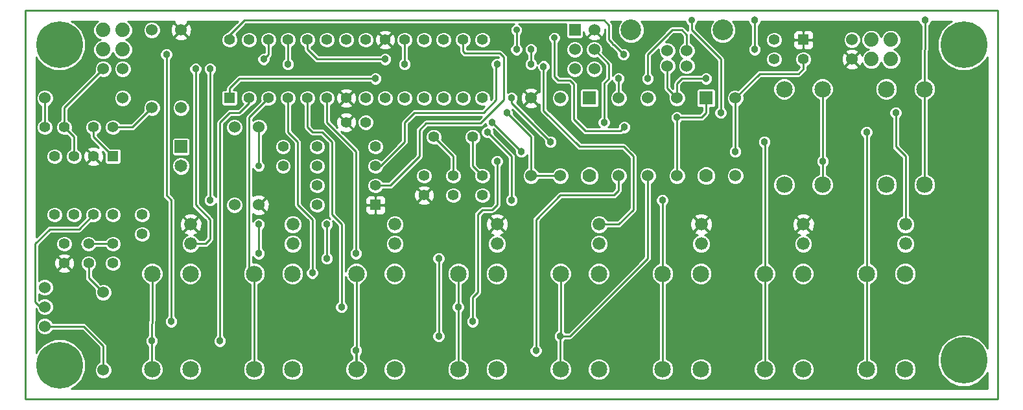
<source format=gtl>
G04 (created by PCBNEW-RS274X (2011-nov-30)-testing) date Mon 02 Jul 2012 05:19:01 PM EDT*
%MOIN*%
G04 Gerber Fmt 3.4, Leading zero omitted, Abs format*
%FSLAX34Y34*%
G01*
G70*
G90*
G04 APERTURE LIST*
%ADD10C,0.0001*%
%ADD11C,0.01*%
%ADD12C,0.06*%
%ADD13C,0.074*%
%ADD14C,0.1063*%
%ADD15R,0.055X0.055*%
%ADD16C,0.055*%
%ADD17R,0.06X0.06*%
%ADD18C,0.066*%
%ADD19C,0.056*%
%ADD20C,0.07*%
%ADD21R,0.07X0.07*%
%ADD22R,0.065X0.065*%
%ADD23C,0.065*%
%ADD24C,0.24*%
%ADD25C,0.085*%
%ADD26C,0.038*%
%ADD27C,0.035*%
%ADD28C,0.008*%
G04 APERTURE END LIST*
G54D10*
G54D11*
X50000Y20000D02*
X0Y20000D01*
X50000Y0D02*
X50000Y20000D01*
X0Y0D02*
X50000Y0D01*
X0Y20000D02*
X0Y0D01*
G54D12*
X5000Y17000D03*
X4000Y17000D03*
G54D13*
X5000Y18000D03*
X4000Y18000D03*
X5000Y19000D03*
X4000Y19000D03*
G54D12*
X33000Y17150D03*
X34000Y17150D03*
X34000Y17937D03*
X33000Y17937D03*
G54D14*
X31138Y19000D03*
X35862Y19000D03*
G54D12*
X1000Y3750D03*
X1000Y4750D03*
X1000Y5750D03*
G54D15*
X40000Y18500D03*
G54D16*
X40000Y17500D03*
G54D12*
X26000Y15500D03*
X26000Y11500D03*
X27500Y11500D03*
X27500Y15500D03*
X36500Y15500D03*
X36500Y11500D03*
X33500Y15500D03*
X33500Y11500D03*
X12000Y10000D03*
X12000Y14000D03*
X10750Y10000D03*
X10750Y14000D03*
X8000Y19000D03*
X8000Y15000D03*
X1000Y15500D03*
X5000Y15500D03*
X6500Y15000D03*
X6500Y19000D03*
X32000Y11500D03*
X32000Y15500D03*
X30500Y11500D03*
X30500Y15500D03*
G54D17*
X28250Y19000D03*
G54D12*
X29250Y19000D03*
X28250Y18000D03*
X29250Y18000D03*
X28250Y17000D03*
X29250Y17000D03*
G54D18*
X40000Y9000D03*
X40000Y8000D03*
X34750Y9000D03*
X34750Y8000D03*
X24250Y9000D03*
X24250Y8000D03*
X8500Y9000D03*
X8500Y8000D03*
X13750Y9000D03*
X13750Y8000D03*
X19000Y9000D03*
X19000Y8000D03*
X29500Y9000D03*
X29500Y8000D03*
X45250Y9000D03*
X45250Y8000D03*
G54D19*
X21000Y13500D03*
X23000Y13500D03*
G54D15*
X18000Y10000D03*
G54D16*
X18000Y11000D03*
X18000Y12000D03*
X18000Y13000D03*
X15000Y13000D03*
X15000Y12000D03*
X15000Y11000D03*
X15000Y10000D03*
G54D15*
X4500Y12500D03*
G54D16*
X3500Y12500D03*
X2500Y12500D03*
X1500Y12500D03*
X1500Y9500D03*
X2500Y9500D03*
X3500Y9500D03*
X4500Y9500D03*
X11500Y15500D03*
X12500Y15500D03*
X13500Y15500D03*
X14500Y15500D03*
X15500Y15500D03*
X16500Y15500D03*
X17500Y15500D03*
X18500Y15500D03*
X19500Y15500D03*
X20500Y15500D03*
X21500Y15500D03*
X22500Y15500D03*
X23500Y15500D03*
G54D15*
X10500Y15500D03*
G54D16*
X23500Y18500D03*
X22500Y18500D03*
X21500Y18500D03*
X20500Y18500D03*
X19500Y18500D03*
X18500Y18500D03*
X17500Y18500D03*
X16500Y18500D03*
X15500Y18500D03*
X14500Y18500D03*
X13500Y18500D03*
X12500Y18500D03*
X11500Y18500D03*
X10500Y18500D03*
G54D20*
X35000Y11500D03*
G54D21*
X35000Y15500D03*
G54D20*
X29000Y11500D03*
G54D21*
X29000Y15500D03*
G54D16*
X6000Y9500D03*
X6000Y8500D03*
X4500Y8000D03*
X4500Y7000D03*
X23500Y11500D03*
X23500Y10500D03*
X22000Y11500D03*
X22000Y10500D03*
X2000Y8000D03*
X2000Y7000D03*
X2000Y14000D03*
X1000Y14000D03*
X16500Y14250D03*
X17500Y14250D03*
X3250Y7000D03*
X3250Y8000D03*
X3500Y14000D03*
X4500Y14000D03*
X20500Y11500D03*
X20500Y10500D03*
X38500Y18500D03*
X38500Y17500D03*
X13250Y13000D03*
X13250Y12000D03*
G54D12*
X4000Y1500D03*
X4000Y5500D03*
G54D22*
X8000Y13000D03*
G54D23*
X8000Y12000D03*
G54D24*
X1750Y18250D03*
X48250Y18250D03*
X1750Y1750D03*
X48250Y2000D03*
G54D12*
X42500Y17500D03*
X42500Y18500D03*
G54D13*
X43500Y17500D03*
X43500Y18500D03*
X44500Y17500D03*
X44500Y18500D03*
G54D25*
X6516Y1540D03*
X6516Y6460D03*
X8484Y1540D03*
X8484Y6460D03*
X11766Y1540D03*
X11766Y6460D03*
X13734Y1540D03*
X13734Y6460D03*
X17016Y1540D03*
X17016Y6460D03*
X18984Y1540D03*
X18984Y6460D03*
X22266Y1540D03*
X22266Y6460D03*
X24234Y1540D03*
X24234Y6460D03*
X27516Y1540D03*
X27516Y6460D03*
X29484Y1540D03*
X29484Y6460D03*
X32766Y1540D03*
X32766Y6460D03*
X34734Y1540D03*
X34734Y6460D03*
X38016Y1540D03*
X38016Y6460D03*
X39984Y1540D03*
X39984Y6460D03*
X43266Y1540D03*
X43266Y6460D03*
X45234Y1540D03*
X45234Y6460D03*
X40984Y15960D03*
X40984Y11040D03*
X39016Y15960D03*
X39016Y11040D03*
X46234Y15960D03*
X46234Y11040D03*
X44266Y15960D03*
X44266Y11040D03*
G54D26*
X6500Y3000D03*
X10000Y3000D03*
X14750Y6500D03*
X26250Y2500D03*
X17000Y2500D03*
X16250Y4750D03*
X22250Y4750D03*
X21250Y7250D03*
X17000Y7500D03*
X27500Y3250D03*
X21250Y3250D03*
X32750Y10250D03*
X23750Y13750D03*
X25000Y10250D03*
X27000Y13250D03*
X38000Y13250D03*
X25000Y15500D03*
X43250Y13750D03*
X30800Y14000D03*
G54D27*
X27200Y18600D03*
G54D26*
X7250Y17750D03*
X41000Y12250D03*
X24250Y12250D03*
X23000Y4000D03*
X7500Y4000D03*
X46250Y19500D03*
X37500Y19500D03*
X37500Y18000D03*
X30750Y17750D03*
X32000Y16500D03*
X30500Y16500D03*
X33500Y14500D03*
G54D27*
X34250Y19500D03*
G54D26*
X35750Y14750D03*
X44750Y14750D03*
X18500Y17500D03*
X26647Y17129D03*
X13500Y17250D03*
X9500Y17000D03*
X15500Y9000D03*
X15500Y7250D03*
X12000Y7500D03*
X12000Y9000D03*
X9500Y10250D03*
X8750Y17000D03*
X12250Y17500D03*
G54D27*
X25250Y19000D03*
G54D26*
X25250Y18000D03*
X29750Y14250D03*
X18000Y16500D03*
X24250Y17250D03*
X26000Y18000D03*
X26000Y17250D03*
X19500Y17250D03*
X24750Y14750D03*
X36500Y12750D03*
X25500Y12750D03*
X24000Y14250D03*
G54D27*
X38500Y17500D03*
G54D26*
X35000Y16500D03*
G54D27*
X12000Y12000D03*
G54D11*
X6500Y1556D02*
X6516Y1540D01*
X6500Y3000D02*
X6500Y1556D01*
X6516Y4766D02*
X6516Y6460D01*
X6500Y3000D02*
X6516Y4766D01*
X10000Y14250D02*
X10000Y3000D01*
X10500Y14750D02*
X10000Y14250D01*
X11000Y14750D02*
X10500Y14750D01*
X11500Y15250D02*
X11000Y14750D01*
X11500Y15500D02*
X11500Y15250D01*
X12500Y15500D02*
X11500Y14500D01*
X11500Y6726D02*
X11766Y6460D01*
X11500Y14500D02*
X11500Y6726D01*
X11766Y1540D02*
X11766Y6460D01*
X13500Y15500D02*
X13500Y13750D01*
X13500Y13750D02*
X14000Y13250D01*
X14750Y9250D02*
X14750Y6500D01*
X14000Y10000D02*
X14750Y9250D01*
X14000Y13250D02*
X14000Y10000D01*
X17016Y6460D02*
X17016Y1540D01*
X27500Y10500D02*
X27750Y10500D01*
X26250Y9250D02*
X27500Y10500D01*
X26250Y2500D02*
X26250Y9250D01*
X17000Y1556D02*
X17016Y1540D01*
X17000Y2500D02*
X17000Y1556D01*
X30250Y10500D02*
X27750Y10500D01*
X30500Y10750D02*
X30250Y10500D01*
X30500Y11500D02*
X30500Y10750D01*
X15250Y13750D02*
X15750Y13250D01*
X14500Y15500D02*
X14500Y14000D01*
X15750Y9500D02*
X16250Y9000D01*
X15750Y13250D02*
X15750Y9500D01*
X14750Y13750D02*
X15250Y13750D01*
X14500Y14000D02*
X14750Y13750D01*
X22250Y4750D02*
X22250Y1556D01*
X22250Y1556D02*
X22266Y1540D01*
X22266Y6460D02*
X22266Y4766D01*
X16250Y9000D02*
X16250Y4750D01*
X22266Y4766D02*
X22250Y4750D01*
X17000Y12750D02*
X15500Y14250D01*
X15500Y14250D02*
X15500Y15500D01*
G54D28*
X15500Y14250D02*
X15500Y15500D01*
X15500Y15500D02*
X15500Y14250D01*
G54D11*
X21250Y7250D02*
X21250Y5250D01*
X17000Y12750D02*
X17000Y7500D01*
X21250Y5250D02*
X21250Y3250D01*
X27500Y3250D02*
X28000Y3250D01*
X32000Y7250D02*
X32000Y8000D01*
X28000Y3250D02*
X32000Y7250D01*
X27500Y3250D02*
X27500Y1556D01*
X27500Y1556D02*
X27516Y1540D01*
X27516Y6460D02*
X27516Y3266D01*
X27516Y3266D02*
X27500Y3250D01*
X32000Y8000D02*
X32000Y11500D01*
X32766Y6460D02*
X32766Y10234D01*
X32766Y10234D02*
X32750Y10250D01*
X32766Y1540D02*
X32766Y6460D01*
X23750Y13750D02*
X25000Y12500D01*
X25000Y12500D02*
X25000Y10250D01*
X25000Y12500D02*
X25000Y10250D01*
X25000Y15500D02*
X25000Y15250D01*
X25000Y15250D02*
X27000Y13250D01*
X38016Y6460D02*
X38016Y13234D01*
X38016Y13234D02*
X38000Y13250D01*
X38016Y1540D02*
X38016Y6460D01*
X43266Y6460D02*
X43266Y13734D01*
X43266Y13734D02*
X43250Y13750D01*
X43266Y1540D02*
X43266Y6460D01*
X28800Y13800D02*
X30600Y13800D01*
X30600Y13800D02*
X30800Y14000D01*
X28200Y14400D02*
X28800Y13800D01*
X28200Y16200D02*
X28200Y14400D01*
X28000Y16400D02*
X28200Y16200D01*
X27400Y16400D02*
X28000Y16400D01*
X27200Y16600D02*
X27400Y16400D01*
X27200Y18600D02*
X27200Y16600D01*
X7250Y10500D02*
X7250Y17750D01*
X41000Y12250D02*
X41000Y15944D01*
X41000Y15944D02*
X40984Y15960D01*
X41000Y12250D02*
X41000Y11056D01*
X41000Y11056D02*
X40984Y11040D01*
X41250Y15944D02*
X40984Y15960D01*
X41250Y15944D02*
X40984Y15960D01*
X23250Y8500D02*
X23250Y9500D01*
X24000Y9750D02*
X24250Y10000D01*
X23500Y9750D02*
X24000Y9750D01*
X23250Y9500D02*
X23500Y9750D01*
X24250Y10000D02*
X24250Y12250D01*
X23000Y4000D02*
X23000Y5250D01*
X24250Y10000D02*
X24250Y12250D01*
X23250Y5500D02*
X23250Y8500D01*
X23000Y5250D02*
X23250Y5500D01*
X7500Y10250D02*
X7250Y10500D01*
X7500Y4000D02*
X7500Y10250D01*
X46234Y17984D02*
X46234Y15960D01*
X46250Y18000D02*
X46234Y17984D01*
X46250Y19500D02*
X46250Y18000D01*
X37500Y18000D02*
X37500Y19500D01*
X30200Y18250D02*
X30250Y18250D01*
X30250Y18250D02*
X30750Y17750D01*
X30200Y18300D02*
X30200Y18250D01*
X10500Y18500D02*
X10500Y18750D01*
X10500Y18750D02*
X11250Y19500D01*
X11250Y19500D02*
X29750Y19500D01*
X29750Y19500D02*
X30000Y19250D01*
X30000Y19250D02*
X30000Y18500D01*
X30000Y18500D02*
X30200Y18300D01*
X46234Y15960D02*
X46234Y11040D01*
X18000Y11000D02*
X18750Y11000D01*
X20250Y12500D02*
X20250Y13750D01*
X18750Y11000D02*
X20250Y12500D01*
X22500Y17900D02*
X22500Y18500D01*
X22600Y17800D02*
X22500Y17900D01*
X24400Y17800D02*
X22600Y17800D01*
X24600Y17600D02*
X24400Y17800D01*
X24600Y15400D02*
X24600Y17600D01*
X23400Y14200D02*
X24600Y15400D01*
X20600Y14200D02*
X23400Y14200D01*
X20250Y13850D02*
X20600Y14200D01*
X20250Y13750D02*
X20250Y13850D01*
X30500Y15500D02*
X30500Y16500D01*
X32000Y16500D02*
X32000Y17250D01*
X32000Y17750D02*
X33000Y18750D01*
X32000Y17250D02*
X32000Y17750D01*
X34000Y17937D02*
X34000Y18750D01*
X33250Y19000D02*
X33000Y18750D01*
X33750Y19000D02*
X33250Y19000D01*
X34000Y18750D02*
X33750Y19000D01*
X33500Y14500D02*
X33500Y11500D01*
X35000Y14750D02*
X35000Y15500D01*
X34750Y14500D02*
X35000Y14750D01*
X33500Y14500D02*
X34750Y14500D01*
X34250Y19000D02*
X34250Y19500D01*
X35750Y17500D02*
X34250Y19000D01*
X35750Y14750D02*
X35750Y17500D01*
X44750Y14750D02*
X44750Y13000D01*
X45250Y12500D02*
X45250Y9000D01*
X44750Y13000D02*
X45250Y12500D01*
X14500Y18500D02*
X14500Y18000D01*
X15000Y17500D02*
X18500Y17500D01*
X14500Y18000D02*
X15000Y17500D01*
X26647Y14853D02*
X26647Y17129D01*
X29500Y9000D02*
X30500Y9000D01*
X30500Y9000D02*
X31250Y9750D01*
X31250Y9750D02*
X31250Y12500D01*
X31250Y12500D02*
X30750Y13000D01*
X30750Y13000D02*
X28500Y13000D01*
X28500Y13000D02*
X26647Y14853D01*
X13500Y17250D02*
X13500Y18500D01*
X9500Y15250D02*
X9500Y17000D01*
X15500Y7250D02*
X15500Y9000D01*
X12000Y9000D02*
X12000Y7500D01*
X9500Y15250D02*
X9500Y10250D01*
X8750Y14500D02*
X8750Y17000D01*
X12500Y17750D02*
X12500Y18500D01*
X12250Y17500D02*
X12500Y17750D01*
X9500Y8250D02*
X9500Y9250D01*
X9500Y9250D02*
X8750Y10000D01*
X8750Y10000D02*
X8750Y14500D01*
X8500Y8000D02*
X9250Y8000D01*
X9250Y8000D02*
X9500Y8250D01*
X25250Y18000D02*
X25250Y19000D01*
X29250Y18000D02*
X30000Y17250D01*
X30000Y17250D02*
X30000Y16500D01*
X30000Y16500D02*
X29750Y16250D01*
X29750Y16250D02*
X29750Y14250D01*
X15500Y16500D02*
X18000Y16500D01*
X10500Y15500D02*
X10500Y16000D01*
X10500Y16000D02*
X11000Y16500D01*
X11000Y16500D02*
X15500Y16500D01*
X23550Y14750D02*
X24200Y15400D01*
X18000Y12000D02*
X18250Y12000D01*
X20000Y14750D02*
X23550Y14750D01*
X19500Y14250D02*
X20000Y14750D01*
X19500Y13250D02*
X19500Y14250D01*
X18250Y12000D02*
X19500Y13250D01*
X24200Y16250D02*
X24200Y17200D01*
X24200Y17200D02*
X24250Y17250D01*
X26000Y17250D02*
X26000Y18000D01*
X24200Y15400D02*
X24200Y15500D01*
X24200Y15500D02*
X24200Y16250D01*
X19500Y18500D02*
X19500Y17250D01*
X22000Y12500D02*
X22000Y11500D01*
X21000Y13500D02*
X22000Y12500D01*
X23000Y12000D02*
X23500Y11500D01*
X23000Y13500D02*
X23000Y12000D01*
X26000Y13500D02*
X26000Y11500D01*
X24750Y14750D02*
X26000Y13500D01*
X27500Y11500D02*
X26000Y11500D01*
X40000Y17500D02*
X40000Y17000D01*
X40000Y17000D02*
X39750Y16750D01*
X36500Y15500D02*
X37750Y16750D01*
X37750Y16750D02*
X39750Y16750D01*
X36500Y12750D02*
X36500Y15500D01*
X24000Y14250D02*
X25500Y12750D01*
X34250Y16500D02*
X35000Y16500D01*
X33500Y16250D02*
X33750Y16500D01*
X33750Y16500D02*
X34250Y16500D01*
X33500Y15500D02*
X33500Y16250D01*
X33000Y17150D02*
X33000Y16000D01*
X33000Y16000D02*
X33500Y15500D01*
X1000Y3750D02*
X3000Y3750D01*
X4000Y2750D02*
X4000Y1500D01*
X3000Y3750D02*
X4000Y2750D01*
X3250Y7000D02*
X3250Y6250D01*
X3250Y6250D02*
X4000Y5500D01*
X3500Y13500D02*
X4500Y12500D01*
X3500Y14000D02*
X3500Y13500D01*
X2000Y15000D02*
X4000Y17000D01*
X2000Y14000D02*
X2000Y15000D01*
X2500Y13500D02*
X2000Y14000D01*
X2500Y12500D02*
X2500Y13500D01*
X12000Y12000D02*
X12000Y14000D01*
X500Y6000D02*
X500Y5000D01*
X750Y4750D02*
X1000Y4750D01*
X500Y5000D02*
X750Y4750D01*
X2750Y8750D02*
X3500Y9500D01*
X1250Y8750D02*
X2750Y8750D01*
X500Y8000D02*
X1250Y8750D01*
X500Y6000D02*
X500Y8000D01*
X4500Y8000D02*
X3000Y8000D01*
X5500Y14000D02*
X6500Y15000D01*
X4500Y14000D02*
X5500Y14000D01*
X1000Y14000D02*
X1000Y15500D01*
G54D10*
G36*
X49450Y550D02*
X45809Y550D01*
X45809Y1425D01*
X45809Y1654D01*
X45809Y6345D01*
X45809Y6574D01*
X45730Y6766D01*
X45730Y7904D01*
X45730Y8095D01*
X45730Y8904D01*
X45730Y9095D01*
X45657Y9271D01*
X45522Y9407D01*
X45450Y9437D01*
X45450Y12500D01*
X45435Y12576D01*
X45435Y12577D01*
X45391Y12641D01*
X44950Y13082D01*
X44950Y14471D01*
X45037Y14558D01*
X45089Y14682D01*
X45089Y14817D01*
X45038Y14942D01*
X45020Y14960D01*
X45020Y17396D01*
X45020Y17603D01*
X44941Y17794D01*
X44795Y17941D01*
X44651Y18001D01*
X44794Y18059D01*
X44941Y18205D01*
X45020Y18396D01*
X45020Y18603D01*
X44941Y18794D01*
X44795Y18941D01*
X44604Y19020D01*
X44397Y19020D01*
X44206Y18941D01*
X44059Y18795D01*
X43999Y18652D01*
X43941Y18794D01*
X43795Y18941D01*
X43604Y19020D01*
X43397Y19020D01*
X43206Y18941D01*
X43059Y18795D01*
X42980Y18604D01*
X42980Y18397D01*
X43059Y18206D01*
X43205Y18059D01*
X43348Y18000D01*
X43206Y17941D01*
X43059Y17795D01*
X43015Y17690D01*
X42972Y17801D01*
X42958Y17821D01*
X42949Y17824D01*
X42949Y18410D01*
X42949Y18589D01*
X42881Y18754D01*
X42755Y18880D01*
X42590Y18949D01*
X42411Y18949D01*
X42246Y18881D01*
X42120Y18755D01*
X42051Y18590D01*
X42051Y18411D01*
X42119Y18246D01*
X42245Y18120D01*
X42410Y18051D01*
X42403Y18051D01*
X42199Y17972D01*
X42179Y17958D01*
X42156Y17859D01*
X42500Y17514D01*
X42844Y17859D01*
X42821Y17958D01*
X42622Y18046D01*
X42410Y18051D01*
X42589Y18051D01*
X42754Y18119D01*
X42880Y18245D01*
X42949Y18410D01*
X42949Y17824D01*
X42859Y17844D01*
X42514Y17500D01*
X42859Y17156D01*
X42958Y17179D01*
X43015Y17311D01*
X43059Y17206D01*
X43205Y17059D01*
X43396Y16980D01*
X43603Y16980D01*
X43794Y17059D01*
X43941Y17205D01*
X44000Y17349D01*
X44059Y17206D01*
X44205Y17059D01*
X44396Y16980D01*
X44603Y16980D01*
X44794Y17059D01*
X44941Y17205D01*
X45020Y17396D01*
X45020Y14960D01*
X44942Y15037D01*
X44841Y15080D01*
X44841Y15845D01*
X44841Y16074D01*
X44754Y16285D01*
X44592Y16447D01*
X44381Y16535D01*
X44152Y16535D01*
X43941Y16448D01*
X43779Y16286D01*
X43691Y16075D01*
X43691Y15846D01*
X43778Y15635D01*
X43940Y15473D01*
X44151Y15385D01*
X44380Y15385D01*
X44591Y15472D01*
X44753Y15634D01*
X44841Y15845D01*
X44841Y15080D01*
X44818Y15089D01*
X44683Y15089D01*
X44558Y15038D01*
X44463Y14942D01*
X44411Y14818D01*
X44411Y14683D01*
X44462Y14558D01*
X44550Y14471D01*
X44550Y13000D01*
X44565Y12923D01*
X44609Y12859D01*
X45050Y12418D01*
X45050Y9437D01*
X44979Y9407D01*
X44843Y9272D01*
X44841Y9268D01*
X44841Y10925D01*
X44841Y11154D01*
X44754Y11365D01*
X44592Y11527D01*
X44381Y11615D01*
X44152Y11615D01*
X43941Y11528D01*
X43779Y11366D01*
X43691Y11155D01*
X43691Y10926D01*
X43778Y10715D01*
X43940Y10553D01*
X44151Y10465D01*
X44380Y10465D01*
X44591Y10552D01*
X44753Y10714D01*
X44841Y10925D01*
X44841Y9268D01*
X44770Y9096D01*
X44770Y8905D01*
X44843Y8729D01*
X44978Y8593D01*
X45154Y8520D01*
X45345Y8520D01*
X45521Y8593D01*
X45657Y8728D01*
X45730Y8904D01*
X45730Y8095D01*
X45657Y8271D01*
X45522Y8407D01*
X45346Y8480D01*
X45155Y8480D01*
X44979Y8407D01*
X44843Y8272D01*
X44770Y8096D01*
X44770Y7905D01*
X44843Y7729D01*
X44978Y7593D01*
X45154Y7520D01*
X45345Y7520D01*
X45521Y7593D01*
X45657Y7728D01*
X45730Y7904D01*
X45730Y6766D01*
X45722Y6785D01*
X45560Y6947D01*
X45349Y7035D01*
X45120Y7035D01*
X44909Y6948D01*
X44747Y6786D01*
X44659Y6575D01*
X44659Y6346D01*
X44746Y6135D01*
X44908Y5973D01*
X45119Y5885D01*
X45348Y5885D01*
X45559Y5972D01*
X45721Y6134D01*
X45809Y6345D01*
X45809Y1654D01*
X45722Y1865D01*
X45560Y2027D01*
X45349Y2115D01*
X45120Y2115D01*
X44909Y2028D01*
X44747Y1866D01*
X44659Y1655D01*
X44659Y1426D01*
X44746Y1215D01*
X44908Y1053D01*
X45119Y965D01*
X45348Y965D01*
X45559Y1052D01*
X45721Y1214D01*
X45809Y1425D01*
X45809Y550D01*
X43841Y550D01*
X43841Y1425D01*
X43841Y1654D01*
X43754Y1865D01*
X43592Y2027D01*
X43466Y2080D01*
X43466Y5921D01*
X43591Y5972D01*
X43753Y6134D01*
X43841Y6345D01*
X43841Y6574D01*
X43754Y6785D01*
X43592Y6947D01*
X43466Y7000D01*
X43466Y13487D01*
X43537Y13558D01*
X43589Y13682D01*
X43589Y13817D01*
X43538Y13942D01*
X43442Y14037D01*
X43318Y14089D01*
X43183Y14089D01*
X43058Y14038D01*
X42963Y13942D01*
X42911Y13818D01*
X42911Y13683D01*
X42962Y13558D01*
X43058Y13463D01*
X43066Y13460D01*
X43066Y7000D01*
X42941Y6948D01*
X42844Y6851D01*
X42844Y17141D01*
X42500Y17486D01*
X42486Y17472D01*
X42486Y17500D01*
X42141Y17844D01*
X42042Y17821D01*
X41954Y17622D01*
X41949Y17403D01*
X42028Y17199D01*
X42042Y17179D01*
X42141Y17156D01*
X42486Y17500D01*
X42486Y17472D01*
X42156Y17141D01*
X42179Y17042D01*
X42378Y16954D01*
X42597Y16949D01*
X42801Y17028D01*
X42821Y17042D01*
X42844Y17141D01*
X42844Y6851D01*
X42779Y6786D01*
X42691Y6575D01*
X42691Y6346D01*
X42778Y6135D01*
X42940Y5973D01*
X43066Y5921D01*
X43066Y2080D01*
X42941Y2028D01*
X42779Y1866D01*
X42691Y1655D01*
X42691Y1426D01*
X42778Y1215D01*
X42940Y1053D01*
X43151Y965D01*
X43380Y965D01*
X43591Y1052D01*
X43753Y1214D01*
X43841Y1425D01*
X43841Y550D01*
X41559Y550D01*
X41559Y10925D01*
X41559Y11154D01*
X41472Y11365D01*
X41310Y11527D01*
X41200Y11573D01*
X41200Y11971D01*
X41287Y12058D01*
X41339Y12182D01*
X41339Y12317D01*
X41288Y12442D01*
X41200Y12530D01*
X41200Y15428D01*
X41309Y15472D01*
X41471Y15634D01*
X41559Y15845D01*
X41559Y16074D01*
X41472Y16285D01*
X41310Y16447D01*
X41099Y16535D01*
X40870Y16535D01*
X40659Y16448D01*
X40525Y16314D01*
X40525Y18428D01*
X40525Y18572D01*
X40524Y18824D01*
X40486Y18916D01*
X40416Y18986D01*
X40325Y19024D01*
X40226Y19024D01*
X40072Y19025D01*
X40010Y18963D01*
X40010Y18510D01*
X40463Y18510D01*
X40525Y18572D01*
X40525Y18428D01*
X40463Y18490D01*
X40010Y18490D01*
X40010Y18037D01*
X40072Y17975D01*
X40226Y17976D01*
X40325Y17976D01*
X40416Y18014D01*
X40486Y18084D01*
X40524Y18176D01*
X40525Y18428D01*
X40525Y16314D01*
X40497Y16286D01*
X40425Y16114D01*
X40425Y17415D01*
X40425Y17584D01*
X40361Y17740D01*
X40241Y17860D01*
X40085Y17925D01*
X39990Y17925D01*
X39990Y18037D01*
X39990Y18490D01*
X39990Y18510D01*
X39990Y18963D01*
X39928Y19025D01*
X39774Y19024D01*
X39675Y19024D01*
X39584Y18986D01*
X39514Y18916D01*
X39476Y18824D01*
X39475Y18572D01*
X39537Y18510D01*
X39990Y18510D01*
X39990Y18490D01*
X39537Y18490D01*
X39475Y18428D01*
X39476Y18176D01*
X39514Y18084D01*
X39584Y18014D01*
X39675Y17976D01*
X39774Y17976D01*
X39928Y17975D01*
X39990Y18037D01*
X39990Y17925D01*
X39916Y17925D01*
X39760Y17861D01*
X39640Y17741D01*
X39575Y17585D01*
X39575Y17416D01*
X39639Y17260D01*
X39759Y17140D01*
X39800Y17123D01*
X39800Y17083D01*
X39667Y16950D01*
X38925Y16950D01*
X38925Y17415D01*
X38925Y17584D01*
X38925Y18415D01*
X38925Y18584D01*
X38861Y18740D01*
X38741Y18860D01*
X38585Y18925D01*
X38416Y18925D01*
X38260Y18861D01*
X38140Y18741D01*
X38075Y18585D01*
X38075Y18416D01*
X38139Y18260D01*
X38259Y18140D01*
X38415Y18075D01*
X38584Y18075D01*
X38740Y18139D01*
X38860Y18259D01*
X38925Y18415D01*
X38925Y17584D01*
X38861Y17740D01*
X38741Y17860D01*
X38585Y17925D01*
X38416Y17925D01*
X38260Y17861D01*
X38140Y17741D01*
X38075Y17585D01*
X38075Y17416D01*
X38139Y17260D01*
X38259Y17140D01*
X38415Y17075D01*
X38584Y17075D01*
X38740Y17139D01*
X38860Y17259D01*
X38925Y17415D01*
X38925Y16950D01*
X37750Y16950D01*
X37673Y16935D01*
X37608Y16891D01*
X36644Y15927D01*
X36590Y15949D01*
X36411Y15949D01*
X36246Y15881D01*
X36120Y15755D01*
X36051Y15590D01*
X36051Y15411D01*
X36119Y15246D01*
X36245Y15120D01*
X36300Y15097D01*
X36300Y13030D01*
X36213Y12942D01*
X36161Y12818D01*
X36161Y12683D01*
X36212Y12558D01*
X36308Y12463D01*
X36432Y12411D01*
X36567Y12411D01*
X36692Y12462D01*
X36787Y12558D01*
X36839Y12682D01*
X36839Y12817D01*
X36788Y12942D01*
X36700Y13030D01*
X36700Y15097D01*
X36754Y15119D01*
X36880Y15245D01*
X36949Y15410D01*
X36949Y15589D01*
X36926Y15645D01*
X37832Y16550D01*
X39750Y16550D01*
X39750Y16551D01*
X39826Y16565D01*
X39827Y16565D01*
X39891Y16609D01*
X40141Y16858D01*
X40141Y16859D01*
X40185Y16923D01*
X40199Y17000D01*
X40200Y17000D01*
X40200Y17123D01*
X40240Y17139D01*
X40360Y17259D01*
X40425Y17415D01*
X40425Y16114D01*
X40409Y16075D01*
X40409Y15846D01*
X40496Y15635D01*
X40658Y15473D01*
X40800Y15414D01*
X40800Y12530D01*
X40713Y12442D01*
X40661Y12318D01*
X40661Y12183D01*
X40712Y12058D01*
X40800Y11971D01*
X40800Y11587D01*
X40659Y11528D01*
X40497Y11366D01*
X40409Y11155D01*
X40409Y10926D01*
X40496Y10715D01*
X40658Y10553D01*
X40869Y10465D01*
X41098Y10465D01*
X41309Y10552D01*
X41471Y10714D01*
X41559Y10925D01*
X41559Y550D01*
X40581Y550D01*
X40581Y9102D01*
X40498Y9317D01*
X40483Y9339D01*
X40380Y9366D01*
X40366Y9352D01*
X40366Y9380D01*
X40339Y9483D01*
X40128Y9576D01*
X39898Y9581D01*
X39683Y9498D01*
X39661Y9483D01*
X39634Y9380D01*
X40000Y9014D01*
X40366Y9380D01*
X40366Y9352D01*
X40014Y9000D01*
X40380Y8634D01*
X40483Y8661D01*
X40576Y8872D01*
X40581Y9102D01*
X40581Y550D01*
X40559Y550D01*
X40559Y1425D01*
X40559Y1654D01*
X40559Y6345D01*
X40559Y6574D01*
X40480Y6766D01*
X40480Y7904D01*
X40480Y8095D01*
X40407Y8271D01*
X40272Y8407D01*
X40175Y8448D01*
X40317Y8502D01*
X40339Y8517D01*
X40366Y8620D01*
X40000Y8986D01*
X39986Y8972D01*
X39986Y9000D01*
X39620Y9366D01*
X39591Y9359D01*
X39591Y10925D01*
X39591Y11154D01*
X39591Y15845D01*
X39591Y16074D01*
X39504Y16285D01*
X39342Y16447D01*
X39131Y16535D01*
X38902Y16535D01*
X38691Y16448D01*
X38529Y16286D01*
X38441Y16075D01*
X38441Y15846D01*
X38528Y15635D01*
X38690Y15473D01*
X38901Y15385D01*
X39130Y15385D01*
X39341Y15472D01*
X39503Y15634D01*
X39591Y15845D01*
X39591Y11154D01*
X39504Y11365D01*
X39342Y11527D01*
X39131Y11615D01*
X38902Y11615D01*
X38691Y11528D01*
X38529Y11366D01*
X38441Y11155D01*
X38441Y10926D01*
X38528Y10715D01*
X38690Y10553D01*
X38901Y10465D01*
X39130Y10465D01*
X39341Y10552D01*
X39503Y10714D01*
X39591Y10925D01*
X39591Y9359D01*
X39517Y9339D01*
X39424Y9128D01*
X39419Y8898D01*
X39502Y8683D01*
X39517Y8661D01*
X39620Y8634D01*
X39986Y9000D01*
X39986Y8972D01*
X39634Y8620D01*
X39661Y8517D01*
X39822Y8446D01*
X39729Y8407D01*
X39593Y8272D01*
X39520Y8096D01*
X39520Y7905D01*
X39593Y7729D01*
X39728Y7593D01*
X39904Y7520D01*
X40095Y7520D01*
X40271Y7593D01*
X40407Y7728D01*
X40480Y7904D01*
X40480Y6766D01*
X40472Y6785D01*
X40310Y6947D01*
X40099Y7035D01*
X39870Y7035D01*
X39659Y6948D01*
X39497Y6786D01*
X39409Y6575D01*
X39409Y6346D01*
X39496Y6135D01*
X39658Y5973D01*
X39869Y5885D01*
X40098Y5885D01*
X40309Y5972D01*
X40471Y6134D01*
X40559Y6345D01*
X40559Y1654D01*
X40472Y1865D01*
X40310Y2027D01*
X40099Y2115D01*
X39870Y2115D01*
X39659Y2028D01*
X39497Y1866D01*
X39409Y1655D01*
X39409Y1426D01*
X39496Y1215D01*
X39658Y1053D01*
X39869Y965D01*
X40098Y965D01*
X40309Y1052D01*
X40471Y1214D01*
X40559Y1425D01*
X40559Y550D01*
X38591Y550D01*
X38591Y1425D01*
X38591Y1654D01*
X38504Y1865D01*
X38342Y2027D01*
X38216Y2080D01*
X38216Y5921D01*
X38341Y5972D01*
X38503Y6134D01*
X38591Y6345D01*
X38591Y6574D01*
X38504Y6785D01*
X38342Y6947D01*
X38216Y7000D01*
X38216Y12987D01*
X38287Y13058D01*
X38339Y13182D01*
X38339Y13317D01*
X38288Y13442D01*
X38192Y13537D01*
X38068Y13589D01*
X37933Y13589D01*
X37808Y13538D01*
X37713Y13442D01*
X37661Y13318D01*
X37661Y13183D01*
X37712Y13058D01*
X37808Y12963D01*
X37816Y12960D01*
X37816Y7000D01*
X37691Y6948D01*
X37529Y6786D01*
X37441Y6575D01*
X37441Y6346D01*
X37528Y6135D01*
X37690Y5973D01*
X37816Y5921D01*
X37816Y2080D01*
X37691Y2028D01*
X37529Y1866D01*
X37441Y1655D01*
X37441Y1426D01*
X37528Y1215D01*
X37690Y1053D01*
X37901Y965D01*
X38130Y965D01*
X38341Y1052D01*
X38503Y1214D01*
X38591Y1425D01*
X38591Y550D01*
X36949Y550D01*
X36949Y11410D01*
X36949Y11589D01*
X36881Y11754D01*
X36755Y11880D01*
X36590Y11949D01*
X36411Y11949D01*
X36246Y11881D01*
X36120Y11755D01*
X36051Y11590D01*
X36051Y11411D01*
X36119Y11246D01*
X36245Y11120D01*
X36410Y11051D01*
X36589Y11051D01*
X36754Y11119D01*
X36880Y11245D01*
X36949Y11410D01*
X36949Y550D01*
X35499Y550D01*
X35499Y11401D01*
X35499Y11599D01*
X35423Y11782D01*
X35283Y11923D01*
X35099Y11999D01*
X34901Y11999D01*
X34718Y11923D01*
X34577Y11783D01*
X34501Y11599D01*
X34501Y11401D01*
X34577Y11218D01*
X34717Y11077D01*
X34901Y11001D01*
X35099Y11001D01*
X35282Y11077D01*
X35423Y11217D01*
X35499Y11401D01*
X35499Y550D01*
X35331Y550D01*
X35331Y9102D01*
X35248Y9317D01*
X35233Y9339D01*
X35130Y9366D01*
X35116Y9352D01*
X35116Y9380D01*
X35089Y9483D01*
X34878Y9576D01*
X34648Y9581D01*
X34433Y9498D01*
X34411Y9483D01*
X34384Y9380D01*
X34750Y9014D01*
X35116Y9380D01*
X35116Y9352D01*
X34764Y9000D01*
X35130Y8634D01*
X35233Y8661D01*
X35326Y8872D01*
X35331Y9102D01*
X35331Y550D01*
X35309Y550D01*
X35309Y1425D01*
X35309Y1654D01*
X35309Y6345D01*
X35309Y6574D01*
X35230Y6766D01*
X35230Y7904D01*
X35230Y8095D01*
X35157Y8271D01*
X35022Y8407D01*
X34925Y8448D01*
X35067Y8502D01*
X35089Y8517D01*
X35116Y8620D01*
X34750Y8986D01*
X34736Y8972D01*
X34736Y9000D01*
X34370Y9366D01*
X34267Y9339D01*
X34174Y9128D01*
X34169Y8898D01*
X34252Y8683D01*
X34267Y8661D01*
X34370Y8634D01*
X34736Y9000D01*
X34736Y8972D01*
X34384Y8620D01*
X34411Y8517D01*
X34572Y8446D01*
X34479Y8407D01*
X34343Y8272D01*
X34270Y8096D01*
X34270Y7905D01*
X34343Y7729D01*
X34478Y7593D01*
X34654Y7520D01*
X34845Y7520D01*
X35021Y7593D01*
X35157Y7728D01*
X35230Y7904D01*
X35230Y6766D01*
X35222Y6785D01*
X35060Y6947D01*
X34849Y7035D01*
X34620Y7035D01*
X34409Y6948D01*
X34247Y6786D01*
X34159Y6575D01*
X34159Y6346D01*
X34246Y6135D01*
X34408Y5973D01*
X34619Y5885D01*
X34848Y5885D01*
X35059Y5972D01*
X35221Y6134D01*
X35309Y6345D01*
X35309Y1654D01*
X35222Y1865D01*
X35060Y2027D01*
X34849Y2115D01*
X34620Y2115D01*
X34409Y2028D01*
X34247Y1866D01*
X34159Y1655D01*
X34159Y1426D01*
X34246Y1215D01*
X34408Y1053D01*
X34619Y965D01*
X34848Y965D01*
X35059Y1052D01*
X35221Y1214D01*
X35309Y1425D01*
X35309Y550D01*
X33341Y550D01*
X33341Y1425D01*
X33341Y1654D01*
X33254Y1865D01*
X33092Y2027D01*
X32966Y2080D01*
X32966Y5921D01*
X33091Y5972D01*
X33253Y6134D01*
X33341Y6345D01*
X33341Y6574D01*
X33254Y6785D01*
X33092Y6947D01*
X32966Y7000D01*
X32966Y9987D01*
X33037Y10058D01*
X33089Y10182D01*
X33089Y10317D01*
X33038Y10442D01*
X32942Y10537D01*
X32818Y10589D01*
X32683Y10589D01*
X32558Y10538D01*
X32463Y10442D01*
X32449Y10409D01*
X32449Y11410D01*
X32449Y11589D01*
X32449Y15410D01*
X32449Y15589D01*
X32381Y15754D01*
X32255Y15880D01*
X32090Y15949D01*
X31911Y15949D01*
X31746Y15881D01*
X31620Y15755D01*
X31551Y15590D01*
X31551Y15411D01*
X31619Y15246D01*
X31745Y15120D01*
X31910Y15051D01*
X32089Y15051D01*
X32254Y15119D01*
X32380Y15245D01*
X32449Y15410D01*
X32449Y11589D01*
X32381Y11754D01*
X32255Y11880D01*
X32090Y11949D01*
X31911Y11949D01*
X31746Y11881D01*
X31620Y11755D01*
X31551Y11590D01*
X31551Y11411D01*
X31619Y11246D01*
X31745Y11120D01*
X31800Y11097D01*
X31800Y8000D01*
X31800Y7333D01*
X31450Y6983D01*
X31450Y9750D01*
X31450Y12500D01*
X31435Y12576D01*
X31435Y12577D01*
X31391Y12641D01*
X31139Y12893D01*
X31139Y13932D01*
X31139Y14067D01*
X31088Y14192D01*
X30992Y14287D01*
X30868Y14339D01*
X30733Y14339D01*
X30608Y14288D01*
X30513Y14192D01*
X30461Y14068D01*
X30461Y14000D01*
X29979Y14000D01*
X30037Y14058D01*
X30089Y14182D01*
X30089Y14317D01*
X30038Y14442D01*
X29950Y14530D01*
X29950Y16168D01*
X30141Y16358D01*
X30141Y16359D01*
X30172Y16405D01*
X30212Y16308D01*
X30300Y16221D01*
X30300Y15904D01*
X30246Y15881D01*
X30120Y15755D01*
X30051Y15590D01*
X30051Y15411D01*
X30119Y15246D01*
X30245Y15120D01*
X30410Y15051D01*
X30589Y15051D01*
X30754Y15119D01*
X30880Y15245D01*
X30949Y15410D01*
X30949Y15589D01*
X30881Y15754D01*
X30755Y15880D01*
X30700Y15903D01*
X30700Y16221D01*
X30787Y16308D01*
X30839Y16432D01*
X30839Y16567D01*
X30788Y16692D01*
X30692Y16787D01*
X30568Y16839D01*
X30433Y16839D01*
X30308Y16788D01*
X30213Y16692D01*
X30200Y16661D01*
X30200Y17250D01*
X30185Y17327D01*
X30141Y17391D01*
X30141Y17392D01*
X29676Y17856D01*
X29699Y17910D01*
X29699Y18089D01*
X29631Y18254D01*
X29594Y18291D01*
X29594Y18641D01*
X29250Y18986D01*
X28906Y18641D01*
X28929Y18542D01*
X29128Y18454D01*
X29347Y18449D01*
X29551Y18528D01*
X29571Y18542D01*
X29594Y18641D01*
X29594Y18291D01*
X29505Y18380D01*
X29340Y18449D01*
X29161Y18449D01*
X28996Y18381D01*
X28870Y18255D01*
X28801Y18090D01*
X28801Y17911D01*
X28869Y17746D01*
X28995Y17620D01*
X29160Y17551D01*
X29339Y17551D01*
X29393Y17574D01*
X29800Y17168D01*
X29800Y16583D01*
X29699Y16482D01*
X29699Y16910D01*
X29699Y17089D01*
X29631Y17254D01*
X29505Y17380D01*
X29340Y17449D01*
X29161Y17449D01*
X28996Y17381D01*
X28870Y17255D01*
X28801Y17090D01*
X28801Y16911D01*
X28869Y16746D01*
X28995Y16620D01*
X29160Y16551D01*
X29339Y16551D01*
X29504Y16619D01*
X29630Y16745D01*
X29699Y16910D01*
X29699Y16482D01*
X29609Y16391D01*
X29565Y16327D01*
X29550Y16250D01*
X29550Y14530D01*
X29499Y14479D01*
X29499Y15121D01*
X29499Y15180D01*
X29499Y15880D01*
X29476Y15935D01*
X29434Y15977D01*
X29379Y15999D01*
X29320Y15999D01*
X28699Y15999D01*
X28699Y16910D01*
X28699Y17089D01*
X28699Y17910D01*
X28699Y18089D01*
X28631Y18254D01*
X28505Y18380D01*
X28340Y18449D01*
X28161Y18449D01*
X27996Y18381D01*
X27870Y18255D01*
X27801Y18090D01*
X27801Y17911D01*
X27869Y17746D01*
X27995Y17620D01*
X28160Y17551D01*
X28339Y17551D01*
X28504Y17619D01*
X28630Y17745D01*
X28699Y17910D01*
X28699Y17089D01*
X28631Y17254D01*
X28505Y17380D01*
X28340Y17449D01*
X28161Y17449D01*
X27996Y17381D01*
X27870Y17255D01*
X27801Y17090D01*
X27801Y16911D01*
X27869Y16746D01*
X27995Y16620D01*
X28160Y16551D01*
X28339Y16551D01*
X28504Y16619D01*
X28630Y16745D01*
X28699Y16910D01*
X28699Y15999D01*
X28620Y15999D01*
X28565Y15976D01*
X28523Y15934D01*
X28501Y15879D01*
X28501Y15820D01*
X28501Y15120D01*
X28524Y15065D01*
X28566Y15023D01*
X28621Y15001D01*
X28680Y15001D01*
X29380Y15001D01*
X29435Y15024D01*
X29477Y15066D01*
X29499Y15121D01*
X29499Y14479D01*
X29463Y14442D01*
X29411Y14318D01*
X29411Y14183D01*
X29462Y14058D01*
X29520Y14000D01*
X28882Y14000D01*
X28400Y14483D01*
X28400Y16200D01*
X28399Y16201D01*
X28385Y16277D01*
X28341Y16341D01*
X28341Y16342D01*
X28141Y16541D01*
X28077Y16585D01*
X28000Y16600D01*
X27482Y16600D01*
X27400Y16683D01*
X27400Y18340D01*
X27475Y18415D01*
X27525Y18535D01*
X27525Y18664D01*
X27476Y18784D01*
X27385Y18875D01*
X27265Y18925D01*
X27136Y18925D01*
X27016Y18876D01*
X26925Y18785D01*
X26875Y18665D01*
X26875Y18536D01*
X26924Y18416D01*
X27000Y18340D01*
X27000Y16600D01*
X27015Y16523D01*
X27059Y16459D01*
X27258Y16259D01*
X27259Y16259D01*
X27323Y16215D01*
X27399Y16201D01*
X27400Y16200D01*
X27917Y16200D01*
X28000Y16118D01*
X28000Y14400D01*
X28015Y14323D01*
X28059Y14259D01*
X28658Y13659D01*
X28659Y13659D01*
X28723Y13615D01*
X28800Y13600D01*
X30600Y13600D01*
X30600Y13601D01*
X30676Y13615D01*
X30677Y13615D01*
X30741Y13659D01*
X30742Y13661D01*
X30743Y13661D01*
X30867Y13661D01*
X30992Y13712D01*
X31087Y13808D01*
X31139Y13932D01*
X31139Y12893D01*
X30891Y13141D01*
X30827Y13185D01*
X30750Y13200D01*
X28582Y13200D01*
X27949Y13834D01*
X27949Y15410D01*
X27949Y15589D01*
X27881Y15754D01*
X27755Y15880D01*
X27590Y15949D01*
X27411Y15949D01*
X27246Y15881D01*
X27120Y15755D01*
X27051Y15590D01*
X27051Y15411D01*
X27119Y15246D01*
X27245Y15120D01*
X27410Y15051D01*
X27589Y15051D01*
X27754Y15119D01*
X27880Y15245D01*
X27949Y15410D01*
X27949Y13834D01*
X26847Y14936D01*
X26847Y16850D01*
X26934Y16937D01*
X26986Y17061D01*
X26986Y17196D01*
X26935Y17321D01*
X26839Y17416D01*
X26715Y17468D01*
X26580Y17468D01*
X26455Y17417D01*
X26360Y17321D01*
X26339Y17271D01*
X26339Y17317D01*
X26288Y17442D01*
X26200Y17530D01*
X26200Y17721D01*
X26287Y17808D01*
X26339Y17932D01*
X26339Y18067D01*
X26288Y18192D01*
X26192Y18287D01*
X26068Y18339D01*
X25933Y18339D01*
X25808Y18288D01*
X25713Y18192D01*
X25661Y18068D01*
X25661Y17933D01*
X25712Y17808D01*
X25800Y17721D01*
X25800Y17530D01*
X25713Y17442D01*
X25661Y17318D01*
X25661Y17183D01*
X25712Y17058D01*
X25808Y16963D01*
X25932Y16911D01*
X26067Y16911D01*
X26192Y16962D01*
X26287Y17058D01*
X26308Y17109D01*
X26308Y17062D01*
X26359Y16937D01*
X26447Y16850D01*
X26447Y15824D01*
X26359Y15844D01*
X26344Y15830D01*
X26344Y15859D01*
X26321Y15958D01*
X26122Y16046D01*
X25903Y16051D01*
X25699Y15972D01*
X25679Y15958D01*
X25656Y15859D01*
X26000Y15514D01*
X26344Y15859D01*
X26344Y15830D01*
X26014Y15500D01*
X26359Y15156D01*
X26447Y15177D01*
X26447Y14853D01*
X26462Y14776D01*
X26506Y14712D01*
X28358Y12859D01*
X28359Y12859D01*
X28423Y12815D01*
X28500Y12800D01*
X30668Y12800D01*
X31050Y12418D01*
X31050Y9833D01*
X30949Y9732D01*
X30949Y11410D01*
X30949Y11589D01*
X30881Y11754D01*
X30755Y11880D01*
X30590Y11949D01*
X30411Y11949D01*
X30246Y11881D01*
X30120Y11755D01*
X30051Y11590D01*
X30051Y11411D01*
X30119Y11246D01*
X30245Y11120D01*
X30300Y11097D01*
X30300Y10833D01*
X30167Y10700D01*
X29499Y10700D01*
X29499Y11401D01*
X29499Y11599D01*
X29423Y11782D01*
X29283Y11923D01*
X29099Y11999D01*
X28901Y11999D01*
X28718Y11923D01*
X28577Y11783D01*
X28501Y11599D01*
X28501Y11401D01*
X28577Y11218D01*
X28717Y11077D01*
X28901Y11001D01*
X29099Y11001D01*
X29282Y11077D01*
X29423Y11217D01*
X29499Y11401D01*
X29499Y10700D01*
X27949Y10700D01*
X27949Y11410D01*
X27949Y11589D01*
X27881Y11754D01*
X27755Y11880D01*
X27590Y11949D01*
X27411Y11949D01*
X27246Y11881D01*
X27120Y11755D01*
X27097Y11700D01*
X26403Y11700D01*
X26381Y11754D01*
X26255Y11880D01*
X26200Y11903D01*
X26200Y13500D01*
X26199Y13501D01*
X26185Y13577D01*
X26141Y13641D01*
X26141Y13642D01*
X25089Y14694D01*
X25089Y14817D01*
X25046Y14922D01*
X26661Y13307D01*
X26661Y13183D01*
X26712Y13058D01*
X26808Y12963D01*
X26932Y12911D01*
X27067Y12911D01*
X27192Y12962D01*
X27287Y13058D01*
X27339Y13182D01*
X27339Y13317D01*
X27288Y13442D01*
X27192Y13537D01*
X27068Y13589D01*
X26943Y13589D01*
X26344Y14188D01*
X26344Y15141D01*
X26000Y15486D01*
X25986Y15472D01*
X25986Y15500D01*
X25641Y15844D01*
X25542Y15821D01*
X25454Y15622D01*
X25449Y15403D01*
X25528Y15199D01*
X25542Y15179D01*
X25641Y15156D01*
X25986Y15500D01*
X25986Y15472D01*
X25656Y15141D01*
X25679Y15042D01*
X25878Y14954D01*
X26097Y14949D01*
X26301Y15028D01*
X26321Y15042D01*
X26344Y15141D01*
X26344Y14188D01*
X25255Y15277D01*
X25287Y15308D01*
X25339Y15432D01*
X25339Y15567D01*
X25288Y15692D01*
X25192Y15787D01*
X25068Y15839D01*
X24933Y15839D01*
X24808Y15788D01*
X24800Y15780D01*
X24800Y17600D01*
X24799Y17601D01*
X24785Y17677D01*
X24741Y17741D01*
X24741Y17742D01*
X24541Y17941D01*
X24477Y17985D01*
X24400Y18000D01*
X23925Y18000D01*
X23925Y18415D01*
X23925Y18584D01*
X23861Y18740D01*
X23741Y18860D01*
X23585Y18925D01*
X23416Y18925D01*
X23260Y18861D01*
X23140Y18741D01*
X23075Y18585D01*
X23075Y18416D01*
X23139Y18260D01*
X23259Y18140D01*
X23415Y18075D01*
X23584Y18075D01*
X23740Y18139D01*
X23860Y18259D01*
X23925Y18415D01*
X23925Y18000D01*
X22700Y18000D01*
X22700Y18123D01*
X22740Y18139D01*
X22860Y18259D01*
X22925Y18415D01*
X22925Y18584D01*
X22861Y18740D01*
X22741Y18860D01*
X22585Y18925D01*
X22416Y18925D01*
X22260Y18861D01*
X22140Y18741D01*
X22075Y18585D01*
X22075Y18416D01*
X22139Y18260D01*
X22259Y18140D01*
X22300Y18123D01*
X22300Y17900D01*
X22315Y17823D01*
X22359Y17759D01*
X22458Y17659D01*
X22459Y17659D01*
X22523Y17615D01*
X22600Y17600D01*
X24317Y17600D01*
X24336Y17582D01*
X24318Y17589D01*
X24183Y17589D01*
X24058Y17538D01*
X23963Y17442D01*
X23911Y17318D01*
X23911Y17183D01*
X23962Y17058D01*
X24000Y17021D01*
X24000Y16250D01*
X24000Y15500D01*
X24000Y15483D01*
X23919Y15403D01*
X23925Y15415D01*
X23925Y15584D01*
X23861Y15740D01*
X23741Y15860D01*
X23585Y15925D01*
X23416Y15925D01*
X23260Y15861D01*
X23140Y15741D01*
X23075Y15585D01*
X23075Y15416D01*
X23139Y15260D01*
X23259Y15140D01*
X23415Y15075D01*
X23584Y15075D01*
X23598Y15082D01*
X23467Y14950D01*
X22925Y14950D01*
X22925Y15415D01*
X22925Y15584D01*
X22861Y15740D01*
X22741Y15860D01*
X22585Y15925D01*
X22416Y15925D01*
X22260Y15861D01*
X22140Y15741D01*
X22075Y15585D01*
X22075Y15416D01*
X22139Y15260D01*
X22259Y15140D01*
X22415Y15075D01*
X22584Y15075D01*
X22740Y15139D01*
X22860Y15259D01*
X22925Y15415D01*
X22925Y14950D01*
X21925Y14950D01*
X21925Y15415D01*
X21925Y15584D01*
X21925Y18415D01*
X21925Y18584D01*
X21861Y18740D01*
X21741Y18860D01*
X21585Y18925D01*
X21416Y18925D01*
X21260Y18861D01*
X21140Y18741D01*
X21075Y18585D01*
X21075Y18416D01*
X21139Y18260D01*
X21259Y18140D01*
X21415Y18075D01*
X21584Y18075D01*
X21740Y18139D01*
X21860Y18259D01*
X21925Y18415D01*
X21925Y15584D01*
X21861Y15740D01*
X21741Y15860D01*
X21585Y15925D01*
X21416Y15925D01*
X21260Y15861D01*
X21140Y15741D01*
X21075Y15585D01*
X21075Y15416D01*
X21139Y15260D01*
X21259Y15140D01*
X21415Y15075D01*
X21584Y15075D01*
X21740Y15139D01*
X21860Y15259D01*
X21925Y15415D01*
X21925Y14950D01*
X20925Y14950D01*
X20925Y15415D01*
X20925Y15584D01*
X20925Y18415D01*
X20925Y18584D01*
X20861Y18740D01*
X20741Y18860D01*
X20585Y18925D01*
X20416Y18925D01*
X20260Y18861D01*
X20140Y18741D01*
X20075Y18585D01*
X20075Y18416D01*
X20139Y18260D01*
X20259Y18140D01*
X20415Y18075D01*
X20584Y18075D01*
X20740Y18139D01*
X20860Y18259D01*
X20925Y18415D01*
X20925Y15584D01*
X20861Y15740D01*
X20741Y15860D01*
X20585Y15925D01*
X20416Y15925D01*
X20260Y15861D01*
X20140Y15741D01*
X20075Y15585D01*
X20075Y15416D01*
X20139Y15260D01*
X20259Y15140D01*
X20415Y15075D01*
X20584Y15075D01*
X20740Y15139D01*
X20860Y15259D01*
X20925Y15415D01*
X20925Y14950D01*
X20000Y14950D01*
X19925Y14936D01*
X19925Y15415D01*
X19925Y15584D01*
X19925Y18415D01*
X19925Y18584D01*
X19861Y18740D01*
X19741Y18860D01*
X19585Y18925D01*
X19416Y18925D01*
X19260Y18861D01*
X19140Y18741D01*
X19075Y18585D01*
X19075Y18416D01*
X19139Y18260D01*
X19259Y18140D01*
X19300Y18123D01*
X19300Y17530D01*
X19213Y17442D01*
X19161Y17318D01*
X19161Y17183D01*
X19212Y17058D01*
X19308Y16963D01*
X19432Y16911D01*
X19567Y16911D01*
X19692Y16962D01*
X19787Y17058D01*
X19839Y17182D01*
X19839Y17317D01*
X19788Y17442D01*
X19700Y17530D01*
X19700Y18123D01*
X19740Y18139D01*
X19860Y18259D01*
X19925Y18415D01*
X19925Y15584D01*
X19861Y15740D01*
X19741Y15860D01*
X19585Y15925D01*
X19416Y15925D01*
X19260Y15861D01*
X19140Y15741D01*
X19075Y15585D01*
X19075Y15416D01*
X19139Y15260D01*
X19259Y15140D01*
X19415Y15075D01*
X19584Y15075D01*
X19740Y15139D01*
X19860Y15259D01*
X19925Y15415D01*
X19925Y14936D01*
X19923Y14935D01*
X19859Y14891D01*
X19359Y14391D01*
X19315Y14327D01*
X19300Y14250D01*
X19300Y13333D01*
X19025Y13058D01*
X19025Y18593D01*
X18950Y18787D01*
X18938Y18806D01*
X18841Y18827D01*
X18827Y18813D01*
X18827Y18841D01*
X18806Y18938D01*
X18615Y19021D01*
X18407Y19025D01*
X18213Y18950D01*
X18194Y18938D01*
X18173Y18841D01*
X18500Y18514D01*
X18827Y18841D01*
X18827Y18813D01*
X18514Y18500D01*
X18841Y18173D01*
X18938Y18194D01*
X19021Y18385D01*
X19025Y18593D01*
X19025Y13058D01*
X18925Y12958D01*
X18925Y15415D01*
X18925Y15584D01*
X18861Y15740D01*
X18839Y15762D01*
X18839Y17432D01*
X18839Y17567D01*
X18827Y17597D01*
X18827Y18159D01*
X18500Y18486D01*
X18486Y18472D01*
X18486Y18500D01*
X18159Y18827D01*
X18062Y18806D01*
X17979Y18615D01*
X17975Y18407D01*
X18050Y18213D01*
X18062Y18194D01*
X18159Y18173D01*
X18486Y18500D01*
X18486Y18472D01*
X18173Y18159D01*
X18194Y18062D01*
X18385Y17979D01*
X18593Y17975D01*
X18787Y18050D01*
X18806Y18062D01*
X18827Y18159D01*
X18827Y17597D01*
X18788Y17692D01*
X18692Y17787D01*
X18568Y17839D01*
X18433Y17839D01*
X18308Y17788D01*
X18220Y17700D01*
X17925Y17700D01*
X17925Y18415D01*
X17925Y18584D01*
X17861Y18740D01*
X17741Y18860D01*
X17585Y18925D01*
X17416Y18925D01*
X17260Y18861D01*
X17140Y18741D01*
X17075Y18585D01*
X17075Y18416D01*
X17139Y18260D01*
X17259Y18140D01*
X17415Y18075D01*
X17584Y18075D01*
X17740Y18139D01*
X17860Y18259D01*
X17925Y18415D01*
X17925Y17700D01*
X16925Y17700D01*
X16925Y18415D01*
X16925Y18584D01*
X16861Y18740D01*
X16741Y18860D01*
X16585Y18925D01*
X16416Y18925D01*
X16260Y18861D01*
X16140Y18741D01*
X16075Y18585D01*
X16075Y18416D01*
X16139Y18260D01*
X16259Y18140D01*
X16415Y18075D01*
X16584Y18075D01*
X16740Y18139D01*
X16860Y18259D01*
X16925Y18415D01*
X16925Y17700D01*
X15925Y17700D01*
X15925Y18415D01*
X15925Y18584D01*
X15861Y18740D01*
X15741Y18860D01*
X15585Y18925D01*
X15416Y18925D01*
X15260Y18861D01*
X15140Y18741D01*
X15075Y18585D01*
X15075Y18416D01*
X15139Y18260D01*
X15259Y18140D01*
X15415Y18075D01*
X15584Y18075D01*
X15740Y18139D01*
X15860Y18259D01*
X15925Y18415D01*
X15925Y17700D01*
X15082Y17700D01*
X14700Y18082D01*
X14700Y18123D01*
X14740Y18139D01*
X14860Y18259D01*
X14925Y18415D01*
X14925Y18584D01*
X14861Y18740D01*
X14741Y18860D01*
X14585Y18925D01*
X14416Y18925D01*
X14260Y18861D01*
X14140Y18741D01*
X14075Y18585D01*
X14075Y18416D01*
X14139Y18260D01*
X14259Y18140D01*
X14300Y18123D01*
X14300Y18000D01*
X14315Y17923D01*
X14359Y17859D01*
X14859Y17359D01*
X14923Y17315D01*
X14924Y17315D01*
X15000Y17300D01*
X18220Y17300D01*
X18308Y17213D01*
X18432Y17161D01*
X18567Y17161D01*
X18692Y17212D01*
X18787Y17308D01*
X18839Y17432D01*
X18839Y15762D01*
X18741Y15860D01*
X18585Y15925D01*
X18416Y15925D01*
X18339Y15894D01*
X18339Y16432D01*
X18339Y16567D01*
X18288Y16692D01*
X18192Y16787D01*
X18068Y16839D01*
X17933Y16839D01*
X17808Y16788D01*
X17720Y16700D01*
X15500Y16700D01*
X13925Y16700D01*
X13925Y18415D01*
X13925Y18584D01*
X13861Y18740D01*
X13741Y18860D01*
X13585Y18925D01*
X13416Y18925D01*
X13260Y18861D01*
X13140Y18741D01*
X13075Y18585D01*
X13075Y18416D01*
X13139Y18260D01*
X13259Y18140D01*
X13300Y18123D01*
X13300Y17530D01*
X13213Y17442D01*
X13161Y17318D01*
X13161Y17183D01*
X13212Y17058D01*
X13308Y16963D01*
X13432Y16911D01*
X13567Y16911D01*
X13692Y16962D01*
X13787Y17058D01*
X13839Y17182D01*
X13839Y17317D01*
X13788Y17442D01*
X13700Y17530D01*
X13700Y18123D01*
X13740Y18139D01*
X13860Y18259D01*
X13925Y18415D01*
X13925Y16700D01*
X12925Y16700D01*
X12925Y18415D01*
X12925Y18584D01*
X12861Y18740D01*
X12741Y18860D01*
X12585Y18925D01*
X12416Y18925D01*
X12260Y18861D01*
X12140Y18741D01*
X12075Y18585D01*
X12075Y18416D01*
X12139Y18260D01*
X12259Y18140D01*
X12300Y18123D01*
X12300Y17839D01*
X12183Y17839D01*
X12058Y17788D01*
X11963Y17692D01*
X11925Y17602D01*
X11925Y18415D01*
X11925Y18584D01*
X11861Y18740D01*
X11741Y18860D01*
X11585Y18925D01*
X11416Y18925D01*
X11260Y18861D01*
X11140Y18741D01*
X11075Y18585D01*
X11075Y18416D01*
X11139Y18260D01*
X11259Y18140D01*
X11415Y18075D01*
X11584Y18075D01*
X11740Y18139D01*
X11860Y18259D01*
X11925Y18415D01*
X11925Y17602D01*
X11911Y17568D01*
X11911Y17433D01*
X11962Y17308D01*
X12058Y17213D01*
X12182Y17161D01*
X12317Y17161D01*
X12442Y17212D01*
X12537Y17308D01*
X12589Y17432D01*
X12589Y17557D01*
X12641Y17608D01*
X12641Y17609D01*
X12685Y17673D01*
X12699Y17750D01*
X12700Y17750D01*
X12700Y18123D01*
X12740Y18139D01*
X12860Y18259D01*
X12925Y18415D01*
X12925Y16700D01*
X11000Y16700D01*
X10923Y16685D01*
X10859Y16641D01*
X10359Y16141D01*
X10315Y16077D01*
X10300Y16000D01*
X10300Y15924D01*
X10195Y15924D01*
X10140Y15901D01*
X10098Y15859D01*
X10076Y15804D01*
X10076Y15745D01*
X10076Y15195D01*
X10099Y15140D01*
X10141Y15098D01*
X10196Y15076D01*
X10255Y15076D01*
X10805Y15076D01*
X10860Y15099D01*
X10902Y15141D01*
X10924Y15196D01*
X10924Y15255D01*
X10924Y15805D01*
X10901Y15860D01*
X10859Y15902D01*
X10804Y15924D01*
X10745Y15924D01*
X10706Y15924D01*
X11082Y16300D01*
X15500Y16300D01*
X17720Y16300D01*
X17808Y16213D01*
X17932Y16161D01*
X18067Y16161D01*
X18192Y16212D01*
X18287Y16308D01*
X18339Y16432D01*
X18339Y15894D01*
X18260Y15861D01*
X18140Y15741D01*
X18075Y15585D01*
X18075Y15416D01*
X18139Y15260D01*
X18259Y15140D01*
X18415Y15075D01*
X18584Y15075D01*
X18740Y15139D01*
X18860Y15259D01*
X18925Y15415D01*
X18925Y12958D01*
X18425Y12458D01*
X18425Y12915D01*
X18425Y13084D01*
X18361Y13240D01*
X18241Y13360D01*
X18085Y13425D01*
X17925Y13425D01*
X17925Y14165D01*
X17925Y14334D01*
X17925Y15415D01*
X17925Y15584D01*
X17861Y15740D01*
X17741Y15860D01*
X17585Y15925D01*
X17416Y15925D01*
X17260Y15861D01*
X17140Y15741D01*
X17075Y15585D01*
X17075Y15416D01*
X17139Y15260D01*
X17259Y15140D01*
X17415Y15075D01*
X17584Y15075D01*
X17740Y15139D01*
X17860Y15259D01*
X17925Y15415D01*
X17925Y14334D01*
X17861Y14490D01*
X17741Y14610D01*
X17585Y14675D01*
X17416Y14675D01*
X17260Y14611D01*
X17140Y14491D01*
X17075Y14335D01*
X17075Y14166D01*
X17139Y14010D01*
X17259Y13890D01*
X17415Y13825D01*
X17584Y13825D01*
X17740Y13889D01*
X17860Y14009D01*
X17925Y14165D01*
X17925Y13425D01*
X17916Y13425D01*
X17760Y13361D01*
X17640Y13241D01*
X17575Y13085D01*
X17575Y12916D01*
X17639Y12760D01*
X17759Y12640D01*
X17915Y12575D01*
X18084Y12575D01*
X18240Y12639D01*
X18360Y12759D01*
X18425Y12915D01*
X18425Y12458D01*
X18284Y12317D01*
X18241Y12360D01*
X18085Y12425D01*
X17916Y12425D01*
X17760Y12361D01*
X17640Y12241D01*
X17575Y12085D01*
X17575Y11916D01*
X17639Y11760D01*
X17759Y11640D01*
X17915Y11575D01*
X18084Y11575D01*
X18240Y11639D01*
X18360Y11759D01*
X18409Y11878D01*
X19641Y13108D01*
X19641Y13109D01*
X19685Y13173D01*
X19699Y13249D01*
X19700Y13250D01*
X19700Y14168D01*
X20082Y14550D01*
X23468Y14550D01*
X23318Y14400D01*
X20600Y14400D01*
X20523Y14385D01*
X20458Y14341D01*
X20109Y13991D01*
X20065Y13927D01*
X20050Y13850D01*
X20050Y13750D01*
X20050Y12583D01*
X18667Y11200D01*
X18377Y11200D01*
X18361Y11240D01*
X18241Y11360D01*
X18085Y11425D01*
X17916Y11425D01*
X17760Y11361D01*
X17640Y11241D01*
X17575Y11085D01*
X17575Y10916D01*
X17639Y10760D01*
X17759Y10640D01*
X17915Y10575D01*
X18084Y10575D01*
X18240Y10639D01*
X18360Y10759D01*
X18377Y10800D01*
X18750Y10800D01*
X18750Y10801D01*
X18826Y10815D01*
X18827Y10815D01*
X18891Y10859D01*
X20391Y12358D01*
X20391Y12359D01*
X20435Y12423D01*
X20449Y12500D01*
X20450Y12500D01*
X20450Y13750D01*
X20450Y13768D01*
X20682Y14000D01*
X23400Y14000D01*
X23400Y14001D01*
X23476Y14015D01*
X23477Y14015D01*
X23541Y14059D01*
X23662Y14181D01*
X23699Y14089D01*
X23683Y14089D01*
X23558Y14038D01*
X23463Y13942D01*
X23411Y13818D01*
X23411Y13683D01*
X23462Y13558D01*
X23558Y13463D01*
X23682Y13411D01*
X23806Y13411D01*
X24800Y12418D01*
X24800Y10530D01*
X24713Y10442D01*
X24661Y10318D01*
X24661Y10183D01*
X24712Y10058D01*
X24808Y9963D01*
X24932Y9911D01*
X25067Y9911D01*
X25192Y9962D01*
X25287Y10058D01*
X25339Y10182D01*
X25339Y10317D01*
X25288Y10442D01*
X25200Y10530D01*
X25200Y12500D01*
X25199Y12501D01*
X25185Y12577D01*
X25141Y12641D01*
X25141Y12642D01*
X24089Y13694D01*
X24089Y13817D01*
X24050Y13911D01*
X24056Y13911D01*
X25161Y12807D01*
X25161Y12683D01*
X25212Y12558D01*
X25308Y12463D01*
X25432Y12411D01*
X25567Y12411D01*
X25692Y12462D01*
X25787Y12558D01*
X25800Y12589D01*
X25800Y11904D01*
X25746Y11881D01*
X25620Y11755D01*
X25551Y11590D01*
X25551Y11411D01*
X25619Y11246D01*
X25745Y11120D01*
X25910Y11051D01*
X26089Y11051D01*
X26254Y11119D01*
X26380Y11245D01*
X26403Y11300D01*
X27096Y11300D01*
X27119Y11246D01*
X27245Y11120D01*
X27410Y11051D01*
X27589Y11051D01*
X27754Y11119D01*
X27880Y11245D01*
X27949Y11410D01*
X27949Y10700D01*
X27750Y10700D01*
X27500Y10700D01*
X27423Y10685D01*
X27358Y10641D01*
X26109Y9391D01*
X26065Y9327D01*
X26050Y9250D01*
X26050Y2780D01*
X25963Y2692D01*
X25911Y2568D01*
X25911Y2433D01*
X25962Y2308D01*
X26058Y2213D01*
X26182Y2161D01*
X26317Y2161D01*
X26442Y2212D01*
X26537Y2308D01*
X26589Y2432D01*
X26589Y2567D01*
X26538Y2692D01*
X26450Y2780D01*
X26450Y9168D01*
X27582Y10300D01*
X27750Y10300D01*
X30250Y10300D01*
X30250Y10301D01*
X30326Y10315D01*
X30327Y10315D01*
X30391Y10359D01*
X30641Y10608D01*
X30641Y10609D01*
X30685Y10673D01*
X30699Y10750D01*
X30700Y10750D01*
X30700Y11097D01*
X30754Y11119D01*
X30880Y11245D01*
X30949Y11410D01*
X30949Y9732D01*
X30417Y9200D01*
X29936Y9200D01*
X29907Y9271D01*
X29772Y9407D01*
X29596Y9480D01*
X29405Y9480D01*
X29229Y9407D01*
X29093Y9272D01*
X29020Y9096D01*
X29020Y8905D01*
X29093Y8729D01*
X29228Y8593D01*
X29404Y8520D01*
X29595Y8520D01*
X29771Y8593D01*
X29907Y8728D01*
X29936Y8800D01*
X30500Y8800D01*
X30500Y8801D01*
X30576Y8815D01*
X30577Y8815D01*
X30641Y8859D01*
X31391Y9608D01*
X31391Y9609D01*
X31435Y9673D01*
X31449Y9750D01*
X31450Y9750D01*
X31450Y6983D01*
X30059Y5592D01*
X30059Y6345D01*
X30059Y6574D01*
X29980Y6766D01*
X29980Y7904D01*
X29980Y8095D01*
X29907Y8271D01*
X29772Y8407D01*
X29596Y8480D01*
X29405Y8480D01*
X29229Y8407D01*
X29093Y8272D01*
X29020Y8096D01*
X29020Y7905D01*
X29093Y7729D01*
X29228Y7593D01*
X29404Y7520D01*
X29595Y7520D01*
X29771Y7593D01*
X29907Y7728D01*
X29980Y7904D01*
X29980Y6766D01*
X29972Y6785D01*
X29810Y6947D01*
X29599Y7035D01*
X29370Y7035D01*
X29159Y6948D01*
X28997Y6786D01*
X28909Y6575D01*
X28909Y6346D01*
X28996Y6135D01*
X29158Y5973D01*
X29369Y5885D01*
X29598Y5885D01*
X29809Y5972D01*
X29971Y6134D01*
X30059Y6345D01*
X30059Y5592D01*
X27917Y3450D01*
X27779Y3450D01*
X27716Y3514D01*
X27716Y5921D01*
X27841Y5972D01*
X28003Y6134D01*
X28091Y6345D01*
X28091Y6574D01*
X28004Y6785D01*
X27842Y6947D01*
X27631Y7035D01*
X27402Y7035D01*
X27191Y6948D01*
X27029Y6786D01*
X26941Y6575D01*
X26941Y6346D01*
X27028Y6135D01*
X27190Y5973D01*
X27316Y5921D01*
X27316Y3542D01*
X27308Y3538D01*
X27213Y3442D01*
X27161Y3318D01*
X27161Y3183D01*
X27212Y3058D01*
X27300Y2971D01*
X27300Y2073D01*
X27191Y2028D01*
X27029Y1866D01*
X26941Y1655D01*
X26941Y1426D01*
X27028Y1215D01*
X27190Y1053D01*
X27401Y965D01*
X27630Y965D01*
X27841Y1052D01*
X28003Y1214D01*
X28091Y1425D01*
X28091Y1654D01*
X28004Y1865D01*
X27842Y2027D01*
X27700Y2087D01*
X27700Y2971D01*
X27779Y3050D01*
X28000Y3050D01*
X28000Y3051D01*
X28076Y3065D01*
X28077Y3065D01*
X28141Y3109D01*
X32141Y7108D01*
X32141Y7109D01*
X32185Y7173D01*
X32199Y7249D01*
X32200Y7250D01*
X32200Y8000D01*
X32200Y11097D01*
X32254Y11119D01*
X32380Y11245D01*
X32449Y11410D01*
X32449Y10409D01*
X32411Y10318D01*
X32411Y10183D01*
X32462Y10058D01*
X32558Y9963D01*
X32566Y9960D01*
X32566Y7000D01*
X32441Y6948D01*
X32279Y6786D01*
X32191Y6575D01*
X32191Y6346D01*
X32278Y6135D01*
X32440Y5973D01*
X32566Y5921D01*
X32566Y2080D01*
X32441Y2028D01*
X32279Y1866D01*
X32191Y1655D01*
X32191Y1426D01*
X32278Y1215D01*
X32440Y1053D01*
X32651Y965D01*
X32880Y965D01*
X33091Y1052D01*
X33253Y1214D01*
X33341Y1425D01*
X33341Y550D01*
X30059Y550D01*
X30059Y1425D01*
X30059Y1654D01*
X29972Y1865D01*
X29810Y2027D01*
X29599Y2115D01*
X29370Y2115D01*
X29159Y2028D01*
X28997Y1866D01*
X28909Y1655D01*
X28909Y1426D01*
X28996Y1215D01*
X29158Y1053D01*
X29369Y965D01*
X29598Y965D01*
X29809Y1052D01*
X29971Y1214D01*
X30059Y1425D01*
X30059Y550D01*
X24831Y550D01*
X24831Y9102D01*
X24748Y9317D01*
X24733Y9339D01*
X24630Y9366D01*
X24616Y9352D01*
X24616Y9380D01*
X24589Y9483D01*
X24589Y12182D01*
X24589Y12317D01*
X24538Y12442D01*
X24442Y12537D01*
X24318Y12589D01*
X24183Y12589D01*
X24058Y12538D01*
X23963Y12442D01*
X23911Y12318D01*
X23911Y12183D01*
X23962Y12058D01*
X24050Y11971D01*
X24050Y10083D01*
X23925Y9958D01*
X23925Y10415D01*
X23925Y10584D01*
X23925Y11415D01*
X23925Y11584D01*
X23861Y11740D01*
X23741Y11860D01*
X23585Y11925D01*
X23416Y11925D01*
X23374Y11908D01*
X23200Y12082D01*
X23200Y13118D01*
X23243Y13135D01*
X23364Y13256D01*
X23430Y13414D01*
X23430Y13585D01*
X23365Y13743D01*
X23244Y13864D01*
X23086Y13930D01*
X22915Y13930D01*
X22757Y13865D01*
X22636Y13744D01*
X22570Y13586D01*
X22570Y13415D01*
X22635Y13257D01*
X22756Y13136D01*
X22800Y13118D01*
X22800Y12000D01*
X22815Y11923D01*
X22859Y11859D01*
X23092Y11626D01*
X23075Y11585D01*
X23075Y11416D01*
X23139Y11260D01*
X23259Y11140D01*
X23415Y11075D01*
X23584Y11075D01*
X23740Y11139D01*
X23860Y11259D01*
X23925Y11415D01*
X23925Y10584D01*
X23861Y10740D01*
X23741Y10860D01*
X23585Y10925D01*
X23416Y10925D01*
X23260Y10861D01*
X23140Y10741D01*
X23075Y10585D01*
X23075Y10416D01*
X23139Y10260D01*
X23259Y10140D01*
X23415Y10075D01*
X23584Y10075D01*
X23740Y10139D01*
X23860Y10259D01*
X23925Y10415D01*
X23925Y9958D01*
X23917Y9950D01*
X23500Y9950D01*
X23423Y9935D01*
X23358Y9891D01*
X23109Y9641D01*
X23065Y9577D01*
X23050Y9500D01*
X23050Y8500D01*
X23050Y5583D01*
X22859Y5391D01*
X22815Y5327D01*
X22800Y5250D01*
X22800Y4280D01*
X22713Y4192D01*
X22661Y4068D01*
X22661Y3933D01*
X22712Y3808D01*
X22808Y3713D01*
X22932Y3661D01*
X23067Y3661D01*
X23192Y3712D01*
X23287Y3808D01*
X23339Y3932D01*
X23339Y4067D01*
X23288Y4192D01*
X23200Y4280D01*
X23200Y5168D01*
X23391Y5358D01*
X23391Y5359D01*
X23435Y5423D01*
X23449Y5500D01*
X23450Y5500D01*
X23450Y8500D01*
X23450Y9418D01*
X23582Y9550D01*
X24000Y9550D01*
X24000Y9551D01*
X24076Y9565D01*
X24077Y9565D01*
X24141Y9609D01*
X24391Y9858D01*
X24391Y9859D01*
X24435Y9923D01*
X24449Y10000D01*
X24450Y10000D01*
X24450Y11971D01*
X24537Y12058D01*
X24589Y12182D01*
X24589Y9483D01*
X24378Y9576D01*
X24148Y9581D01*
X23933Y9498D01*
X23911Y9483D01*
X23884Y9380D01*
X24250Y9014D01*
X24616Y9380D01*
X24616Y9352D01*
X24264Y9000D01*
X24630Y8634D01*
X24733Y8661D01*
X24826Y8872D01*
X24831Y9102D01*
X24831Y550D01*
X24809Y550D01*
X24809Y1425D01*
X24809Y1654D01*
X24809Y6345D01*
X24809Y6574D01*
X24730Y6766D01*
X24730Y7904D01*
X24730Y8095D01*
X24657Y8271D01*
X24522Y8407D01*
X24425Y8448D01*
X24567Y8502D01*
X24589Y8517D01*
X24616Y8620D01*
X24250Y8986D01*
X24236Y8972D01*
X24236Y9000D01*
X23870Y9366D01*
X23767Y9339D01*
X23674Y9128D01*
X23669Y8898D01*
X23752Y8683D01*
X23767Y8661D01*
X23870Y8634D01*
X24236Y9000D01*
X24236Y8972D01*
X23884Y8620D01*
X23911Y8517D01*
X24072Y8446D01*
X23979Y8407D01*
X23843Y8272D01*
X23770Y8096D01*
X23770Y7905D01*
X23843Y7729D01*
X23978Y7593D01*
X24154Y7520D01*
X24345Y7520D01*
X24521Y7593D01*
X24657Y7728D01*
X24730Y7904D01*
X24730Y6766D01*
X24722Y6785D01*
X24560Y6947D01*
X24349Y7035D01*
X24120Y7035D01*
X23909Y6948D01*
X23747Y6786D01*
X23659Y6575D01*
X23659Y6346D01*
X23746Y6135D01*
X23908Y5973D01*
X24119Y5885D01*
X24348Y5885D01*
X24559Y5972D01*
X24721Y6134D01*
X24809Y6345D01*
X24809Y1654D01*
X24722Y1865D01*
X24560Y2027D01*
X24349Y2115D01*
X24120Y2115D01*
X23909Y2028D01*
X23747Y1866D01*
X23659Y1655D01*
X23659Y1426D01*
X23746Y1215D01*
X23908Y1053D01*
X24119Y965D01*
X24348Y965D01*
X24559Y1052D01*
X24721Y1214D01*
X24809Y1425D01*
X24809Y550D01*
X22841Y550D01*
X22841Y1425D01*
X22841Y1654D01*
X22754Y1865D01*
X22592Y2027D01*
X22450Y2087D01*
X22450Y4471D01*
X22537Y4558D01*
X22589Y4682D01*
X22589Y4817D01*
X22538Y4942D01*
X22466Y5014D01*
X22466Y5921D01*
X22591Y5972D01*
X22753Y6134D01*
X22841Y6345D01*
X22841Y6574D01*
X22754Y6785D01*
X22592Y6947D01*
X22425Y7017D01*
X22425Y10415D01*
X22425Y10584D01*
X22425Y11415D01*
X22425Y11584D01*
X22361Y11740D01*
X22241Y11860D01*
X22200Y11878D01*
X22200Y12500D01*
X22185Y12577D01*
X22141Y12641D01*
X22141Y12642D01*
X21411Y13371D01*
X21430Y13414D01*
X21430Y13585D01*
X21365Y13743D01*
X21244Y13864D01*
X21086Y13930D01*
X20915Y13930D01*
X20757Y13865D01*
X20636Y13744D01*
X20570Y13586D01*
X20570Y13415D01*
X20635Y13257D01*
X20756Y13136D01*
X20914Y13070D01*
X21085Y13070D01*
X21129Y13089D01*
X21800Y12418D01*
X21800Y11878D01*
X21760Y11861D01*
X21640Y11741D01*
X21575Y11585D01*
X21575Y11416D01*
X21639Y11260D01*
X21759Y11140D01*
X21915Y11075D01*
X22084Y11075D01*
X22240Y11139D01*
X22360Y11259D01*
X22425Y11415D01*
X22425Y10584D01*
X22361Y10740D01*
X22241Y10860D01*
X22085Y10925D01*
X21916Y10925D01*
X21760Y10861D01*
X21640Y10741D01*
X21575Y10585D01*
X21575Y10416D01*
X21639Y10260D01*
X21759Y10140D01*
X21915Y10075D01*
X22084Y10075D01*
X22240Y10139D01*
X22360Y10259D01*
X22425Y10415D01*
X22425Y7017D01*
X22381Y7035D01*
X22152Y7035D01*
X21941Y6948D01*
X21779Y6786D01*
X21691Y6575D01*
X21691Y6346D01*
X21778Y6135D01*
X21940Y5973D01*
X22066Y5921D01*
X22066Y5042D01*
X22058Y5038D01*
X21963Y4942D01*
X21911Y4818D01*
X21911Y4683D01*
X21962Y4558D01*
X22050Y4471D01*
X22050Y2073D01*
X21941Y2028D01*
X21779Y1866D01*
X21691Y1655D01*
X21691Y1426D01*
X21778Y1215D01*
X21940Y1053D01*
X22151Y965D01*
X22380Y965D01*
X22591Y1052D01*
X22753Y1214D01*
X22841Y1425D01*
X22841Y550D01*
X21589Y550D01*
X21589Y3182D01*
X21589Y3317D01*
X21538Y3442D01*
X21450Y3530D01*
X21450Y5250D01*
X21450Y6971D01*
X21537Y7058D01*
X21589Y7182D01*
X21589Y7317D01*
X21538Y7442D01*
X21442Y7537D01*
X21318Y7589D01*
X21183Y7589D01*
X21058Y7538D01*
X21025Y7505D01*
X21025Y10593D01*
X20950Y10787D01*
X20938Y10806D01*
X20925Y10809D01*
X20925Y11415D01*
X20925Y11584D01*
X20861Y11740D01*
X20741Y11860D01*
X20585Y11925D01*
X20416Y11925D01*
X20260Y11861D01*
X20140Y11741D01*
X20075Y11585D01*
X20075Y11416D01*
X20139Y11260D01*
X20259Y11140D01*
X20415Y11075D01*
X20584Y11075D01*
X20740Y11139D01*
X20860Y11259D01*
X20925Y11415D01*
X20925Y10809D01*
X20841Y10827D01*
X20827Y10813D01*
X20827Y10841D01*
X20806Y10938D01*
X20615Y11021D01*
X20407Y11025D01*
X20213Y10950D01*
X20194Y10938D01*
X20173Y10841D01*
X20500Y10514D01*
X20827Y10841D01*
X20827Y10813D01*
X20514Y10500D01*
X20841Y10173D01*
X20938Y10194D01*
X21021Y10385D01*
X21025Y10593D01*
X21025Y7505D01*
X20963Y7442D01*
X20911Y7318D01*
X20911Y7183D01*
X20962Y7058D01*
X21050Y6971D01*
X21050Y5250D01*
X21050Y3530D01*
X20963Y3442D01*
X20911Y3318D01*
X20911Y3183D01*
X20962Y3058D01*
X21058Y2963D01*
X21182Y2911D01*
X21317Y2911D01*
X21442Y2962D01*
X21537Y3058D01*
X21589Y3182D01*
X21589Y550D01*
X20827Y550D01*
X20827Y10159D01*
X20500Y10486D01*
X20486Y10472D01*
X20486Y10500D01*
X20159Y10827D01*
X20062Y10806D01*
X19979Y10615D01*
X19975Y10407D01*
X20050Y10213D01*
X20062Y10194D01*
X20159Y10173D01*
X20486Y10500D01*
X20486Y10472D01*
X20173Y10159D01*
X20194Y10062D01*
X20385Y9979D01*
X20593Y9975D01*
X20787Y10050D01*
X20806Y10062D01*
X20827Y10159D01*
X20827Y550D01*
X19559Y550D01*
X19559Y1425D01*
X19559Y1654D01*
X19559Y6345D01*
X19559Y6574D01*
X19480Y6766D01*
X19480Y7904D01*
X19480Y8095D01*
X19480Y8904D01*
X19480Y9095D01*
X19407Y9271D01*
X19272Y9407D01*
X19096Y9480D01*
X18905Y9480D01*
X18729Y9407D01*
X18593Y9272D01*
X18525Y9109D01*
X18525Y9928D01*
X18525Y10072D01*
X18524Y10324D01*
X18486Y10416D01*
X18416Y10486D01*
X18325Y10524D01*
X18226Y10524D01*
X18072Y10525D01*
X18010Y10463D01*
X18010Y10010D01*
X18463Y10010D01*
X18525Y10072D01*
X18525Y9928D01*
X18463Y9990D01*
X18010Y9990D01*
X18010Y9537D01*
X18072Y9475D01*
X18226Y9476D01*
X18325Y9476D01*
X18416Y9514D01*
X18486Y9584D01*
X18524Y9676D01*
X18525Y9928D01*
X18525Y9109D01*
X18520Y9096D01*
X18520Y8905D01*
X18593Y8729D01*
X18728Y8593D01*
X18904Y8520D01*
X19095Y8520D01*
X19271Y8593D01*
X19407Y8728D01*
X19480Y8904D01*
X19480Y8095D01*
X19407Y8271D01*
X19272Y8407D01*
X19096Y8480D01*
X18905Y8480D01*
X18729Y8407D01*
X18593Y8272D01*
X18520Y8096D01*
X18520Y7905D01*
X18593Y7729D01*
X18728Y7593D01*
X18904Y7520D01*
X19095Y7520D01*
X19271Y7593D01*
X19407Y7728D01*
X19480Y7904D01*
X19480Y6766D01*
X19472Y6785D01*
X19310Y6947D01*
X19099Y7035D01*
X18870Y7035D01*
X18659Y6948D01*
X18497Y6786D01*
X18409Y6575D01*
X18409Y6346D01*
X18496Y6135D01*
X18658Y5973D01*
X18869Y5885D01*
X19098Y5885D01*
X19309Y5972D01*
X19471Y6134D01*
X19559Y6345D01*
X19559Y1654D01*
X19472Y1865D01*
X19310Y2027D01*
X19099Y2115D01*
X18870Y2115D01*
X18659Y2028D01*
X18497Y1866D01*
X18409Y1655D01*
X18409Y1426D01*
X18496Y1215D01*
X18658Y1053D01*
X18869Y965D01*
X19098Y965D01*
X19309Y1052D01*
X19471Y1214D01*
X19559Y1425D01*
X19559Y550D01*
X17990Y550D01*
X17990Y9537D01*
X17990Y9990D01*
X17990Y10010D01*
X17990Y10463D01*
X17928Y10525D01*
X17774Y10524D01*
X17675Y10524D01*
X17584Y10486D01*
X17514Y10416D01*
X17476Y10324D01*
X17475Y10072D01*
X17537Y10010D01*
X17990Y10010D01*
X17990Y9990D01*
X17537Y9990D01*
X17475Y9928D01*
X17476Y9676D01*
X17514Y9584D01*
X17584Y9514D01*
X17675Y9476D01*
X17774Y9476D01*
X17928Y9475D01*
X17990Y9537D01*
X17990Y550D01*
X17591Y550D01*
X17591Y1425D01*
X17591Y1654D01*
X17504Y1865D01*
X17342Y2027D01*
X17216Y2080D01*
X17216Y2237D01*
X17287Y2308D01*
X17339Y2432D01*
X17339Y2567D01*
X17288Y2692D01*
X17216Y2764D01*
X17216Y5921D01*
X17341Y5972D01*
X17503Y6134D01*
X17591Y6345D01*
X17591Y6574D01*
X17504Y6785D01*
X17342Y6947D01*
X17339Y6949D01*
X17339Y7432D01*
X17339Y7567D01*
X17288Y7692D01*
X17200Y7780D01*
X17200Y12750D01*
X17185Y12827D01*
X17141Y12891D01*
X17141Y12892D01*
X17025Y13008D01*
X17025Y14343D01*
X17025Y15593D01*
X16950Y15787D01*
X16938Y15806D01*
X16841Y15827D01*
X16827Y15813D01*
X16827Y15841D01*
X16806Y15938D01*
X16615Y16021D01*
X16407Y16025D01*
X16213Y15950D01*
X16194Y15938D01*
X16173Y15841D01*
X16500Y15514D01*
X16827Y15841D01*
X16827Y15813D01*
X16514Y15500D01*
X16841Y15173D01*
X16938Y15194D01*
X17021Y15385D01*
X17025Y15593D01*
X17025Y14343D01*
X16950Y14537D01*
X16938Y14556D01*
X16841Y14577D01*
X16827Y14563D01*
X16827Y14591D01*
X16827Y15159D01*
X16500Y15486D01*
X16486Y15472D01*
X16486Y15500D01*
X16159Y15827D01*
X16062Y15806D01*
X15979Y15615D01*
X15975Y15407D01*
X16050Y15213D01*
X16062Y15194D01*
X16159Y15173D01*
X16486Y15500D01*
X16486Y15472D01*
X16173Y15159D01*
X16194Y15062D01*
X16385Y14979D01*
X16593Y14975D01*
X16787Y15050D01*
X16806Y15062D01*
X16827Y15159D01*
X16827Y14591D01*
X16806Y14688D01*
X16615Y14771D01*
X16407Y14775D01*
X16213Y14700D01*
X16194Y14688D01*
X16173Y14591D01*
X16500Y14264D01*
X16827Y14591D01*
X16827Y14563D01*
X16514Y14250D01*
X16841Y13923D01*
X16938Y13944D01*
X17021Y14135D01*
X17025Y14343D01*
X17025Y13008D01*
X16240Y13792D01*
X16385Y13729D01*
X16593Y13725D01*
X16787Y13800D01*
X16806Y13812D01*
X16827Y13909D01*
X16535Y14201D01*
X16500Y14236D01*
X16486Y14250D01*
X16451Y14285D01*
X16159Y14577D01*
X16062Y14556D01*
X15979Y14365D01*
X15975Y14157D01*
X16037Y13995D01*
X15700Y14333D01*
X15700Y15123D01*
X15740Y15139D01*
X15860Y15259D01*
X15925Y15415D01*
X15925Y15584D01*
X15861Y15740D01*
X15741Y15860D01*
X15585Y15925D01*
X15416Y15925D01*
X15260Y15861D01*
X15140Y15741D01*
X15075Y15585D01*
X15075Y15416D01*
X15139Y15260D01*
X15259Y15140D01*
X15300Y15123D01*
X15300Y14250D01*
X15315Y14173D01*
X15359Y14109D01*
X16800Y12668D01*
X16800Y7780D01*
X16713Y7692D01*
X16661Y7568D01*
X16661Y7433D01*
X16712Y7308D01*
X16808Y7213D01*
X16932Y7161D01*
X17067Y7161D01*
X17192Y7212D01*
X17287Y7308D01*
X17339Y7432D01*
X17339Y6949D01*
X17131Y7035D01*
X16902Y7035D01*
X16691Y6948D01*
X16529Y6786D01*
X16450Y6597D01*
X16450Y9000D01*
X16435Y9076D01*
X16435Y9077D01*
X16391Y9141D01*
X15950Y9582D01*
X15950Y13250D01*
X15935Y13326D01*
X15935Y13327D01*
X15891Y13391D01*
X15391Y13891D01*
X15327Y13935D01*
X15250Y13950D01*
X14832Y13950D01*
X14700Y14083D01*
X14700Y15123D01*
X14740Y15139D01*
X14860Y15259D01*
X14925Y15415D01*
X14925Y15584D01*
X14861Y15740D01*
X14741Y15860D01*
X14585Y15925D01*
X14416Y15925D01*
X14260Y15861D01*
X14140Y15741D01*
X14075Y15585D01*
X14075Y15416D01*
X14139Y15260D01*
X14259Y15140D01*
X14300Y15123D01*
X14300Y14000D01*
X14315Y13923D01*
X14359Y13859D01*
X14608Y13609D01*
X14609Y13609D01*
X14673Y13565D01*
X14750Y13550D01*
X15168Y13550D01*
X15550Y13168D01*
X15550Y9500D01*
X15565Y9423D01*
X15609Y9359D01*
X15673Y9295D01*
X15568Y9339D01*
X15433Y9339D01*
X15425Y9336D01*
X15425Y9915D01*
X15425Y10084D01*
X15425Y10915D01*
X15425Y11084D01*
X15425Y11915D01*
X15425Y12084D01*
X15425Y12915D01*
X15425Y13084D01*
X15361Y13240D01*
X15241Y13360D01*
X15085Y13425D01*
X14916Y13425D01*
X14760Y13361D01*
X14640Y13241D01*
X14575Y13085D01*
X14575Y12916D01*
X14639Y12760D01*
X14759Y12640D01*
X14915Y12575D01*
X15084Y12575D01*
X15240Y12639D01*
X15360Y12759D01*
X15425Y12915D01*
X15425Y12084D01*
X15361Y12240D01*
X15241Y12360D01*
X15085Y12425D01*
X14916Y12425D01*
X14760Y12361D01*
X14640Y12241D01*
X14575Y12085D01*
X14575Y11916D01*
X14639Y11760D01*
X14759Y11640D01*
X14915Y11575D01*
X15084Y11575D01*
X15240Y11639D01*
X15360Y11759D01*
X15425Y11915D01*
X15425Y11084D01*
X15361Y11240D01*
X15241Y11360D01*
X15085Y11425D01*
X14916Y11425D01*
X14760Y11361D01*
X14640Y11241D01*
X14575Y11085D01*
X14575Y10916D01*
X14639Y10760D01*
X14759Y10640D01*
X14915Y10575D01*
X15084Y10575D01*
X15240Y10639D01*
X15360Y10759D01*
X15425Y10915D01*
X15425Y10084D01*
X15361Y10240D01*
X15241Y10360D01*
X15085Y10425D01*
X14916Y10425D01*
X14760Y10361D01*
X14640Y10241D01*
X14575Y10085D01*
X14575Y9916D01*
X14639Y9760D01*
X14759Y9640D01*
X14915Y9575D01*
X15084Y9575D01*
X15240Y9639D01*
X15360Y9759D01*
X15425Y9915D01*
X15425Y9336D01*
X15308Y9288D01*
X15213Y9192D01*
X15161Y9068D01*
X15161Y8933D01*
X15212Y8808D01*
X15300Y8721D01*
X15300Y7530D01*
X15213Y7442D01*
X15161Y7318D01*
X15161Y7183D01*
X15212Y7058D01*
X15308Y6963D01*
X15432Y6911D01*
X15567Y6911D01*
X15692Y6962D01*
X15787Y7058D01*
X15839Y7182D01*
X15839Y7317D01*
X15788Y7442D01*
X15700Y7530D01*
X15700Y8721D01*
X15787Y8808D01*
X15839Y8932D01*
X15839Y9067D01*
X15796Y9172D01*
X16050Y8918D01*
X16050Y5030D01*
X15963Y4942D01*
X15911Y4818D01*
X15911Y4683D01*
X15962Y4558D01*
X16058Y4463D01*
X16182Y4411D01*
X16317Y4411D01*
X16442Y4462D01*
X16537Y4558D01*
X16589Y4682D01*
X16589Y4817D01*
X16538Y4942D01*
X16450Y5030D01*
X16450Y6325D01*
X16528Y6135D01*
X16690Y5973D01*
X16816Y5921D01*
X16816Y2792D01*
X16808Y2788D01*
X16713Y2692D01*
X16661Y2568D01*
X16661Y2433D01*
X16712Y2308D01*
X16800Y2221D01*
X16800Y2073D01*
X16691Y2028D01*
X16529Y1866D01*
X16441Y1655D01*
X16441Y1426D01*
X16528Y1215D01*
X16690Y1053D01*
X16901Y965D01*
X17130Y965D01*
X17341Y1052D01*
X17503Y1214D01*
X17591Y1425D01*
X17591Y550D01*
X15089Y550D01*
X15089Y6432D01*
X15089Y6567D01*
X15038Y6692D01*
X14950Y6780D01*
X14950Y9250D01*
X14935Y9327D01*
X14891Y9391D01*
X14891Y9392D01*
X14200Y10083D01*
X14200Y13250D01*
X14185Y13326D01*
X14185Y13327D01*
X14141Y13391D01*
X13700Y13832D01*
X13700Y15123D01*
X13740Y15139D01*
X13860Y15259D01*
X13925Y15415D01*
X13925Y15584D01*
X13861Y15740D01*
X13741Y15860D01*
X13585Y15925D01*
X13416Y15925D01*
X13260Y15861D01*
X13140Y15741D01*
X13075Y15585D01*
X13075Y15416D01*
X13139Y15260D01*
X13259Y15140D01*
X13300Y15123D01*
X13300Y13750D01*
X13315Y13673D01*
X13359Y13609D01*
X13800Y13168D01*
X13800Y10000D01*
X13815Y9923D01*
X13859Y9859D01*
X14550Y9168D01*
X14550Y6780D01*
X14463Y6692D01*
X14411Y6568D01*
X14411Y6433D01*
X14462Y6308D01*
X14558Y6213D01*
X14682Y6161D01*
X14817Y6161D01*
X14942Y6212D01*
X15037Y6308D01*
X15089Y6432D01*
X15089Y550D01*
X14309Y550D01*
X14309Y1425D01*
X14309Y1654D01*
X14309Y6345D01*
X14309Y6574D01*
X14230Y6766D01*
X14230Y7904D01*
X14230Y8095D01*
X14230Y8904D01*
X14230Y9095D01*
X14157Y9271D01*
X14022Y9407D01*
X13846Y9480D01*
X13675Y9480D01*
X13675Y11915D01*
X13675Y12084D01*
X13675Y12915D01*
X13675Y13084D01*
X13611Y13240D01*
X13491Y13360D01*
X13335Y13425D01*
X13166Y13425D01*
X13010Y13361D01*
X12925Y13276D01*
X12925Y15415D01*
X12925Y15584D01*
X12861Y15740D01*
X12741Y15860D01*
X12585Y15925D01*
X12416Y15925D01*
X12260Y15861D01*
X12140Y15741D01*
X12075Y15585D01*
X12075Y15416D01*
X12091Y15375D01*
X11925Y15209D01*
X11925Y15415D01*
X11925Y15584D01*
X11861Y15740D01*
X11741Y15860D01*
X11585Y15925D01*
X11416Y15925D01*
X11260Y15861D01*
X11140Y15741D01*
X11075Y15585D01*
X11075Y15416D01*
X11139Y15260D01*
X11183Y15216D01*
X10918Y14950D01*
X10500Y14950D01*
X10423Y14935D01*
X10359Y14891D01*
X9859Y14391D01*
X9815Y14327D01*
X9800Y14250D01*
X9800Y10413D01*
X9788Y10442D01*
X9700Y10530D01*
X9700Y15250D01*
X9700Y16721D01*
X9787Y16808D01*
X9839Y16932D01*
X9839Y17067D01*
X9788Y17192D01*
X9692Y17287D01*
X9568Y17339D01*
X9433Y17339D01*
X9308Y17288D01*
X9213Y17192D01*
X9161Y17068D01*
X9161Y16933D01*
X9212Y16808D01*
X9300Y16721D01*
X9300Y15250D01*
X9300Y10530D01*
X9213Y10442D01*
X9161Y10318D01*
X9161Y10183D01*
X9212Y10058D01*
X9308Y9963D01*
X9432Y9911D01*
X9567Y9911D01*
X9692Y9962D01*
X9787Y10058D01*
X9800Y10089D01*
X9800Y3280D01*
X9713Y3192D01*
X9700Y3161D01*
X9700Y8250D01*
X9700Y9250D01*
X9685Y9327D01*
X9641Y9391D01*
X9641Y9392D01*
X8950Y10083D01*
X8950Y14500D01*
X8950Y16721D01*
X9037Y16808D01*
X9089Y16932D01*
X9089Y17067D01*
X9038Y17192D01*
X8942Y17287D01*
X8818Y17339D01*
X8683Y17339D01*
X8558Y17288D01*
X8551Y17281D01*
X8551Y19097D01*
X8472Y19301D01*
X8458Y19321D01*
X8359Y19344D01*
X8014Y19000D01*
X8359Y18656D01*
X8458Y18679D01*
X8546Y18878D01*
X8551Y19097D01*
X8551Y17281D01*
X8463Y17192D01*
X8411Y17068D01*
X8411Y16933D01*
X8462Y16808D01*
X8550Y16721D01*
X8550Y14500D01*
X8550Y10000D01*
X8565Y9923D01*
X8609Y9859D01*
X9300Y9168D01*
X9300Y8333D01*
X9167Y8200D01*
X9081Y8200D01*
X9081Y9102D01*
X8998Y9317D01*
X8983Y9339D01*
X8880Y9366D01*
X8866Y9352D01*
X8866Y9380D01*
X8839Y9483D01*
X8628Y9576D01*
X8475Y9580D01*
X8475Y11905D01*
X8475Y12094D01*
X8474Y12097D01*
X8474Y12646D01*
X8474Y12705D01*
X8474Y13355D01*
X8451Y13410D01*
X8449Y13412D01*
X8449Y14910D01*
X8449Y15089D01*
X8381Y15254D01*
X8344Y15291D01*
X8344Y18641D01*
X8000Y18986D01*
X7986Y18972D01*
X7986Y19000D01*
X7641Y19344D01*
X7542Y19321D01*
X7454Y19122D01*
X7449Y18903D01*
X7528Y18699D01*
X7542Y18679D01*
X7641Y18656D01*
X7986Y19000D01*
X7986Y18972D01*
X7656Y18641D01*
X7679Y18542D01*
X7878Y18454D01*
X8097Y18449D01*
X8301Y18528D01*
X8321Y18542D01*
X8344Y18641D01*
X8344Y15291D01*
X8255Y15380D01*
X8090Y15449D01*
X7911Y15449D01*
X7746Y15381D01*
X7620Y15255D01*
X7551Y15090D01*
X7551Y14911D01*
X7619Y14746D01*
X7745Y14620D01*
X7910Y14551D01*
X8089Y14551D01*
X8254Y14619D01*
X8380Y14745D01*
X8449Y14910D01*
X8449Y13412D01*
X8409Y13452D01*
X8354Y13474D01*
X8295Y13474D01*
X7645Y13474D01*
X7590Y13451D01*
X7548Y13409D01*
X7526Y13354D01*
X7526Y13295D01*
X7526Y12645D01*
X7549Y12590D01*
X7591Y12548D01*
X7646Y12526D01*
X7705Y12526D01*
X8355Y12526D01*
X8410Y12549D01*
X8452Y12591D01*
X8474Y12646D01*
X8474Y12097D01*
X8403Y12269D01*
X8269Y12402D01*
X8095Y12475D01*
X7906Y12475D01*
X7731Y12403D01*
X7598Y12269D01*
X7525Y12095D01*
X7525Y11906D01*
X7597Y11731D01*
X7731Y11598D01*
X7905Y11525D01*
X8094Y11525D01*
X8269Y11597D01*
X8402Y11731D01*
X8475Y11905D01*
X8475Y9580D01*
X8398Y9581D01*
X8183Y9498D01*
X8161Y9483D01*
X8134Y9380D01*
X8500Y9014D01*
X8866Y9380D01*
X8866Y9352D01*
X8514Y9000D01*
X8880Y8634D01*
X8983Y8661D01*
X9076Y8872D01*
X9081Y9102D01*
X9081Y8200D01*
X8936Y8200D01*
X8907Y8271D01*
X8772Y8407D01*
X8675Y8448D01*
X8817Y8502D01*
X8839Y8517D01*
X8866Y8620D01*
X8500Y8986D01*
X8486Y8972D01*
X8486Y9000D01*
X8120Y9366D01*
X8017Y9339D01*
X7924Y9128D01*
X7919Y8898D01*
X8002Y8683D01*
X8017Y8661D01*
X8120Y8634D01*
X8486Y9000D01*
X8486Y8972D01*
X8134Y8620D01*
X8161Y8517D01*
X8322Y8446D01*
X8229Y8407D01*
X8093Y8272D01*
X8020Y8096D01*
X8020Y7905D01*
X8093Y7729D01*
X8228Y7593D01*
X8404Y7520D01*
X8595Y7520D01*
X8771Y7593D01*
X8907Y7728D01*
X8936Y7800D01*
X9250Y7800D01*
X9250Y7801D01*
X9326Y7815D01*
X9327Y7815D01*
X9391Y7859D01*
X9641Y8108D01*
X9641Y8109D01*
X9685Y8173D01*
X9699Y8250D01*
X9700Y8250D01*
X9700Y3161D01*
X9661Y3068D01*
X9661Y2933D01*
X9712Y2808D01*
X9808Y2713D01*
X9932Y2661D01*
X10067Y2661D01*
X10192Y2712D01*
X10287Y2808D01*
X10339Y2932D01*
X10339Y3067D01*
X10288Y3192D01*
X10200Y3280D01*
X10200Y14168D01*
X10582Y14550D01*
X11000Y14550D01*
X11000Y14551D01*
X11076Y14565D01*
X11077Y14565D01*
X11141Y14609D01*
X11623Y15091D01*
X11740Y15139D01*
X11860Y15259D01*
X11925Y15415D01*
X11925Y15209D01*
X11359Y14641D01*
X11315Y14577D01*
X11300Y14500D01*
X11300Y6807D01*
X11279Y6786D01*
X11199Y6595D01*
X11199Y9910D01*
X11199Y10089D01*
X11199Y13910D01*
X11199Y14089D01*
X11131Y14254D01*
X11005Y14380D01*
X10840Y14449D01*
X10661Y14449D01*
X10496Y14381D01*
X10370Y14255D01*
X10301Y14090D01*
X10301Y13911D01*
X10369Y13746D01*
X10495Y13620D01*
X10660Y13551D01*
X10839Y13551D01*
X11004Y13619D01*
X11130Y13745D01*
X11199Y13910D01*
X11199Y10089D01*
X11131Y10254D01*
X11005Y10380D01*
X10840Y10449D01*
X10661Y10449D01*
X10496Y10381D01*
X10370Y10255D01*
X10301Y10090D01*
X10301Y9911D01*
X10369Y9746D01*
X10495Y9620D01*
X10660Y9551D01*
X10839Y9551D01*
X11004Y9619D01*
X11130Y9745D01*
X11199Y9910D01*
X11199Y6595D01*
X11191Y6575D01*
X11191Y6346D01*
X11278Y6135D01*
X11440Y5973D01*
X11566Y5921D01*
X11566Y2080D01*
X11441Y2028D01*
X11279Y1866D01*
X11191Y1655D01*
X11191Y1426D01*
X11278Y1215D01*
X11440Y1053D01*
X11651Y965D01*
X11880Y965D01*
X12091Y1052D01*
X12253Y1214D01*
X12341Y1425D01*
X12341Y1654D01*
X12254Y1865D01*
X12092Y2027D01*
X11966Y2080D01*
X11966Y5921D01*
X12091Y5972D01*
X12253Y6134D01*
X12341Y6345D01*
X12341Y6574D01*
X12254Y6785D01*
X12092Y6947D01*
X11881Y7035D01*
X11700Y7035D01*
X11700Y7338D01*
X11712Y7308D01*
X11808Y7213D01*
X11932Y7161D01*
X12067Y7161D01*
X12192Y7212D01*
X12287Y7308D01*
X12339Y7432D01*
X12339Y7567D01*
X12288Y7692D01*
X12200Y7780D01*
X12200Y8721D01*
X12287Y8808D01*
X12339Y8932D01*
X12339Y9067D01*
X12288Y9192D01*
X12192Y9287D01*
X12068Y9339D01*
X11933Y9339D01*
X11808Y9288D01*
X11713Y9192D01*
X11700Y9161D01*
X11700Y9533D01*
X11878Y9454D01*
X12097Y9449D01*
X12301Y9528D01*
X12321Y9542D01*
X12344Y9641D01*
X12035Y9951D01*
X12000Y9986D01*
X11986Y10000D01*
X12000Y10014D01*
X12035Y10049D01*
X12034Y10050D01*
X12344Y10359D01*
X12321Y10458D01*
X12122Y10546D01*
X11903Y10551D01*
X11700Y10473D01*
X11700Y11875D01*
X11724Y11816D01*
X11815Y11725D01*
X11935Y11675D01*
X12064Y11675D01*
X12184Y11724D01*
X12275Y11815D01*
X12325Y11935D01*
X12325Y12064D01*
X12276Y12184D01*
X12200Y12260D01*
X12200Y13597D01*
X12254Y13619D01*
X12380Y13745D01*
X12449Y13910D01*
X12449Y14089D01*
X12381Y14254D01*
X12255Y14380D01*
X12090Y14449D01*
X11911Y14449D01*
X11746Y14381D01*
X11700Y14335D01*
X11700Y14418D01*
X12374Y15092D01*
X12415Y15075D01*
X12584Y15075D01*
X12740Y15139D01*
X12860Y15259D01*
X12925Y15415D01*
X12925Y13276D01*
X12890Y13241D01*
X12825Y13085D01*
X12825Y12916D01*
X12889Y12760D01*
X13009Y12640D01*
X13165Y12575D01*
X13334Y12575D01*
X13490Y12639D01*
X13610Y12759D01*
X13675Y12915D01*
X13675Y12084D01*
X13611Y12240D01*
X13491Y12360D01*
X13335Y12425D01*
X13166Y12425D01*
X13010Y12361D01*
X12890Y12241D01*
X12825Y12085D01*
X12825Y11916D01*
X12889Y11760D01*
X13009Y11640D01*
X13165Y11575D01*
X13334Y11575D01*
X13490Y11639D01*
X13610Y11759D01*
X13675Y11915D01*
X13675Y9480D01*
X13655Y9480D01*
X13479Y9407D01*
X13343Y9272D01*
X13270Y9096D01*
X13270Y8905D01*
X13343Y8729D01*
X13478Y8593D01*
X13654Y8520D01*
X13845Y8520D01*
X14021Y8593D01*
X14157Y8728D01*
X14230Y8904D01*
X14230Y8095D01*
X14157Y8271D01*
X14022Y8407D01*
X13846Y8480D01*
X13655Y8480D01*
X13479Y8407D01*
X13343Y8272D01*
X13270Y8096D01*
X13270Y7905D01*
X13343Y7729D01*
X13478Y7593D01*
X13654Y7520D01*
X13845Y7520D01*
X14021Y7593D01*
X14157Y7728D01*
X14230Y7904D01*
X14230Y6766D01*
X14222Y6785D01*
X14060Y6947D01*
X13849Y7035D01*
X13620Y7035D01*
X13409Y6948D01*
X13247Y6786D01*
X13159Y6575D01*
X13159Y6346D01*
X13246Y6135D01*
X13408Y5973D01*
X13619Y5885D01*
X13848Y5885D01*
X14059Y5972D01*
X14221Y6134D01*
X14309Y6345D01*
X14309Y1654D01*
X14222Y1865D01*
X14060Y2027D01*
X13849Y2115D01*
X13620Y2115D01*
X13409Y2028D01*
X13247Y1866D01*
X13159Y1655D01*
X13159Y1426D01*
X13246Y1215D01*
X13408Y1053D01*
X13619Y965D01*
X13848Y965D01*
X14059Y1052D01*
X14221Y1214D01*
X14309Y1425D01*
X14309Y550D01*
X12551Y550D01*
X12551Y10097D01*
X12472Y10301D01*
X12458Y10321D01*
X12359Y10344D01*
X12014Y10000D01*
X12359Y9656D01*
X12458Y9679D01*
X12546Y9878D01*
X12551Y10097D01*
X12551Y550D01*
X9059Y550D01*
X9059Y1425D01*
X9059Y1654D01*
X9059Y6345D01*
X9059Y6574D01*
X8972Y6785D01*
X8810Y6947D01*
X8599Y7035D01*
X8370Y7035D01*
X8159Y6948D01*
X7997Y6786D01*
X7909Y6575D01*
X7909Y6346D01*
X7996Y6135D01*
X8158Y5973D01*
X8369Y5885D01*
X8598Y5885D01*
X8809Y5972D01*
X8971Y6134D01*
X9059Y6345D01*
X9059Y1654D01*
X8972Y1865D01*
X8810Y2027D01*
X8599Y2115D01*
X8370Y2115D01*
X8159Y2028D01*
X7997Y1866D01*
X7909Y1655D01*
X7909Y1426D01*
X7996Y1215D01*
X8158Y1053D01*
X8369Y965D01*
X8598Y965D01*
X8809Y1052D01*
X8971Y1214D01*
X9059Y1425D01*
X9059Y550D01*
X7839Y550D01*
X7839Y3932D01*
X7839Y4067D01*
X7788Y4192D01*
X7700Y4280D01*
X7700Y10250D01*
X7685Y10327D01*
X7641Y10391D01*
X7641Y10392D01*
X7450Y10583D01*
X7450Y17471D01*
X7537Y17558D01*
X7589Y17682D01*
X7589Y17817D01*
X7538Y17942D01*
X7442Y18037D01*
X7318Y18089D01*
X7183Y18089D01*
X7058Y18038D01*
X6963Y17942D01*
X6949Y17909D01*
X6949Y18910D01*
X6949Y19089D01*
X6881Y19254D01*
X6755Y19380D01*
X6590Y19449D01*
X6411Y19449D01*
X6246Y19381D01*
X6120Y19255D01*
X6051Y19090D01*
X6051Y18911D01*
X6119Y18746D01*
X6245Y18620D01*
X6410Y18551D01*
X6589Y18551D01*
X6754Y18619D01*
X6880Y18745D01*
X6949Y18910D01*
X6949Y17909D01*
X6911Y17818D01*
X6911Y17683D01*
X6962Y17558D01*
X7050Y17471D01*
X7050Y10500D01*
X7065Y10423D01*
X7109Y10359D01*
X7300Y10168D01*
X7300Y4280D01*
X7213Y4192D01*
X7161Y4068D01*
X7161Y3933D01*
X7212Y3808D01*
X7308Y3713D01*
X7432Y3661D01*
X7567Y3661D01*
X7692Y3712D01*
X7787Y3808D01*
X7839Y3932D01*
X7839Y550D01*
X7091Y550D01*
X7091Y1425D01*
X7091Y1654D01*
X7004Y1865D01*
X6842Y2027D01*
X6700Y2087D01*
X6700Y2721D01*
X6787Y2808D01*
X6839Y2932D01*
X6839Y3067D01*
X6788Y3192D01*
X6702Y3277D01*
X6714Y4761D01*
X6715Y4764D01*
X6716Y4766D01*
X6716Y5921D01*
X6841Y5972D01*
X7003Y6134D01*
X7091Y6345D01*
X7091Y6574D01*
X7004Y6785D01*
X6949Y6840D01*
X6949Y14910D01*
X6949Y15089D01*
X6881Y15254D01*
X6755Y15380D01*
X6590Y15449D01*
X6411Y15449D01*
X6246Y15381D01*
X6120Y15255D01*
X6051Y15090D01*
X6051Y14911D01*
X6073Y14857D01*
X5449Y14233D01*
X5449Y15410D01*
X5449Y15589D01*
X5449Y16910D01*
X5449Y17089D01*
X5381Y17254D01*
X5255Y17380D01*
X5090Y17449D01*
X4911Y17449D01*
X4746Y17381D01*
X4620Y17255D01*
X4551Y17090D01*
X4551Y16911D01*
X4619Y16746D01*
X4745Y16620D01*
X4910Y16551D01*
X5089Y16551D01*
X5254Y16619D01*
X5380Y16745D01*
X5449Y16910D01*
X5449Y15589D01*
X5381Y15754D01*
X5255Y15880D01*
X5090Y15949D01*
X4911Y15949D01*
X4746Y15881D01*
X4620Y15755D01*
X4551Y15590D01*
X4551Y15411D01*
X4619Y15246D01*
X4745Y15120D01*
X4910Y15051D01*
X5089Y15051D01*
X5254Y15119D01*
X5380Y15245D01*
X5449Y15410D01*
X5449Y14233D01*
X5417Y14200D01*
X4877Y14200D01*
X4861Y14240D01*
X4741Y14360D01*
X4585Y14425D01*
X4449Y14425D01*
X4449Y16910D01*
X4449Y17089D01*
X4381Y17254D01*
X4255Y17380D01*
X4090Y17449D01*
X3911Y17449D01*
X3746Y17381D01*
X3620Y17255D01*
X3551Y17090D01*
X3551Y16911D01*
X3573Y16857D01*
X1859Y15141D01*
X1815Y15077D01*
X1800Y15000D01*
X1800Y14378D01*
X1760Y14361D01*
X1640Y14241D01*
X1575Y14085D01*
X1575Y13916D01*
X1639Y13760D01*
X1759Y13640D01*
X1915Y13575D01*
X2084Y13575D01*
X2125Y13593D01*
X2300Y13418D01*
X2300Y12878D01*
X2260Y12861D01*
X2140Y12741D01*
X2075Y12585D01*
X2075Y12416D01*
X2139Y12260D01*
X2259Y12140D01*
X2415Y12075D01*
X2584Y12075D01*
X2740Y12139D01*
X2860Y12259D01*
X2925Y12415D01*
X2925Y12584D01*
X2861Y12740D01*
X2741Y12860D01*
X2700Y12878D01*
X2700Y13500D01*
X2685Y13576D01*
X2685Y13577D01*
X2641Y13641D01*
X2407Y13875D01*
X2425Y13915D01*
X2425Y14084D01*
X2361Y14240D01*
X2241Y14360D01*
X2200Y14378D01*
X2200Y14918D01*
X3856Y16574D01*
X3910Y16551D01*
X4089Y16551D01*
X4254Y16619D01*
X4380Y16745D01*
X4449Y16910D01*
X4449Y14425D01*
X4416Y14425D01*
X4260Y14361D01*
X4140Y14241D01*
X4075Y14085D01*
X4075Y13916D01*
X4139Y13760D01*
X4259Y13640D01*
X4415Y13575D01*
X4584Y13575D01*
X4740Y13639D01*
X4860Y13759D01*
X4877Y13800D01*
X5500Y13800D01*
X5500Y13801D01*
X5576Y13815D01*
X5577Y13815D01*
X5641Y13859D01*
X6356Y14574D01*
X6410Y14551D01*
X6589Y14551D01*
X6754Y14619D01*
X6880Y14745D01*
X6949Y14910D01*
X6949Y6840D01*
X6842Y6947D01*
X6631Y7035D01*
X6425Y7035D01*
X6425Y8415D01*
X6425Y8584D01*
X6425Y9415D01*
X6425Y9584D01*
X6361Y9740D01*
X6241Y9860D01*
X6085Y9925D01*
X5916Y9925D01*
X5760Y9861D01*
X5640Y9741D01*
X5575Y9585D01*
X5575Y9416D01*
X5639Y9260D01*
X5759Y9140D01*
X5915Y9075D01*
X6084Y9075D01*
X6240Y9139D01*
X6360Y9259D01*
X6425Y9415D01*
X6425Y8584D01*
X6361Y8740D01*
X6241Y8860D01*
X6085Y8925D01*
X5916Y8925D01*
X5760Y8861D01*
X5640Y8741D01*
X5575Y8585D01*
X5575Y8416D01*
X5639Y8260D01*
X5759Y8140D01*
X5915Y8075D01*
X6084Y8075D01*
X6240Y8139D01*
X6360Y8259D01*
X6425Y8415D01*
X6425Y7035D01*
X6402Y7035D01*
X6191Y6948D01*
X6029Y6786D01*
X5941Y6575D01*
X5941Y6346D01*
X6028Y6135D01*
X6190Y5973D01*
X6316Y5921D01*
X6316Y4773D01*
X6315Y4768D01*
X6302Y3283D01*
X6213Y3192D01*
X6161Y3068D01*
X6161Y2933D01*
X6212Y2808D01*
X6300Y2721D01*
X6300Y2073D01*
X6191Y2028D01*
X6029Y1866D01*
X5941Y1655D01*
X5941Y1426D01*
X6028Y1215D01*
X6190Y1053D01*
X6401Y965D01*
X6630Y965D01*
X6841Y1052D01*
X7003Y1214D01*
X7091Y1425D01*
X7091Y550D01*
X4925Y550D01*
X4925Y6915D01*
X4925Y7084D01*
X4925Y7915D01*
X4925Y8084D01*
X4925Y9415D01*
X4925Y9584D01*
X4924Y9587D01*
X4924Y12196D01*
X4924Y12255D01*
X4924Y12805D01*
X4901Y12860D01*
X4859Y12902D01*
X4804Y12924D01*
X4745Y12924D01*
X4358Y12924D01*
X3700Y13583D01*
X3700Y13623D01*
X3740Y13639D01*
X3860Y13759D01*
X3925Y13915D01*
X3925Y14084D01*
X3861Y14240D01*
X3741Y14360D01*
X3585Y14425D01*
X3416Y14425D01*
X3260Y14361D01*
X3140Y14241D01*
X3075Y14085D01*
X3075Y13916D01*
X3139Y13760D01*
X3259Y13640D01*
X3300Y13623D01*
X3300Y13500D01*
X3315Y13423D01*
X3359Y13359D01*
X3759Y12959D01*
X3615Y13021D01*
X3407Y13025D01*
X3213Y12950D01*
X3194Y12938D01*
X3173Y12841D01*
X3465Y12549D01*
X3500Y12514D01*
X3514Y12500D01*
X3549Y12465D01*
X3841Y12173D01*
X3938Y12194D01*
X4021Y12385D01*
X4025Y12593D01*
X3962Y12756D01*
X4076Y12642D01*
X4076Y12195D01*
X4099Y12140D01*
X4141Y12098D01*
X4196Y12076D01*
X4255Y12076D01*
X4805Y12076D01*
X4860Y12099D01*
X4902Y12141D01*
X4924Y12196D01*
X4924Y9587D01*
X4861Y9740D01*
X4741Y9860D01*
X4585Y9925D01*
X4416Y9925D01*
X4260Y9861D01*
X4140Y9741D01*
X4075Y9585D01*
X4075Y9416D01*
X4139Y9260D01*
X4259Y9140D01*
X4415Y9075D01*
X4584Y9075D01*
X4740Y9139D01*
X4860Y9259D01*
X4925Y9415D01*
X4925Y8084D01*
X4861Y8240D01*
X4741Y8360D01*
X4585Y8425D01*
X4416Y8425D01*
X4260Y8361D01*
X4140Y8241D01*
X4122Y8200D01*
X3627Y8200D01*
X3611Y8240D01*
X3491Y8360D01*
X3335Y8425D01*
X3166Y8425D01*
X3010Y8361D01*
X2890Y8241D01*
X2831Y8102D01*
X2815Y8077D01*
X2800Y8000D01*
X2815Y7923D01*
X2832Y7898D01*
X2889Y7760D01*
X3009Y7640D01*
X3165Y7575D01*
X3334Y7575D01*
X3490Y7639D01*
X3610Y7759D01*
X3627Y7800D01*
X4122Y7800D01*
X4139Y7760D01*
X4259Y7640D01*
X4415Y7575D01*
X4584Y7575D01*
X4740Y7639D01*
X4860Y7759D01*
X4925Y7915D01*
X4925Y7084D01*
X4861Y7240D01*
X4741Y7360D01*
X4585Y7425D01*
X4416Y7425D01*
X4260Y7361D01*
X4140Y7241D01*
X4075Y7085D01*
X4075Y6916D01*
X4139Y6760D01*
X4259Y6640D01*
X4415Y6575D01*
X4584Y6575D01*
X4740Y6639D01*
X4860Y6759D01*
X4925Y6915D01*
X4925Y550D01*
X4449Y550D01*
X4449Y1410D01*
X4449Y1589D01*
X4449Y5410D01*
X4449Y5589D01*
X4381Y5754D01*
X4255Y5880D01*
X4090Y5949D01*
X3911Y5949D01*
X3856Y5927D01*
X3450Y6333D01*
X3450Y6623D01*
X3490Y6639D01*
X3610Y6759D01*
X3675Y6915D01*
X3675Y7084D01*
X3611Y7240D01*
X3491Y7360D01*
X3335Y7425D01*
X3166Y7425D01*
X3010Y7361D01*
X2890Y7241D01*
X2825Y7085D01*
X2825Y6916D01*
X2889Y6760D01*
X3009Y6640D01*
X3050Y6623D01*
X3050Y6250D01*
X3065Y6173D01*
X3109Y6109D01*
X3573Y5644D01*
X3551Y5590D01*
X3551Y5411D01*
X3619Y5246D01*
X3745Y5120D01*
X3910Y5051D01*
X4089Y5051D01*
X4254Y5119D01*
X4380Y5245D01*
X4449Y5410D01*
X4449Y1589D01*
X4381Y1754D01*
X4255Y1880D01*
X4200Y1903D01*
X4200Y2750D01*
X4185Y2827D01*
X4141Y2891D01*
X4141Y2892D01*
X3141Y3891D01*
X3077Y3935D01*
X3000Y3950D01*
X2525Y3950D01*
X2525Y7093D01*
X2450Y7287D01*
X2438Y7306D01*
X2425Y7309D01*
X2425Y7915D01*
X2425Y8084D01*
X2361Y8240D01*
X2241Y8360D01*
X2085Y8425D01*
X1916Y8425D01*
X1760Y8361D01*
X1640Y8241D01*
X1575Y8085D01*
X1575Y7916D01*
X1639Y7760D01*
X1759Y7640D01*
X1915Y7575D01*
X2084Y7575D01*
X2240Y7639D01*
X2360Y7759D01*
X2425Y7915D01*
X2425Y7309D01*
X2341Y7327D01*
X2327Y7313D01*
X2327Y7341D01*
X2306Y7438D01*
X2115Y7521D01*
X1907Y7525D01*
X1713Y7450D01*
X1694Y7438D01*
X1673Y7341D01*
X2000Y7014D01*
X2327Y7341D01*
X2327Y7313D01*
X2014Y7000D01*
X2341Y6673D01*
X2438Y6694D01*
X2521Y6885D01*
X2525Y7093D01*
X2525Y3950D01*
X2327Y3950D01*
X2327Y6659D01*
X2000Y6986D01*
X1986Y6972D01*
X1986Y7000D01*
X1659Y7327D01*
X1562Y7306D01*
X1479Y7115D01*
X1475Y6907D01*
X1550Y6713D01*
X1562Y6694D01*
X1659Y6673D01*
X1986Y7000D01*
X1986Y6972D01*
X1673Y6659D01*
X1694Y6562D01*
X1885Y6479D01*
X2093Y6475D01*
X2287Y6550D01*
X2306Y6562D01*
X2327Y6659D01*
X2327Y3950D01*
X1403Y3950D01*
X1381Y4004D01*
X1255Y4130D01*
X1090Y4199D01*
X911Y4199D01*
X746Y4131D01*
X620Y4005D01*
X551Y3840D01*
X551Y3661D01*
X619Y3496D01*
X745Y3370D01*
X910Y3301D01*
X1089Y3301D01*
X1254Y3369D01*
X1380Y3495D01*
X1403Y3550D01*
X2917Y3550D01*
X3800Y2668D01*
X3800Y1904D01*
X3746Y1881D01*
X3620Y1755D01*
X3551Y1590D01*
X3551Y1411D01*
X3619Y1246D01*
X3745Y1120D01*
X3910Y1051D01*
X4089Y1051D01*
X4254Y1119D01*
X4380Y1245D01*
X4449Y1410D01*
X4449Y550D01*
X2379Y550D01*
X2513Y605D01*
X2893Y984D01*
X3099Y1480D01*
X3100Y2017D01*
X2895Y2513D01*
X2516Y2893D01*
X2020Y3099D01*
X1483Y3100D01*
X987Y2895D01*
X607Y2516D01*
X550Y2379D01*
X550Y4668D01*
X551Y4667D01*
X551Y4661D01*
X619Y4496D01*
X745Y4370D01*
X910Y4301D01*
X1089Y4301D01*
X1254Y4369D01*
X1380Y4495D01*
X1449Y4660D01*
X1449Y4839D01*
X1381Y5004D01*
X1255Y5130D01*
X1090Y5199D01*
X911Y5199D01*
X746Y5131D01*
X700Y5085D01*
X700Y5415D01*
X745Y5370D01*
X910Y5301D01*
X1089Y5301D01*
X1254Y5369D01*
X1380Y5495D01*
X1449Y5660D01*
X1449Y5839D01*
X1381Y6004D01*
X1255Y6130D01*
X1090Y6199D01*
X911Y6199D01*
X746Y6131D01*
X700Y6085D01*
X700Y7918D01*
X1332Y8550D01*
X2750Y8550D01*
X2750Y8551D01*
X2826Y8565D01*
X2827Y8565D01*
X2891Y8609D01*
X3374Y9092D01*
X3415Y9075D01*
X3584Y9075D01*
X3740Y9139D01*
X3860Y9259D01*
X3925Y9415D01*
X3925Y9584D01*
X3861Y9740D01*
X3827Y9774D01*
X3827Y12159D01*
X3500Y12486D01*
X3486Y12472D01*
X3486Y12500D01*
X3159Y12827D01*
X3062Y12806D01*
X2979Y12615D01*
X2975Y12407D01*
X3050Y12213D01*
X3062Y12194D01*
X3159Y12173D01*
X3486Y12500D01*
X3486Y12472D01*
X3173Y12159D01*
X3194Y12062D01*
X3385Y11979D01*
X3593Y11975D01*
X3787Y12050D01*
X3806Y12062D01*
X3827Y12159D01*
X3827Y9774D01*
X3741Y9860D01*
X3585Y9925D01*
X3416Y9925D01*
X3260Y9861D01*
X3140Y9741D01*
X3075Y9585D01*
X3075Y9416D01*
X3091Y9375D01*
X2925Y9209D01*
X2925Y9415D01*
X2925Y9584D01*
X2861Y9740D01*
X2741Y9860D01*
X2585Y9925D01*
X2416Y9925D01*
X2260Y9861D01*
X2140Y9741D01*
X2075Y9585D01*
X2075Y9416D01*
X2139Y9260D01*
X2259Y9140D01*
X2415Y9075D01*
X2584Y9075D01*
X2740Y9139D01*
X2860Y9259D01*
X2925Y9415D01*
X2925Y9209D01*
X2667Y8950D01*
X1925Y8950D01*
X1925Y9415D01*
X1925Y9584D01*
X1925Y12415D01*
X1925Y12584D01*
X1861Y12740D01*
X1741Y12860D01*
X1585Y12925D01*
X1449Y12925D01*
X1449Y15410D01*
X1449Y15589D01*
X1381Y15754D01*
X1255Y15880D01*
X1090Y15949D01*
X911Y15949D01*
X746Y15881D01*
X620Y15755D01*
X551Y15590D01*
X551Y15411D01*
X619Y15246D01*
X745Y15120D01*
X800Y15097D01*
X800Y14378D01*
X760Y14361D01*
X640Y14241D01*
X575Y14085D01*
X575Y13916D01*
X639Y13760D01*
X759Y13640D01*
X915Y13575D01*
X1084Y13575D01*
X1240Y13639D01*
X1360Y13759D01*
X1425Y13915D01*
X1425Y14084D01*
X1361Y14240D01*
X1241Y14360D01*
X1200Y14378D01*
X1200Y15097D01*
X1254Y15119D01*
X1380Y15245D01*
X1449Y15410D01*
X1449Y12925D01*
X1416Y12925D01*
X1260Y12861D01*
X1140Y12741D01*
X1075Y12585D01*
X1075Y12416D01*
X1139Y12260D01*
X1259Y12140D01*
X1415Y12075D01*
X1584Y12075D01*
X1740Y12139D01*
X1860Y12259D01*
X1925Y12415D01*
X1925Y9584D01*
X1861Y9740D01*
X1741Y9860D01*
X1585Y9925D01*
X1416Y9925D01*
X1260Y9861D01*
X1140Y9741D01*
X1075Y9585D01*
X1075Y9416D01*
X1139Y9260D01*
X1259Y9140D01*
X1415Y9075D01*
X1584Y9075D01*
X1740Y9139D01*
X1860Y9259D01*
X1925Y9415D01*
X1925Y8950D01*
X1250Y8950D01*
X1173Y8935D01*
X1108Y8891D01*
X550Y8333D01*
X550Y17621D01*
X605Y17487D01*
X984Y17107D01*
X1480Y16901D01*
X2017Y16900D01*
X2513Y17105D01*
X2893Y17484D01*
X3099Y17980D01*
X3100Y18517D01*
X2895Y19013D01*
X2516Y19393D01*
X2378Y19450D01*
X3727Y19450D01*
X3706Y19441D01*
X3559Y19295D01*
X3480Y19104D01*
X3480Y18897D01*
X3559Y18706D01*
X3705Y18559D01*
X3848Y18500D01*
X3706Y18441D01*
X3559Y18295D01*
X3480Y18104D01*
X3480Y17897D01*
X3559Y17706D01*
X3705Y17559D01*
X3896Y17480D01*
X4103Y17480D01*
X4294Y17559D01*
X4441Y17705D01*
X4500Y17849D01*
X4559Y17706D01*
X4705Y17559D01*
X4896Y17480D01*
X5103Y17480D01*
X5294Y17559D01*
X5441Y17705D01*
X5520Y17896D01*
X5520Y18103D01*
X5441Y18294D01*
X5295Y18441D01*
X5151Y18501D01*
X5294Y18559D01*
X5441Y18705D01*
X5520Y18896D01*
X5520Y19103D01*
X5441Y19294D01*
X5295Y19441D01*
X5273Y19450D01*
X7677Y19450D01*
X7656Y19359D01*
X8000Y19014D01*
X8344Y19359D01*
X8322Y19450D01*
X10917Y19450D01*
X10376Y18909D01*
X10260Y18861D01*
X10140Y18741D01*
X10075Y18585D01*
X10075Y18416D01*
X10139Y18260D01*
X10259Y18140D01*
X10415Y18075D01*
X10584Y18075D01*
X10740Y18139D01*
X10860Y18259D01*
X10925Y18415D01*
X10925Y18584D01*
X10861Y18740D01*
X10816Y18785D01*
X11332Y19300D01*
X25124Y19300D01*
X25066Y19276D01*
X24975Y19185D01*
X24925Y19065D01*
X24925Y18936D01*
X24974Y18816D01*
X25050Y18740D01*
X25050Y18280D01*
X24963Y18192D01*
X24911Y18068D01*
X24911Y17933D01*
X24962Y17808D01*
X25058Y17713D01*
X25182Y17661D01*
X25317Y17661D01*
X25442Y17712D01*
X25537Y17808D01*
X25589Y17932D01*
X25589Y18067D01*
X25538Y18192D01*
X25450Y18280D01*
X25450Y18740D01*
X25525Y18815D01*
X25575Y18935D01*
X25575Y19064D01*
X25526Y19184D01*
X25435Y19275D01*
X25375Y19300D01*
X27801Y19300D01*
X27801Y19270D01*
X27801Y18670D01*
X27824Y18615D01*
X27866Y18573D01*
X27921Y18551D01*
X27980Y18551D01*
X28580Y18551D01*
X28635Y18574D01*
X28677Y18616D01*
X28699Y18671D01*
X28699Y18730D01*
X28699Y18903D01*
X28778Y18699D01*
X28792Y18679D01*
X28891Y18656D01*
X29200Y18966D01*
X29201Y18965D01*
X29236Y19000D01*
X29250Y19014D01*
X29264Y19000D01*
X29299Y18965D01*
X29609Y18656D01*
X29708Y18679D01*
X29796Y18878D01*
X29800Y19054D01*
X29800Y18500D01*
X29815Y18423D01*
X29859Y18359D01*
X30007Y18210D01*
X30015Y18173D01*
X30059Y18109D01*
X30123Y18065D01*
X30160Y18058D01*
X30411Y17807D01*
X30411Y17683D01*
X30462Y17558D01*
X30558Y17463D01*
X30682Y17411D01*
X30817Y17411D01*
X30942Y17462D01*
X31037Y17558D01*
X31089Y17682D01*
X31089Y17817D01*
X31038Y17942D01*
X30942Y18037D01*
X30818Y18089D01*
X30693Y18089D01*
X30391Y18391D01*
X30362Y18411D01*
X30361Y18411D01*
X30361Y18412D01*
X30341Y18441D01*
X30341Y18442D01*
X30200Y18583D01*
X30200Y19250D01*
X30185Y19327D01*
X30141Y19391D01*
X30141Y19392D01*
X30082Y19450D01*
X30625Y19450D01*
X30561Y19386D01*
X30457Y19136D01*
X30457Y18865D01*
X30561Y18615D01*
X30752Y18423D01*
X31002Y18319D01*
X31273Y18319D01*
X31523Y18423D01*
X31715Y18614D01*
X31819Y18864D01*
X31819Y19135D01*
X31715Y19385D01*
X31650Y19450D01*
X33925Y19450D01*
X33925Y19436D01*
X33974Y19316D01*
X34050Y19240D01*
X34050Y19000D01*
X34054Y18979D01*
X33891Y19141D01*
X33827Y19185D01*
X33750Y19200D01*
X33250Y19200D01*
X33173Y19185D01*
X33108Y19141D01*
X32861Y18894D01*
X32858Y18891D01*
X31859Y17891D01*
X31815Y17827D01*
X31800Y17750D01*
X31800Y17250D01*
X31800Y16780D01*
X31713Y16692D01*
X31661Y16568D01*
X31661Y16433D01*
X31712Y16308D01*
X31808Y16213D01*
X31932Y16161D01*
X32067Y16161D01*
X32192Y16212D01*
X32287Y16308D01*
X32339Y16432D01*
X32339Y16567D01*
X32288Y16692D01*
X32200Y16780D01*
X32200Y17250D01*
X32200Y17668D01*
X32551Y18019D01*
X32551Y17848D01*
X32619Y17683D01*
X32745Y17557D01*
X32776Y17544D01*
X32746Y17531D01*
X32620Y17405D01*
X32551Y17240D01*
X32551Y17061D01*
X32619Y16896D01*
X32745Y16770D01*
X32800Y16747D01*
X32800Y16000D01*
X32815Y15923D01*
X32859Y15859D01*
X33073Y15645D01*
X33051Y15590D01*
X33051Y15411D01*
X33119Y15246D01*
X33245Y15120D01*
X33410Y15051D01*
X33589Y15051D01*
X33754Y15119D01*
X33880Y15245D01*
X33949Y15410D01*
X33949Y15589D01*
X33881Y15754D01*
X33755Y15880D01*
X33700Y15903D01*
X33700Y16168D01*
X33832Y16300D01*
X34250Y16300D01*
X34720Y16300D01*
X34808Y16213D01*
X34932Y16161D01*
X35067Y16161D01*
X35192Y16212D01*
X35287Y16308D01*
X35339Y16432D01*
X35339Y16567D01*
X35288Y16692D01*
X35192Y16787D01*
X35068Y16839D01*
X34933Y16839D01*
X34808Y16788D01*
X34720Y16700D01*
X34250Y16700D01*
X33750Y16700D01*
X33673Y16685D01*
X33608Y16641D01*
X33359Y16391D01*
X33315Y16327D01*
X33300Y16250D01*
X33300Y15982D01*
X33200Y16082D01*
X33200Y16747D01*
X33254Y16769D01*
X33380Y16895D01*
X33449Y17060D01*
X33449Y17239D01*
X33381Y17404D01*
X33255Y17530D01*
X33223Y17544D01*
X33254Y17556D01*
X33380Y17682D01*
X33449Y17847D01*
X33449Y18026D01*
X33381Y18191D01*
X33255Y18317D01*
X33090Y18386D01*
X32918Y18386D01*
X33141Y18608D01*
X33141Y18609D01*
X33143Y18612D01*
X33332Y18800D01*
X33667Y18800D01*
X33800Y18668D01*
X33800Y18341D01*
X33746Y18318D01*
X33620Y18192D01*
X33551Y18027D01*
X33551Y17848D01*
X33619Y17683D01*
X33745Y17557D01*
X33776Y17544D01*
X33746Y17531D01*
X33620Y17405D01*
X33551Y17240D01*
X33551Y17061D01*
X33619Y16896D01*
X33745Y16770D01*
X33910Y16701D01*
X34089Y16701D01*
X34254Y16769D01*
X34380Y16895D01*
X34449Y17060D01*
X34449Y17239D01*
X34381Y17404D01*
X34255Y17530D01*
X34223Y17544D01*
X34254Y17556D01*
X34380Y17682D01*
X34449Y17847D01*
X34449Y18026D01*
X34381Y18191D01*
X34255Y18317D01*
X34200Y18340D01*
X34200Y18750D01*
X34195Y18773D01*
X35550Y17418D01*
X35550Y15030D01*
X35499Y14979D01*
X35499Y15121D01*
X35499Y15180D01*
X35499Y15880D01*
X35476Y15935D01*
X35434Y15977D01*
X35379Y15999D01*
X35320Y15999D01*
X34620Y15999D01*
X34565Y15976D01*
X34523Y15934D01*
X34501Y15879D01*
X34501Y15820D01*
X34501Y15120D01*
X34524Y15065D01*
X34566Y15023D01*
X34621Y15001D01*
X34680Y15001D01*
X34800Y15001D01*
X34800Y14833D01*
X34667Y14700D01*
X33779Y14700D01*
X33692Y14787D01*
X33568Y14839D01*
X33433Y14839D01*
X33308Y14788D01*
X33213Y14692D01*
X33161Y14568D01*
X33161Y14433D01*
X33212Y14308D01*
X33300Y14221D01*
X33300Y11904D01*
X33246Y11881D01*
X33120Y11755D01*
X33051Y11590D01*
X33051Y11411D01*
X33119Y11246D01*
X33245Y11120D01*
X33410Y11051D01*
X33589Y11051D01*
X33754Y11119D01*
X33880Y11245D01*
X33949Y11410D01*
X33949Y11589D01*
X33881Y11754D01*
X33755Y11880D01*
X33700Y11903D01*
X33700Y14221D01*
X33779Y14300D01*
X34750Y14300D01*
X34750Y14301D01*
X34826Y14315D01*
X34827Y14315D01*
X34891Y14359D01*
X35141Y14608D01*
X35141Y14609D01*
X35185Y14673D01*
X35199Y14750D01*
X35200Y14750D01*
X35200Y15001D01*
X35380Y15001D01*
X35435Y15024D01*
X35477Y15066D01*
X35499Y15121D01*
X35499Y14979D01*
X35463Y14942D01*
X35411Y14818D01*
X35411Y14683D01*
X35462Y14558D01*
X35558Y14463D01*
X35682Y14411D01*
X35817Y14411D01*
X35942Y14462D01*
X36037Y14558D01*
X36089Y14682D01*
X36089Y14817D01*
X36038Y14942D01*
X35950Y15030D01*
X35950Y17500D01*
X35935Y17577D01*
X35891Y17641D01*
X35891Y17642D01*
X34450Y19083D01*
X34450Y19240D01*
X34525Y19315D01*
X34575Y19435D01*
X34575Y19450D01*
X35349Y19450D01*
X35285Y19386D01*
X35181Y19136D01*
X35181Y18865D01*
X35285Y18615D01*
X35476Y18423D01*
X35726Y18319D01*
X35997Y18319D01*
X36247Y18423D01*
X36439Y18614D01*
X36543Y18864D01*
X36543Y19135D01*
X36439Y19385D01*
X36374Y19450D01*
X37161Y19450D01*
X37161Y19433D01*
X37212Y19308D01*
X37300Y19221D01*
X37300Y18280D01*
X37213Y18192D01*
X37161Y18068D01*
X37161Y17933D01*
X37212Y17808D01*
X37308Y17713D01*
X37432Y17661D01*
X37567Y17661D01*
X37692Y17712D01*
X37787Y17808D01*
X37839Y17932D01*
X37839Y18067D01*
X37788Y18192D01*
X37700Y18280D01*
X37700Y19221D01*
X37787Y19308D01*
X37839Y19432D01*
X37839Y19450D01*
X45911Y19450D01*
X45911Y19433D01*
X45962Y19308D01*
X46050Y19221D01*
X46050Y18063D01*
X46049Y18061D01*
X46034Y17984D01*
X46034Y16500D01*
X45909Y16448D01*
X45747Y16286D01*
X45659Y16075D01*
X45659Y15846D01*
X45746Y15635D01*
X45908Y15473D01*
X46034Y15421D01*
X46034Y11580D01*
X45909Y11528D01*
X45747Y11366D01*
X45659Y11155D01*
X45659Y10926D01*
X45746Y10715D01*
X45908Y10553D01*
X46119Y10465D01*
X46348Y10465D01*
X46559Y10552D01*
X46721Y10714D01*
X46809Y10925D01*
X46809Y11154D01*
X46722Y11365D01*
X46560Y11527D01*
X46434Y11580D01*
X46434Y15421D01*
X46559Y15472D01*
X46721Y15634D01*
X46809Y15845D01*
X46809Y16074D01*
X46722Y16285D01*
X46560Y16447D01*
X46434Y16500D01*
X46434Y17922D01*
X46435Y17923D01*
X46449Y18000D01*
X46450Y18000D01*
X46450Y19221D01*
X46537Y19308D01*
X46589Y19432D01*
X46589Y19450D01*
X47620Y19450D01*
X47487Y19395D01*
X47107Y19016D01*
X46901Y18520D01*
X46900Y17983D01*
X47105Y17487D01*
X47484Y17107D01*
X47980Y16901D01*
X48517Y16900D01*
X49013Y17105D01*
X49393Y17484D01*
X49450Y17622D01*
X49450Y2630D01*
X49395Y2763D01*
X49016Y3143D01*
X48520Y3349D01*
X47983Y3350D01*
X47487Y3145D01*
X47107Y2766D01*
X46901Y2270D01*
X46900Y1733D01*
X47105Y1237D01*
X47484Y857D01*
X47980Y651D01*
X48517Y650D01*
X49013Y855D01*
X49393Y1234D01*
X49450Y1372D01*
X49450Y550D01*
X49450Y550D01*
G37*
G54D11*
X49450Y550D02*
X45809Y550D01*
X45809Y1425D01*
X45809Y1654D01*
X45809Y6345D01*
X45809Y6574D01*
X45730Y6766D01*
X45730Y7904D01*
X45730Y8095D01*
X45730Y8904D01*
X45730Y9095D01*
X45657Y9271D01*
X45522Y9407D01*
X45450Y9437D01*
X45450Y12500D01*
X45435Y12576D01*
X45435Y12577D01*
X45391Y12641D01*
X44950Y13082D01*
X44950Y14471D01*
X45037Y14558D01*
X45089Y14682D01*
X45089Y14817D01*
X45038Y14942D01*
X45020Y14960D01*
X45020Y17396D01*
X45020Y17603D01*
X44941Y17794D01*
X44795Y17941D01*
X44651Y18001D01*
X44794Y18059D01*
X44941Y18205D01*
X45020Y18396D01*
X45020Y18603D01*
X44941Y18794D01*
X44795Y18941D01*
X44604Y19020D01*
X44397Y19020D01*
X44206Y18941D01*
X44059Y18795D01*
X43999Y18652D01*
X43941Y18794D01*
X43795Y18941D01*
X43604Y19020D01*
X43397Y19020D01*
X43206Y18941D01*
X43059Y18795D01*
X42980Y18604D01*
X42980Y18397D01*
X43059Y18206D01*
X43205Y18059D01*
X43348Y18000D01*
X43206Y17941D01*
X43059Y17795D01*
X43015Y17690D01*
X42972Y17801D01*
X42958Y17821D01*
X42949Y17824D01*
X42949Y18410D01*
X42949Y18589D01*
X42881Y18754D01*
X42755Y18880D01*
X42590Y18949D01*
X42411Y18949D01*
X42246Y18881D01*
X42120Y18755D01*
X42051Y18590D01*
X42051Y18411D01*
X42119Y18246D01*
X42245Y18120D01*
X42410Y18051D01*
X42403Y18051D01*
X42199Y17972D01*
X42179Y17958D01*
X42156Y17859D01*
X42500Y17514D01*
X42844Y17859D01*
X42821Y17958D01*
X42622Y18046D01*
X42410Y18051D01*
X42589Y18051D01*
X42754Y18119D01*
X42880Y18245D01*
X42949Y18410D01*
X42949Y17824D01*
X42859Y17844D01*
X42514Y17500D01*
X42859Y17156D01*
X42958Y17179D01*
X43015Y17311D01*
X43059Y17206D01*
X43205Y17059D01*
X43396Y16980D01*
X43603Y16980D01*
X43794Y17059D01*
X43941Y17205D01*
X44000Y17349D01*
X44059Y17206D01*
X44205Y17059D01*
X44396Y16980D01*
X44603Y16980D01*
X44794Y17059D01*
X44941Y17205D01*
X45020Y17396D01*
X45020Y14960D01*
X44942Y15037D01*
X44841Y15080D01*
X44841Y15845D01*
X44841Y16074D01*
X44754Y16285D01*
X44592Y16447D01*
X44381Y16535D01*
X44152Y16535D01*
X43941Y16448D01*
X43779Y16286D01*
X43691Y16075D01*
X43691Y15846D01*
X43778Y15635D01*
X43940Y15473D01*
X44151Y15385D01*
X44380Y15385D01*
X44591Y15472D01*
X44753Y15634D01*
X44841Y15845D01*
X44841Y15080D01*
X44818Y15089D01*
X44683Y15089D01*
X44558Y15038D01*
X44463Y14942D01*
X44411Y14818D01*
X44411Y14683D01*
X44462Y14558D01*
X44550Y14471D01*
X44550Y13000D01*
X44565Y12923D01*
X44609Y12859D01*
X45050Y12418D01*
X45050Y9437D01*
X44979Y9407D01*
X44843Y9272D01*
X44841Y9268D01*
X44841Y10925D01*
X44841Y11154D01*
X44754Y11365D01*
X44592Y11527D01*
X44381Y11615D01*
X44152Y11615D01*
X43941Y11528D01*
X43779Y11366D01*
X43691Y11155D01*
X43691Y10926D01*
X43778Y10715D01*
X43940Y10553D01*
X44151Y10465D01*
X44380Y10465D01*
X44591Y10552D01*
X44753Y10714D01*
X44841Y10925D01*
X44841Y9268D01*
X44770Y9096D01*
X44770Y8905D01*
X44843Y8729D01*
X44978Y8593D01*
X45154Y8520D01*
X45345Y8520D01*
X45521Y8593D01*
X45657Y8728D01*
X45730Y8904D01*
X45730Y8095D01*
X45657Y8271D01*
X45522Y8407D01*
X45346Y8480D01*
X45155Y8480D01*
X44979Y8407D01*
X44843Y8272D01*
X44770Y8096D01*
X44770Y7905D01*
X44843Y7729D01*
X44978Y7593D01*
X45154Y7520D01*
X45345Y7520D01*
X45521Y7593D01*
X45657Y7728D01*
X45730Y7904D01*
X45730Y6766D01*
X45722Y6785D01*
X45560Y6947D01*
X45349Y7035D01*
X45120Y7035D01*
X44909Y6948D01*
X44747Y6786D01*
X44659Y6575D01*
X44659Y6346D01*
X44746Y6135D01*
X44908Y5973D01*
X45119Y5885D01*
X45348Y5885D01*
X45559Y5972D01*
X45721Y6134D01*
X45809Y6345D01*
X45809Y1654D01*
X45722Y1865D01*
X45560Y2027D01*
X45349Y2115D01*
X45120Y2115D01*
X44909Y2028D01*
X44747Y1866D01*
X44659Y1655D01*
X44659Y1426D01*
X44746Y1215D01*
X44908Y1053D01*
X45119Y965D01*
X45348Y965D01*
X45559Y1052D01*
X45721Y1214D01*
X45809Y1425D01*
X45809Y550D01*
X43841Y550D01*
X43841Y1425D01*
X43841Y1654D01*
X43754Y1865D01*
X43592Y2027D01*
X43466Y2080D01*
X43466Y5921D01*
X43591Y5972D01*
X43753Y6134D01*
X43841Y6345D01*
X43841Y6574D01*
X43754Y6785D01*
X43592Y6947D01*
X43466Y7000D01*
X43466Y13487D01*
X43537Y13558D01*
X43589Y13682D01*
X43589Y13817D01*
X43538Y13942D01*
X43442Y14037D01*
X43318Y14089D01*
X43183Y14089D01*
X43058Y14038D01*
X42963Y13942D01*
X42911Y13818D01*
X42911Y13683D01*
X42962Y13558D01*
X43058Y13463D01*
X43066Y13460D01*
X43066Y7000D01*
X42941Y6948D01*
X42844Y6851D01*
X42844Y17141D01*
X42500Y17486D01*
X42486Y17472D01*
X42486Y17500D01*
X42141Y17844D01*
X42042Y17821D01*
X41954Y17622D01*
X41949Y17403D01*
X42028Y17199D01*
X42042Y17179D01*
X42141Y17156D01*
X42486Y17500D01*
X42486Y17472D01*
X42156Y17141D01*
X42179Y17042D01*
X42378Y16954D01*
X42597Y16949D01*
X42801Y17028D01*
X42821Y17042D01*
X42844Y17141D01*
X42844Y6851D01*
X42779Y6786D01*
X42691Y6575D01*
X42691Y6346D01*
X42778Y6135D01*
X42940Y5973D01*
X43066Y5921D01*
X43066Y2080D01*
X42941Y2028D01*
X42779Y1866D01*
X42691Y1655D01*
X42691Y1426D01*
X42778Y1215D01*
X42940Y1053D01*
X43151Y965D01*
X43380Y965D01*
X43591Y1052D01*
X43753Y1214D01*
X43841Y1425D01*
X43841Y550D01*
X41559Y550D01*
X41559Y10925D01*
X41559Y11154D01*
X41472Y11365D01*
X41310Y11527D01*
X41200Y11573D01*
X41200Y11971D01*
X41287Y12058D01*
X41339Y12182D01*
X41339Y12317D01*
X41288Y12442D01*
X41200Y12530D01*
X41200Y15428D01*
X41309Y15472D01*
X41471Y15634D01*
X41559Y15845D01*
X41559Y16074D01*
X41472Y16285D01*
X41310Y16447D01*
X41099Y16535D01*
X40870Y16535D01*
X40659Y16448D01*
X40525Y16314D01*
X40525Y18428D01*
X40525Y18572D01*
X40524Y18824D01*
X40486Y18916D01*
X40416Y18986D01*
X40325Y19024D01*
X40226Y19024D01*
X40072Y19025D01*
X40010Y18963D01*
X40010Y18510D01*
X40463Y18510D01*
X40525Y18572D01*
X40525Y18428D01*
X40463Y18490D01*
X40010Y18490D01*
X40010Y18037D01*
X40072Y17975D01*
X40226Y17976D01*
X40325Y17976D01*
X40416Y18014D01*
X40486Y18084D01*
X40524Y18176D01*
X40525Y18428D01*
X40525Y16314D01*
X40497Y16286D01*
X40425Y16114D01*
X40425Y17415D01*
X40425Y17584D01*
X40361Y17740D01*
X40241Y17860D01*
X40085Y17925D01*
X39990Y17925D01*
X39990Y18037D01*
X39990Y18490D01*
X39990Y18510D01*
X39990Y18963D01*
X39928Y19025D01*
X39774Y19024D01*
X39675Y19024D01*
X39584Y18986D01*
X39514Y18916D01*
X39476Y18824D01*
X39475Y18572D01*
X39537Y18510D01*
X39990Y18510D01*
X39990Y18490D01*
X39537Y18490D01*
X39475Y18428D01*
X39476Y18176D01*
X39514Y18084D01*
X39584Y18014D01*
X39675Y17976D01*
X39774Y17976D01*
X39928Y17975D01*
X39990Y18037D01*
X39990Y17925D01*
X39916Y17925D01*
X39760Y17861D01*
X39640Y17741D01*
X39575Y17585D01*
X39575Y17416D01*
X39639Y17260D01*
X39759Y17140D01*
X39800Y17123D01*
X39800Y17083D01*
X39667Y16950D01*
X38925Y16950D01*
X38925Y17415D01*
X38925Y17584D01*
X38925Y18415D01*
X38925Y18584D01*
X38861Y18740D01*
X38741Y18860D01*
X38585Y18925D01*
X38416Y18925D01*
X38260Y18861D01*
X38140Y18741D01*
X38075Y18585D01*
X38075Y18416D01*
X38139Y18260D01*
X38259Y18140D01*
X38415Y18075D01*
X38584Y18075D01*
X38740Y18139D01*
X38860Y18259D01*
X38925Y18415D01*
X38925Y17584D01*
X38861Y17740D01*
X38741Y17860D01*
X38585Y17925D01*
X38416Y17925D01*
X38260Y17861D01*
X38140Y17741D01*
X38075Y17585D01*
X38075Y17416D01*
X38139Y17260D01*
X38259Y17140D01*
X38415Y17075D01*
X38584Y17075D01*
X38740Y17139D01*
X38860Y17259D01*
X38925Y17415D01*
X38925Y16950D01*
X37750Y16950D01*
X37673Y16935D01*
X37608Y16891D01*
X36644Y15927D01*
X36590Y15949D01*
X36411Y15949D01*
X36246Y15881D01*
X36120Y15755D01*
X36051Y15590D01*
X36051Y15411D01*
X36119Y15246D01*
X36245Y15120D01*
X36300Y15097D01*
X36300Y13030D01*
X36213Y12942D01*
X36161Y12818D01*
X36161Y12683D01*
X36212Y12558D01*
X36308Y12463D01*
X36432Y12411D01*
X36567Y12411D01*
X36692Y12462D01*
X36787Y12558D01*
X36839Y12682D01*
X36839Y12817D01*
X36788Y12942D01*
X36700Y13030D01*
X36700Y15097D01*
X36754Y15119D01*
X36880Y15245D01*
X36949Y15410D01*
X36949Y15589D01*
X36926Y15645D01*
X37832Y16550D01*
X39750Y16550D01*
X39750Y16551D01*
X39826Y16565D01*
X39827Y16565D01*
X39891Y16609D01*
X40141Y16858D01*
X40141Y16859D01*
X40185Y16923D01*
X40199Y17000D01*
X40200Y17000D01*
X40200Y17123D01*
X40240Y17139D01*
X40360Y17259D01*
X40425Y17415D01*
X40425Y16114D01*
X40409Y16075D01*
X40409Y15846D01*
X40496Y15635D01*
X40658Y15473D01*
X40800Y15414D01*
X40800Y12530D01*
X40713Y12442D01*
X40661Y12318D01*
X40661Y12183D01*
X40712Y12058D01*
X40800Y11971D01*
X40800Y11587D01*
X40659Y11528D01*
X40497Y11366D01*
X40409Y11155D01*
X40409Y10926D01*
X40496Y10715D01*
X40658Y10553D01*
X40869Y10465D01*
X41098Y10465D01*
X41309Y10552D01*
X41471Y10714D01*
X41559Y10925D01*
X41559Y550D01*
X40581Y550D01*
X40581Y9102D01*
X40498Y9317D01*
X40483Y9339D01*
X40380Y9366D01*
X40366Y9352D01*
X40366Y9380D01*
X40339Y9483D01*
X40128Y9576D01*
X39898Y9581D01*
X39683Y9498D01*
X39661Y9483D01*
X39634Y9380D01*
X40000Y9014D01*
X40366Y9380D01*
X40366Y9352D01*
X40014Y9000D01*
X40380Y8634D01*
X40483Y8661D01*
X40576Y8872D01*
X40581Y9102D01*
X40581Y550D01*
X40559Y550D01*
X40559Y1425D01*
X40559Y1654D01*
X40559Y6345D01*
X40559Y6574D01*
X40480Y6766D01*
X40480Y7904D01*
X40480Y8095D01*
X40407Y8271D01*
X40272Y8407D01*
X40175Y8448D01*
X40317Y8502D01*
X40339Y8517D01*
X40366Y8620D01*
X40000Y8986D01*
X39986Y8972D01*
X39986Y9000D01*
X39620Y9366D01*
X39591Y9359D01*
X39591Y10925D01*
X39591Y11154D01*
X39591Y15845D01*
X39591Y16074D01*
X39504Y16285D01*
X39342Y16447D01*
X39131Y16535D01*
X38902Y16535D01*
X38691Y16448D01*
X38529Y16286D01*
X38441Y16075D01*
X38441Y15846D01*
X38528Y15635D01*
X38690Y15473D01*
X38901Y15385D01*
X39130Y15385D01*
X39341Y15472D01*
X39503Y15634D01*
X39591Y15845D01*
X39591Y11154D01*
X39504Y11365D01*
X39342Y11527D01*
X39131Y11615D01*
X38902Y11615D01*
X38691Y11528D01*
X38529Y11366D01*
X38441Y11155D01*
X38441Y10926D01*
X38528Y10715D01*
X38690Y10553D01*
X38901Y10465D01*
X39130Y10465D01*
X39341Y10552D01*
X39503Y10714D01*
X39591Y10925D01*
X39591Y9359D01*
X39517Y9339D01*
X39424Y9128D01*
X39419Y8898D01*
X39502Y8683D01*
X39517Y8661D01*
X39620Y8634D01*
X39986Y9000D01*
X39986Y8972D01*
X39634Y8620D01*
X39661Y8517D01*
X39822Y8446D01*
X39729Y8407D01*
X39593Y8272D01*
X39520Y8096D01*
X39520Y7905D01*
X39593Y7729D01*
X39728Y7593D01*
X39904Y7520D01*
X40095Y7520D01*
X40271Y7593D01*
X40407Y7728D01*
X40480Y7904D01*
X40480Y6766D01*
X40472Y6785D01*
X40310Y6947D01*
X40099Y7035D01*
X39870Y7035D01*
X39659Y6948D01*
X39497Y6786D01*
X39409Y6575D01*
X39409Y6346D01*
X39496Y6135D01*
X39658Y5973D01*
X39869Y5885D01*
X40098Y5885D01*
X40309Y5972D01*
X40471Y6134D01*
X40559Y6345D01*
X40559Y1654D01*
X40472Y1865D01*
X40310Y2027D01*
X40099Y2115D01*
X39870Y2115D01*
X39659Y2028D01*
X39497Y1866D01*
X39409Y1655D01*
X39409Y1426D01*
X39496Y1215D01*
X39658Y1053D01*
X39869Y965D01*
X40098Y965D01*
X40309Y1052D01*
X40471Y1214D01*
X40559Y1425D01*
X40559Y550D01*
X38591Y550D01*
X38591Y1425D01*
X38591Y1654D01*
X38504Y1865D01*
X38342Y2027D01*
X38216Y2080D01*
X38216Y5921D01*
X38341Y5972D01*
X38503Y6134D01*
X38591Y6345D01*
X38591Y6574D01*
X38504Y6785D01*
X38342Y6947D01*
X38216Y7000D01*
X38216Y12987D01*
X38287Y13058D01*
X38339Y13182D01*
X38339Y13317D01*
X38288Y13442D01*
X38192Y13537D01*
X38068Y13589D01*
X37933Y13589D01*
X37808Y13538D01*
X37713Y13442D01*
X37661Y13318D01*
X37661Y13183D01*
X37712Y13058D01*
X37808Y12963D01*
X37816Y12960D01*
X37816Y7000D01*
X37691Y6948D01*
X37529Y6786D01*
X37441Y6575D01*
X37441Y6346D01*
X37528Y6135D01*
X37690Y5973D01*
X37816Y5921D01*
X37816Y2080D01*
X37691Y2028D01*
X37529Y1866D01*
X37441Y1655D01*
X37441Y1426D01*
X37528Y1215D01*
X37690Y1053D01*
X37901Y965D01*
X38130Y965D01*
X38341Y1052D01*
X38503Y1214D01*
X38591Y1425D01*
X38591Y550D01*
X36949Y550D01*
X36949Y11410D01*
X36949Y11589D01*
X36881Y11754D01*
X36755Y11880D01*
X36590Y11949D01*
X36411Y11949D01*
X36246Y11881D01*
X36120Y11755D01*
X36051Y11590D01*
X36051Y11411D01*
X36119Y11246D01*
X36245Y11120D01*
X36410Y11051D01*
X36589Y11051D01*
X36754Y11119D01*
X36880Y11245D01*
X36949Y11410D01*
X36949Y550D01*
X35499Y550D01*
X35499Y11401D01*
X35499Y11599D01*
X35423Y11782D01*
X35283Y11923D01*
X35099Y11999D01*
X34901Y11999D01*
X34718Y11923D01*
X34577Y11783D01*
X34501Y11599D01*
X34501Y11401D01*
X34577Y11218D01*
X34717Y11077D01*
X34901Y11001D01*
X35099Y11001D01*
X35282Y11077D01*
X35423Y11217D01*
X35499Y11401D01*
X35499Y550D01*
X35331Y550D01*
X35331Y9102D01*
X35248Y9317D01*
X35233Y9339D01*
X35130Y9366D01*
X35116Y9352D01*
X35116Y9380D01*
X35089Y9483D01*
X34878Y9576D01*
X34648Y9581D01*
X34433Y9498D01*
X34411Y9483D01*
X34384Y9380D01*
X34750Y9014D01*
X35116Y9380D01*
X35116Y9352D01*
X34764Y9000D01*
X35130Y8634D01*
X35233Y8661D01*
X35326Y8872D01*
X35331Y9102D01*
X35331Y550D01*
X35309Y550D01*
X35309Y1425D01*
X35309Y1654D01*
X35309Y6345D01*
X35309Y6574D01*
X35230Y6766D01*
X35230Y7904D01*
X35230Y8095D01*
X35157Y8271D01*
X35022Y8407D01*
X34925Y8448D01*
X35067Y8502D01*
X35089Y8517D01*
X35116Y8620D01*
X34750Y8986D01*
X34736Y8972D01*
X34736Y9000D01*
X34370Y9366D01*
X34267Y9339D01*
X34174Y9128D01*
X34169Y8898D01*
X34252Y8683D01*
X34267Y8661D01*
X34370Y8634D01*
X34736Y9000D01*
X34736Y8972D01*
X34384Y8620D01*
X34411Y8517D01*
X34572Y8446D01*
X34479Y8407D01*
X34343Y8272D01*
X34270Y8096D01*
X34270Y7905D01*
X34343Y7729D01*
X34478Y7593D01*
X34654Y7520D01*
X34845Y7520D01*
X35021Y7593D01*
X35157Y7728D01*
X35230Y7904D01*
X35230Y6766D01*
X35222Y6785D01*
X35060Y6947D01*
X34849Y7035D01*
X34620Y7035D01*
X34409Y6948D01*
X34247Y6786D01*
X34159Y6575D01*
X34159Y6346D01*
X34246Y6135D01*
X34408Y5973D01*
X34619Y5885D01*
X34848Y5885D01*
X35059Y5972D01*
X35221Y6134D01*
X35309Y6345D01*
X35309Y1654D01*
X35222Y1865D01*
X35060Y2027D01*
X34849Y2115D01*
X34620Y2115D01*
X34409Y2028D01*
X34247Y1866D01*
X34159Y1655D01*
X34159Y1426D01*
X34246Y1215D01*
X34408Y1053D01*
X34619Y965D01*
X34848Y965D01*
X35059Y1052D01*
X35221Y1214D01*
X35309Y1425D01*
X35309Y550D01*
X33341Y550D01*
X33341Y1425D01*
X33341Y1654D01*
X33254Y1865D01*
X33092Y2027D01*
X32966Y2080D01*
X32966Y5921D01*
X33091Y5972D01*
X33253Y6134D01*
X33341Y6345D01*
X33341Y6574D01*
X33254Y6785D01*
X33092Y6947D01*
X32966Y7000D01*
X32966Y9987D01*
X33037Y10058D01*
X33089Y10182D01*
X33089Y10317D01*
X33038Y10442D01*
X32942Y10537D01*
X32818Y10589D01*
X32683Y10589D01*
X32558Y10538D01*
X32463Y10442D01*
X32449Y10409D01*
X32449Y11410D01*
X32449Y11589D01*
X32449Y15410D01*
X32449Y15589D01*
X32381Y15754D01*
X32255Y15880D01*
X32090Y15949D01*
X31911Y15949D01*
X31746Y15881D01*
X31620Y15755D01*
X31551Y15590D01*
X31551Y15411D01*
X31619Y15246D01*
X31745Y15120D01*
X31910Y15051D01*
X32089Y15051D01*
X32254Y15119D01*
X32380Y15245D01*
X32449Y15410D01*
X32449Y11589D01*
X32381Y11754D01*
X32255Y11880D01*
X32090Y11949D01*
X31911Y11949D01*
X31746Y11881D01*
X31620Y11755D01*
X31551Y11590D01*
X31551Y11411D01*
X31619Y11246D01*
X31745Y11120D01*
X31800Y11097D01*
X31800Y8000D01*
X31800Y7333D01*
X31450Y6983D01*
X31450Y9750D01*
X31450Y12500D01*
X31435Y12576D01*
X31435Y12577D01*
X31391Y12641D01*
X31139Y12893D01*
X31139Y13932D01*
X31139Y14067D01*
X31088Y14192D01*
X30992Y14287D01*
X30868Y14339D01*
X30733Y14339D01*
X30608Y14288D01*
X30513Y14192D01*
X30461Y14068D01*
X30461Y14000D01*
X29979Y14000D01*
X30037Y14058D01*
X30089Y14182D01*
X30089Y14317D01*
X30038Y14442D01*
X29950Y14530D01*
X29950Y16168D01*
X30141Y16358D01*
X30141Y16359D01*
X30172Y16405D01*
X30212Y16308D01*
X30300Y16221D01*
X30300Y15904D01*
X30246Y15881D01*
X30120Y15755D01*
X30051Y15590D01*
X30051Y15411D01*
X30119Y15246D01*
X30245Y15120D01*
X30410Y15051D01*
X30589Y15051D01*
X30754Y15119D01*
X30880Y15245D01*
X30949Y15410D01*
X30949Y15589D01*
X30881Y15754D01*
X30755Y15880D01*
X30700Y15903D01*
X30700Y16221D01*
X30787Y16308D01*
X30839Y16432D01*
X30839Y16567D01*
X30788Y16692D01*
X30692Y16787D01*
X30568Y16839D01*
X30433Y16839D01*
X30308Y16788D01*
X30213Y16692D01*
X30200Y16661D01*
X30200Y17250D01*
X30185Y17327D01*
X30141Y17391D01*
X30141Y17392D01*
X29676Y17856D01*
X29699Y17910D01*
X29699Y18089D01*
X29631Y18254D01*
X29594Y18291D01*
X29594Y18641D01*
X29250Y18986D01*
X28906Y18641D01*
X28929Y18542D01*
X29128Y18454D01*
X29347Y18449D01*
X29551Y18528D01*
X29571Y18542D01*
X29594Y18641D01*
X29594Y18291D01*
X29505Y18380D01*
X29340Y18449D01*
X29161Y18449D01*
X28996Y18381D01*
X28870Y18255D01*
X28801Y18090D01*
X28801Y17911D01*
X28869Y17746D01*
X28995Y17620D01*
X29160Y17551D01*
X29339Y17551D01*
X29393Y17574D01*
X29800Y17168D01*
X29800Y16583D01*
X29699Y16482D01*
X29699Y16910D01*
X29699Y17089D01*
X29631Y17254D01*
X29505Y17380D01*
X29340Y17449D01*
X29161Y17449D01*
X28996Y17381D01*
X28870Y17255D01*
X28801Y17090D01*
X28801Y16911D01*
X28869Y16746D01*
X28995Y16620D01*
X29160Y16551D01*
X29339Y16551D01*
X29504Y16619D01*
X29630Y16745D01*
X29699Y16910D01*
X29699Y16482D01*
X29609Y16391D01*
X29565Y16327D01*
X29550Y16250D01*
X29550Y14530D01*
X29499Y14479D01*
X29499Y15121D01*
X29499Y15180D01*
X29499Y15880D01*
X29476Y15935D01*
X29434Y15977D01*
X29379Y15999D01*
X29320Y15999D01*
X28699Y15999D01*
X28699Y16910D01*
X28699Y17089D01*
X28699Y17910D01*
X28699Y18089D01*
X28631Y18254D01*
X28505Y18380D01*
X28340Y18449D01*
X28161Y18449D01*
X27996Y18381D01*
X27870Y18255D01*
X27801Y18090D01*
X27801Y17911D01*
X27869Y17746D01*
X27995Y17620D01*
X28160Y17551D01*
X28339Y17551D01*
X28504Y17619D01*
X28630Y17745D01*
X28699Y17910D01*
X28699Y17089D01*
X28631Y17254D01*
X28505Y17380D01*
X28340Y17449D01*
X28161Y17449D01*
X27996Y17381D01*
X27870Y17255D01*
X27801Y17090D01*
X27801Y16911D01*
X27869Y16746D01*
X27995Y16620D01*
X28160Y16551D01*
X28339Y16551D01*
X28504Y16619D01*
X28630Y16745D01*
X28699Y16910D01*
X28699Y15999D01*
X28620Y15999D01*
X28565Y15976D01*
X28523Y15934D01*
X28501Y15879D01*
X28501Y15820D01*
X28501Y15120D01*
X28524Y15065D01*
X28566Y15023D01*
X28621Y15001D01*
X28680Y15001D01*
X29380Y15001D01*
X29435Y15024D01*
X29477Y15066D01*
X29499Y15121D01*
X29499Y14479D01*
X29463Y14442D01*
X29411Y14318D01*
X29411Y14183D01*
X29462Y14058D01*
X29520Y14000D01*
X28882Y14000D01*
X28400Y14483D01*
X28400Y16200D01*
X28399Y16201D01*
X28385Y16277D01*
X28341Y16341D01*
X28341Y16342D01*
X28141Y16541D01*
X28077Y16585D01*
X28000Y16600D01*
X27482Y16600D01*
X27400Y16683D01*
X27400Y18340D01*
X27475Y18415D01*
X27525Y18535D01*
X27525Y18664D01*
X27476Y18784D01*
X27385Y18875D01*
X27265Y18925D01*
X27136Y18925D01*
X27016Y18876D01*
X26925Y18785D01*
X26875Y18665D01*
X26875Y18536D01*
X26924Y18416D01*
X27000Y18340D01*
X27000Y16600D01*
X27015Y16523D01*
X27059Y16459D01*
X27258Y16259D01*
X27259Y16259D01*
X27323Y16215D01*
X27399Y16201D01*
X27400Y16200D01*
X27917Y16200D01*
X28000Y16118D01*
X28000Y14400D01*
X28015Y14323D01*
X28059Y14259D01*
X28658Y13659D01*
X28659Y13659D01*
X28723Y13615D01*
X28800Y13600D01*
X30600Y13600D01*
X30600Y13601D01*
X30676Y13615D01*
X30677Y13615D01*
X30741Y13659D01*
X30742Y13661D01*
X30743Y13661D01*
X30867Y13661D01*
X30992Y13712D01*
X31087Y13808D01*
X31139Y13932D01*
X31139Y12893D01*
X30891Y13141D01*
X30827Y13185D01*
X30750Y13200D01*
X28582Y13200D01*
X27949Y13834D01*
X27949Y15410D01*
X27949Y15589D01*
X27881Y15754D01*
X27755Y15880D01*
X27590Y15949D01*
X27411Y15949D01*
X27246Y15881D01*
X27120Y15755D01*
X27051Y15590D01*
X27051Y15411D01*
X27119Y15246D01*
X27245Y15120D01*
X27410Y15051D01*
X27589Y15051D01*
X27754Y15119D01*
X27880Y15245D01*
X27949Y15410D01*
X27949Y13834D01*
X26847Y14936D01*
X26847Y16850D01*
X26934Y16937D01*
X26986Y17061D01*
X26986Y17196D01*
X26935Y17321D01*
X26839Y17416D01*
X26715Y17468D01*
X26580Y17468D01*
X26455Y17417D01*
X26360Y17321D01*
X26339Y17271D01*
X26339Y17317D01*
X26288Y17442D01*
X26200Y17530D01*
X26200Y17721D01*
X26287Y17808D01*
X26339Y17932D01*
X26339Y18067D01*
X26288Y18192D01*
X26192Y18287D01*
X26068Y18339D01*
X25933Y18339D01*
X25808Y18288D01*
X25713Y18192D01*
X25661Y18068D01*
X25661Y17933D01*
X25712Y17808D01*
X25800Y17721D01*
X25800Y17530D01*
X25713Y17442D01*
X25661Y17318D01*
X25661Y17183D01*
X25712Y17058D01*
X25808Y16963D01*
X25932Y16911D01*
X26067Y16911D01*
X26192Y16962D01*
X26287Y17058D01*
X26308Y17109D01*
X26308Y17062D01*
X26359Y16937D01*
X26447Y16850D01*
X26447Y15824D01*
X26359Y15844D01*
X26344Y15830D01*
X26344Y15859D01*
X26321Y15958D01*
X26122Y16046D01*
X25903Y16051D01*
X25699Y15972D01*
X25679Y15958D01*
X25656Y15859D01*
X26000Y15514D01*
X26344Y15859D01*
X26344Y15830D01*
X26014Y15500D01*
X26359Y15156D01*
X26447Y15177D01*
X26447Y14853D01*
X26462Y14776D01*
X26506Y14712D01*
X28358Y12859D01*
X28359Y12859D01*
X28423Y12815D01*
X28500Y12800D01*
X30668Y12800D01*
X31050Y12418D01*
X31050Y9833D01*
X30949Y9732D01*
X30949Y11410D01*
X30949Y11589D01*
X30881Y11754D01*
X30755Y11880D01*
X30590Y11949D01*
X30411Y11949D01*
X30246Y11881D01*
X30120Y11755D01*
X30051Y11590D01*
X30051Y11411D01*
X30119Y11246D01*
X30245Y11120D01*
X30300Y11097D01*
X30300Y10833D01*
X30167Y10700D01*
X29499Y10700D01*
X29499Y11401D01*
X29499Y11599D01*
X29423Y11782D01*
X29283Y11923D01*
X29099Y11999D01*
X28901Y11999D01*
X28718Y11923D01*
X28577Y11783D01*
X28501Y11599D01*
X28501Y11401D01*
X28577Y11218D01*
X28717Y11077D01*
X28901Y11001D01*
X29099Y11001D01*
X29282Y11077D01*
X29423Y11217D01*
X29499Y11401D01*
X29499Y10700D01*
X27949Y10700D01*
X27949Y11410D01*
X27949Y11589D01*
X27881Y11754D01*
X27755Y11880D01*
X27590Y11949D01*
X27411Y11949D01*
X27246Y11881D01*
X27120Y11755D01*
X27097Y11700D01*
X26403Y11700D01*
X26381Y11754D01*
X26255Y11880D01*
X26200Y11903D01*
X26200Y13500D01*
X26199Y13501D01*
X26185Y13577D01*
X26141Y13641D01*
X26141Y13642D01*
X25089Y14694D01*
X25089Y14817D01*
X25046Y14922D01*
X26661Y13307D01*
X26661Y13183D01*
X26712Y13058D01*
X26808Y12963D01*
X26932Y12911D01*
X27067Y12911D01*
X27192Y12962D01*
X27287Y13058D01*
X27339Y13182D01*
X27339Y13317D01*
X27288Y13442D01*
X27192Y13537D01*
X27068Y13589D01*
X26943Y13589D01*
X26344Y14188D01*
X26344Y15141D01*
X26000Y15486D01*
X25986Y15472D01*
X25986Y15500D01*
X25641Y15844D01*
X25542Y15821D01*
X25454Y15622D01*
X25449Y15403D01*
X25528Y15199D01*
X25542Y15179D01*
X25641Y15156D01*
X25986Y15500D01*
X25986Y15472D01*
X25656Y15141D01*
X25679Y15042D01*
X25878Y14954D01*
X26097Y14949D01*
X26301Y15028D01*
X26321Y15042D01*
X26344Y15141D01*
X26344Y14188D01*
X25255Y15277D01*
X25287Y15308D01*
X25339Y15432D01*
X25339Y15567D01*
X25288Y15692D01*
X25192Y15787D01*
X25068Y15839D01*
X24933Y15839D01*
X24808Y15788D01*
X24800Y15780D01*
X24800Y17600D01*
X24799Y17601D01*
X24785Y17677D01*
X24741Y17741D01*
X24741Y17742D01*
X24541Y17941D01*
X24477Y17985D01*
X24400Y18000D01*
X23925Y18000D01*
X23925Y18415D01*
X23925Y18584D01*
X23861Y18740D01*
X23741Y18860D01*
X23585Y18925D01*
X23416Y18925D01*
X23260Y18861D01*
X23140Y18741D01*
X23075Y18585D01*
X23075Y18416D01*
X23139Y18260D01*
X23259Y18140D01*
X23415Y18075D01*
X23584Y18075D01*
X23740Y18139D01*
X23860Y18259D01*
X23925Y18415D01*
X23925Y18000D01*
X22700Y18000D01*
X22700Y18123D01*
X22740Y18139D01*
X22860Y18259D01*
X22925Y18415D01*
X22925Y18584D01*
X22861Y18740D01*
X22741Y18860D01*
X22585Y18925D01*
X22416Y18925D01*
X22260Y18861D01*
X22140Y18741D01*
X22075Y18585D01*
X22075Y18416D01*
X22139Y18260D01*
X22259Y18140D01*
X22300Y18123D01*
X22300Y17900D01*
X22315Y17823D01*
X22359Y17759D01*
X22458Y17659D01*
X22459Y17659D01*
X22523Y17615D01*
X22600Y17600D01*
X24317Y17600D01*
X24336Y17582D01*
X24318Y17589D01*
X24183Y17589D01*
X24058Y17538D01*
X23963Y17442D01*
X23911Y17318D01*
X23911Y17183D01*
X23962Y17058D01*
X24000Y17021D01*
X24000Y16250D01*
X24000Y15500D01*
X24000Y15483D01*
X23919Y15403D01*
X23925Y15415D01*
X23925Y15584D01*
X23861Y15740D01*
X23741Y15860D01*
X23585Y15925D01*
X23416Y15925D01*
X23260Y15861D01*
X23140Y15741D01*
X23075Y15585D01*
X23075Y15416D01*
X23139Y15260D01*
X23259Y15140D01*
X23415Y15075D01*
X23584Y15075D01*
X23598Y15082D01*
X23467Y14950D01*
X22925Y14950D01*
X22925Y15415D01*
X22925Y15584D01*
X22861Y15740D01*
X22741Y15860D01*
X22585Y15925D01*
X22416Y15925D01*
X22260Y15861D01*
X22140Y15741D01*
X22075Y15585D01*
X22075Y15416D01*
X22139Y15260D01*
X22259Y15140D01*
X22415Y15075D01*
X22584Y15075D01*
X22740Y15139D01*
X22860Y15259D01*
X22925Y15415D01*
X22925Y14950D01*
X21925Y14950D01*
X21925Y15415D01*
X21925Y15584D01*
X21925Y18415D01*
X21925Y18584D01*
X21861Y18740D01*
X21741Y18860D01*
X21585Y18925D01*
X21416Y18925D01*
X21260Y18861D01*
X21140Y18741D01*
X21075Y18585D01*
X21075Y18416D01*
X21139Y18260D01*
X21259Y18140D01*
X21415Y18075D01*
X21584Y18075D01*
X21740Y18139D01*
X21860Y18259D01*
X21925Y18415D01*
X21925Y15584D01*
X21861Y15740D01*
X21741Y15860D01*
X21585Y15925D01*
X21416Y15925D01*
X21260Y15861D01*
X21140Y15741D01*
X21075Y15585D01*
X21075Y15416D01*
X21139Y15260D01*
X21259Y15140D01*
X21415Y15075D01*
X21584Y15075D01*
X21740Y15139D01*
X21860Y15259D01*
X21925Y15415D01*
X21925Y14950D01*
X20925Y14950D01*
X20925Y15415D01*
X20925Y15584D01*
X20925Y18415D01*
X20925Y18584D01*
X20861Y18740D01*
X20741Y18860D01*
X20585Y18925D01*
X20416Y18925D01*
X20260Y18861D01*
X20140Y18741D01*
X20075Y18585D01*
X20075Y18416D01*
X20139Y18260D01*
X20259Y18140D01*
X20415Y18075D01*
X20584Y18075D01*
X20740Y18139D01*
X20860Y18259D01*
X20925Y18415D01*
X20925Y15584D01*
X20861Y15740D01*
X20741Y15860D01*
X20585Y15925D01*
X20416Y15925D01*
X20260Y15861D01*
X20140Y15741D01*
X20075Y15585D01*
X20075Y15416D01*
X20139Y15260D01*
X20259Y15140D01*
X20415Y15075D01*
X20584Y15075D01*
X20740Y15139D01*
X20860Y15259D01*
X20925Y15415D01*
X20925Y14950D01*
X20000Y14950D01*
X19925Y14936D01*
X19925Y15415D01*
X19925Y15584D01*
X19925Y18415D01*
X19925Y18584D01*
X19861Y18740D01*
X19741Y18860D01*
X19585Y18925D01*
X19416Y18925D01*
X19260Y18861D01*
X19140Y18741D01*
X19075Y18585D01*
X19075Y18416D01*
X19139Y18260D01*
X19259Y18140D01*
X19300Y18123D01*
X19300Y17530D01*
X19213Y17442D01*
X19161Y17318D01*
X19161Y17183D01*
X19212Y17058D01*
X19308Y16963D01*
X19432Y16911D01*
X19567Y16911D01*
X19692Y16962D01*
X19787Y17058D01*
X19839Y17182D01*
X19839Y17317D01*
X19788Y17442D01*
X19700Y17530D01*
X19700Y18123D01*
X19740Y18139D01*
X19860Y18259D01*
X19925Y18415D01*
X19925Y15584D01*
X19861Y15740D01*
X19741Y15860D01*
X19585Y15925D01*
X19416Y15925D01*
X19260Y15861D01*
X19140Y15741D01*
X19075Y15585D01*
X19075Y15416D01*
X19139Y15260D01*
X19259Y15140D01*
X19415Y15075D01*
X19584Y15075D01*
X19740Y15139D01*
X19860Y15259D01*
X19925Y15415D01*
X19925Y14936D01*
X19923Y14935D01*
X19859Y14891D01*
X19359Y14391D01*
X19315Y14327D01*
X19300Y14250D01*
X19300Y13333D01*
X19025Y13058D01*
X19025Y18593D01*
X18950Y18787D01*
X18938Y18806D01*
X18841Y18827D01*
X18827Y18813D01*
X18827Y18841D01*
X18806Y18938D01*
X18615Y19021D01*
X18407Y19025D01*
X18213Y18950D01*
X18194Y18938D01*
X18173Y18841D01*
X18500Y18514D01*
X18827Y18841D01*
X18827Y18813D01*
X18514Y18500D01*
X18841Y18173D01*
X18938Y18194D01*
X19021Y18385D01*
X19025Y18593D01*
X19025Y13058D01*
X18925Y12958D01*
X18925Y15415D01*
X18925Y15584D01*
X18861Y15740D01*
X18839Y15762D01*
X18839Y17432D01*
X18839Y17567D01*
X18827Y17597D01*
X18827Y18159D01*
X18500Y18486D01*
X18486Y18472D01*
X18486Y18500D01*
X18159Y18827D01*
X18062Y18806D01*
X17979Y18615D01*
X17975Y18407D01*
X18050Y18213D01*
X18062Y18194D01*
X18159Y18173D01*
X18486Y18500D01*
X18486Y18472D01*
X18173Y18159D01*
X18194Y18062D01*
X18385Y17979D01*
X18593Y17975D01*
X18787Y18050D01*
X18806Y18062D01*
X18827Y18159D01*
X18827Y17597D01*
X18788Y17692D01*
X18692Y17787D01*
X18568Y17839D01*
X18433Y17839D01*
X18308Y17788D01*
X18220Y17700D01*
X17925Y17700D01*
X17925Y18415D01*
X17925Y18584D01*
X17861Y18740D01*
X17741Y18860D01*
X17585Y18925D01*
X17416Y18925D01*
X17260Y18861D01*
X17140Y18741D01*
X17075Y18585D01*
X17075Y18416D01*
X17139Y18260D01*
X17259Y18140D01*
X17415Y18075D01*
X17584Y18075D01*
X17740Y18139D01*
X17860Y18259D01*
X17925Y18415D01*
X17925Y17700D01*
X16925Y17700D01*
X16925Y18415D01*
X16925Y18584D01*
X16861Y18740D01*
X16741Y18860D01*
X16585Y18925D01*
X16416Y18925D01*
X16260Y18861D01*
X16140Y18741D01*
X16075Y18585D01*
X16075Y18416D01*
X16139Y18260D01*
X16259Y18140D01*
X16415Y18075D01*
X16584Y18075D01*
X16740Y18139D01*
X16860Y18259D01*
X16925Y18415D01*
X16925Y17700D01*
X15925Y17700D01*
X15925Y18415D01*
X15925Y18584D01*
X15861Y18740D01*
X15741Y18860D01*
X15585Y18925D01*
X15416Y18925D01*
X15260Y18861D01*
X15140Y18741D01*
X15075Y18585D01*
X15075Y18416D01*
X15139Y18260D01*
X15259Y18140D01*
X15415Y18075D01*
X15584Y18075D01*
X15740Y18139D01*
X15860Y18259D01*
X15925Y18415D01*
X15925Y17700D01*
X15082Y17700D01*
X14700Y18082D01*
X14700Y18123D01*
X14740Y18139D01*
X14860Y18259D01*
X14925Y18415D01*
X14925Y18584D01*
X14861Y18740D01*
X14741Y18860D01*
X14585Y18925D01*
X14416Y18925D01*
X14260Y18861D01*
X14140Y18741D01*
X14075Y18585D01*
X14075Y18416D01*
X14139Y18260D01*
X14259Y18140D01*
X14300Y18123D01*
X14300Y18000D01*
X14315Y17923D01*
X14359Y17859D01*
X14859Y17359D01*
X14923Y17315D01*
X14924Y17315D01*
X15000Y17300D01*
X18220Y17300D01*
X18308Y17213D01*
X18432Y17161D01*
X18567Y17161D01*
X18692Y17212D01*
X18787Y17308D01*
X18839Y17432D01*
X18839Y15762D01*
X18741Y15860D01*
X18585Y15925D01*
X18416Y15925D01*
X18339Y15894D01*
X18339Y16432D01*
X18339Y16567D01*
X18288Y16692D01*
X18192Y16787D01*
X18068Y16839D01*
X17933Y16839D01*
X17808Y16788D01*
X17720Y16700D01*
X15500Y16700D01*
X13925Y16700D01*
X13925Y18415D01*
X13925Y18584D01*
X13861Y18740D01*
X13741Y18860D01*
X13585Y18925D01*
X13416Y18925D01*
X13260Y18861D01*
X13140Y18741D01*
X13075Y18585D01*
X13075Y18416D01*
X13139Y18260D01*
X13259Y18140D01*
X13300Y18123D01*
X13300Y17530D01*
X13213Y17442D01*
X13161Y17318D01*
X13161Y17183D01*
X13212Y17058D01*
X13308Y16963D01*
X13432Y16911D01*
X13567Y16911D01*
X13692Y16962D01*
X13787Y17058D01*
X13839Y17182D01*
X13839Y17317D01*
X13788Y17442D01*
X13700Y17530D01*
X13700Y18123D01*
X13740Y18139D01*
X13860Y18259D01*
X13925Y18415D01*
X13925Y16700D01*
X12925Y16700D01*
X12925Y18415D01*
X12925Y18584D01*
X12861Y18740D01*
X12741Y18860D01*
X12585Y18925D01*
X12416Y18925D01*
X12260Y18861D01*
X12140Y18741D01*
X12075Y18585D01*
X12075Y18416D01*
X12139Y18260D01*
X12259Y18140D01*
X12300Y18123D01*
X12300Y17839D01*
X12183Y17839D01*
X12058Y17788D01*
X11963Y17692D01*
X11925Y17602D01*
X11925Y18415D01*
X11925Y18584D01*
X11861Y18740D01*
X11741Y18860D01*
X11585Y18925D01*
X11416Y18925D01*
X11260Y18861D01*
X11140Y18741D01*
X11075Y18585D01*
X11075Y18416D01*
X11139Y18260D01*
X11259Y18140D01*
X11415Y18075D01*
X11584Y18075D01*
X11740Y18139D01*
X11860Y18259D01*
X11925Y18415D01*
X11925Y17602D01*
X11911Y17568D01*
X11911Y17433D01*
X11962Y17308D01*
X12058Y17213D01*
X12182Y17161D01*
X12317Y17161D01*
X12442Y17212D01*
X12537Y17308D01*
X12589Y17432D01*
X12589Y17557D01*
X12641Y17608D01*
X12641Y17609D01*
X12685Y17673D01*
X12699Y17750D01*
X12700Y17750D01*
X12700Y18123D01*
X12740Y18139D01*
X12860Y18259D01*
X12925Y18415D01*
X12925Y16700D01*
X11000Y16700D01*
X10923Y16685D01*
X10859Y16641D01*
X10359Y16141D01*
X10315Y16077D01*
X10300Y16000D01*
X10300Y15924D01*
X10195Y15924D01*
X10140Y15901D01*
X10098Y15859D01*
X10076Y15804D01*
X10076Y15745D01*
X10076Y15195D01*
X10099Y15140D01*
X10141Y15098D01*
X10196Y15076D01*
X10255Y15076D01*
X10805Y15076D01*
X10860Y15099D01*
X10902Y15141D01*
X10924Y15196D01*
X10924Y15255D01*
X10924Y15805D01*
X10901Y15860D01*
X10859Y15902D01*
X10804Y15924D01*
X10745Y15924D01*
X10706Y15924D01*
X11082Y16300D01*
X15500Y16300D01*
X17720Y16300D01*
X17808Y16213D01*
X17932Y16161D01*
X18067Y16161D01*
X18192Y16212D01*
X18287Y16308D01*
X18339Y16432D01*
X18339Y15894D01*
X18260Y15861D01*
X18140Y15741D01*
X18075Y15585D01*
X18075Y15416D01*
X18139Y15260D01*
X18259Y15140D01*
X18415Y15075D01*
X18584Y15075D01*
X18740Y15139D01*
X18860Y15259D01*
X18925Y15415D01*
X18925Y12958D01*
X18425Y12458D01*
X18425Y12915D01*
X18425Y13084D01*
X18361Y13240D01*
X18241Y13360D01*
X18085Y13425D01*
X17925Y13425D01*
X17925Y14165D01*
X17925Y14334D01*
X17925Y15415D01*
X17925Y15584D01*
X17861Y15740D01*
X17741Y15860D01*
X17585Y15925D01*
X17416Y15925D01*
X17260Y15861D01*
X17140Y15741D01*
X17075Y15585D01*
X17075Y15416D01*
X17139Y15260D01*
X17259Y15140D01*
X17415Y15075D01*
X17584Y15075D01*
X17740Y15139D01*
X17860Y15259D01*
X17925Y15415D01*
X17925Y14334D01*
X17861Y14490D01*
X17741Y14610D01*
X17585Y14675D01*
X17416Y14675D01*
X17260Y14611D01*
X17140Y14491D01*
X17075Y14335D01*
X17075Y14166D01*
X17139Y14010D01*
X17259Y13890D01*
X17415Y13825D01*
X17584Y13825D01*
X17740Y13889D01*
X17860Y14009D01*
X17925Y14165D01*
X17925Y13425D01*
X17916Y13425D01*
X17760Y13361D01*
X17640Y13241D01*
X17575Y13085D01*
X17575Y12916D01*
X17639Y12760D01*
X17759Y12640D01*
X17915Y12575D01*
X18084Y12575D01*
X18240Y12639D01*
X18360Y12759D01*
X18425Y12915D01*
X18425Y12458D01*
X18284Y12317D01*
X18241Y12360D01*
X18085Y12425D01*
X17916Y12425D01*
X17760Y12361D01*
X17640Y12241D01*
X17575Y12085D01*
X17575Y11916D01*
X17639Y11760D01*
X17759Y11640D01*
X17915Y11575D01*
X18084Y11575D01*
X18240Y11639D01*
X18360Y11759D01*
X18409Y11878D01*
X19641Y13108D01*
X19641Y13109D01*
X19685Y13173D01*
X19699Y13249D01*
X19700Y13250D01*
X19700Y14168D01*
X20082Y14550D01*
X23468Y14550D01*
X23318Y14400D01*
X20600Y14400D01*
X20523Y14385D01*
X20458Y14341D01*
X20109Y13991D01*
X20065Y13927D01*
X20050Y13850D01*
X20050Y13750D01*
X20050Y12583D01*
X18667Y11200D01*
X18377Y11200D01*
X18361Y11240D01*
X18241Y11360D01*
X18085Y11425D01*
X17916Y11425D01*
X17760Y11361D01*
X17640Y11241D01*
X17575Y11085D01*
X17575Y10916D01*
X17639Y10760D01*
X17759Y10640D01*
X17915Y10575D01*
X18084Y10575D01*
X18240Y10639D01*
X18360Y10759D01*
X18377Y10800D01*
X18750Y10800D01*
X18750Y10801D01*
X18826Y10815D01*
X18827Y10815D01*
X18891Y10859D01*
X20391Y12358D01*
X20391Y12359D01*
X20435Y12423D01*
X20449Y12500D01*
X20450Y12500D01*
X20450Y13750D01*
X20450Y13768D01*
X20682Y14000D01*
X23400Y14000D01*
X23400Y14001D01*
X23476Y14015D01*
X23477Y14015D01*
X23541Y14059D01*
X23662Y14181D01*
X23699Y14089D01*
X23683Y14089D01*
X23558Y14038D01*
X23463Y13942D01*
X23411Y13818D01*
X23411Y13683D01*
X23462Y13558D01*
X23558Y13463D01*
X23682Y13411D01*
X23806Y13411D01*
X24800Y12418D01*
X24800Y10530D01*
X24713Y10442D01*
X24661Y10318D01*
X24661Y10183D01*
X24712Y10058D01*
X24808Y9963D01*
X24932Y9911D01*
X25067Y9911D01*
X25192Y9962D01*
X25287Y10058D01*
X25339Y10182D01*
X25339Y10317D01*
X25288Y10442D01*
X25200Y10530D01*
X25200Y12500D01*
X25199Y12501D01*
X25185Y12577D01*
X25141Y12641D01*
X25141Y12642D01*
X24089Y13694D01*
X24089Y13817D01*
X24050Y13911D01*
X24056Y13911D01*
X25161Y12807D01*
X25161Y12683D01*
X25212Y12558D01*
X25308Y12463D01*
X25432Y12411D01*
X25567Y12411D01*
X25692Y12462D01*
X25787Y12558D01*
X25800Y12589D01*
X25800Y11904D01*
X25746Y11881D01*
X25620Y11755D01*
X25551Y11590D01*
X25551Y11411D01*
X25619Y11246D01*
X25745Y11120D01*
X25910Y11051D01*
X26089Y11051D01*
X26254Y11119D01*
X26380Y11245D01*
X26403Y11300D01*
X27096Y11300D01*
X27119Y11246D01*
X27245Y11120D01*
X27410Y11051D01*
X27589Y11051D01*
X27754Y11119D01*
X27880Y11245D01*
X27949Y11410D01*
X27949Y10700D01*
X27750Y10700D01*
X27500Y10700D01*
X27423Y10685D01*
X27358Y10641D01*
X26109Y9391D01*
X26065Y9327D01*
X26050Y9250D01*
X26050Y2780D01*
X25963Y2692D01*
X25911Y2568D01*
X25911Y2433D01*
X25962Y2308D01*
X26058Y2213D01*
X26182Y2161D01*
X26317Y2161D01*
X26442Y2212D01*
X26537Y2308D01*
X26589Y2432D01*
X26589Y2567D01*
X26538Y2692D01*
X26450Y2780D01*
X26450Y9168D01*
X27582Y10300D01*
X27750Y10300D01*
X30250Y10300D01*
X30250Y10301D01*
X30326Y10315D01*
X30327Y10315D01*
X30391Y10359D01*
X30641Y10608D01*
X30641Y10609D01*
X30685Y10673D01*
X30699Y10750D01*
X30700Y10750D01*
X30700Y11097D01*
X30754Y11119D01*
X30880Y11245D01*
X30949Y11410D01*
X30949Y9732D01*
X30417Y9200D01*
X29936Y9200D01*
X29907Y9271D01*
X29772Y9407D01*
X29596Y9480D01*
X29405Y9480D01*
X29229Y9407D01*
X29093Y9272D01*
X29020Y9096D01*
X29020Y8905D01*
X29093Y8729D01*
X29228Y8593D01*
X29404Y8520D01*
X29595Y8520D01*
X29771Y8593D01*
X29907Y8728D01*
X29936Y8800D01*
X30500Y8800D01*
X30500Y8801D01*
X30576Y8815D01*
X30577Y8815D01*
X30641Y8859D01*
X31391Y9608D01*
X31391Y9609D01*
X31435Y9673D01*
X31449Y9750D01*
X31450Y9750D01*
X31450Y6983D01*
X30059Y5592D01*
X30059Y6345D01*
X30059Y6574D01*
X29980Y6766D01*
X29980Y7904D01*
X29980Y8095D01*
X29907Y8271D01*
X29772Y8407D01*
X29596Y8480D01*
X29405Y8480D01*
X29229Y8407D01*
X29093Y8272D01*
X29020Y8096D01*
X29020Y7905D01*
X29093Y7729D01*
X29228Y7593D01*
X29404Y7520D01*
X29595Y7520D01*
X29771Y7593D01*
X29907Y7728D01*
X29980Y7904D01*
X29980Y6766D01*
X29972Y6785D01*
X29810Y6947D01*
X29599Y7035D01*
X29370Y7035D01*
X29159Y6948D01*
X28997Y6786D01*
X28909Y6575D01*
X28909Y6346D01*
X28996Y6135D01*
X29158Y5973D01*
X29369Y5885D01*
X29598Y5885D01*
X29809Y5972D01*
X29971Y6134D01*
X30059Y6345D01*
X30059Y5592D01*
X27917Y3450D01*
X27779Y3450D01*
X27716Y3514D01*
X27716Y5921D01*
X27841Y5972D01*
X28003Y6134D01*
X28091Y6345D01*
X28091Y6574D01*
X28004Y6785D01*
X27842Y6947D01*
X27631Y7035D01*
X27402Y7035D01*
X27191Y6948D01*
X27029Y6786D01*
X26941Y6575D01*
X26941Y6346D01*
X27028Y6135D01*
X27190Y5973D01*
X27316Y5921D01*
X27316Y3542D01*
X27308Y3538D01*
X27213Y3442D01*
X27161Y3318D01*
X27161Y3183D01*
X27212Y3058D01*
X27300Y2971D01*
X27300Y2073D01*
X27191Y2028D01*
X27029Y1866D01*
X26941Y1655D01*
X26941Y1426D01*
X27028Y1215D01*
X27190Y1053D01*
X27401Y965D01*
X27630Y965D01*
X27841Y1052D01*
X28003Y1214D01*
X28091Y1425D01*
X28091Y1654D01*
X28004Y1865D01*
X27842Y2027D01*
X27700Y2087D01*
X27700Y2971D01*
X27779Y3050D01*
X28000Y3050D01*
X28000Y3051D01*
X28076Y3065D01*
X28077Y3065D01*
X28141Y3109D01*
X32141Y7108D01*
X32141Y7109D01*
X32185Y7173D01*
X32199Y7249D01*
X32200Y7250D01*
X32200Y8000D01*
X32200Y11097D01*
X32254Y11119D01*
X32380Y11245D01*
X32449Y11410D01*
X32449Y10409D01*
X32411Y10318D01*
X32411Y10183D01*
X32462Y10058D01*
X32558Y9963D01*
X32566Y9960D01*
X32566Y7000D01*
X32441Y6948D01*
X32279Y6786D01*
X32191Y6575D01*
X32191Y6346D01*
X32278Y6135D01*
X32440Y5973D01*
X32566Y5921D01*
X32566Y2080D01*
X32441Y2028D01*
X32279Y1866D01*
X32191Y1655D01*
X32191Y1426D01*
X32278Y1215D01*
X32440Y1053D01*
X32651Y965D01*
X32880Y965D01*
X33091Y1052D01*
X33253Y1214D01*
X33341Y1425D01*
X33341Y550D01*
X30059Y550D01*
X30059Y1425D01*
X30059Y1654D01*
X29972Y1865D01*
X29810Y2027D01*
X29599Y2115D01*
X29370Y2115D01*
X29159Y2028D01*
X28997Y1866D01*
X28909Y1655D01*
X28909Y1426D01*
X28996Y1215D01*
X29158Y1053D01*
X29369Y965D01*
X29598Y965D01*
X29809Y1052D01*
X29971Y1214D01*
X30059Y1425D01*
X30059Y550D01*
X24831Y550D01*
X24831Y9102D01*
X24748Y9317D01*
X24733Y9339D01*
X24630Y9366D01*
X24616Y9352D01*
X24616Y9380D01*
X24589Y9483D01*
X24589Y12182D01*
X24589Y12317D01*
X24538Y12442D01*
X24442Y12537D01*
X24318Y12589D01*
X24183Y12589D01*
X24058Y12538D01*
X23963Y12442D01*
X23911Y12318D01*
X23911Y12183D01*
X23962Y12058D01*
X24050Y11971D01*
X24050Y10083D01*
X23925Y9958D01*
X23925Y10415D01*
X23925Y10584D01*
X23925Y11415D01*
X23925Y11584D01*
X23861Y11740D01*
X23741Y11860D01*
X23585Y11925D01*
X23416Y11925D01*
X23374Y11908D01*
X23200Y12082D01*
X23200Y13118D01*
X23243Y13135D01*
X23364Y13256D01*
X23430Y13414D01*
X23430Y13585D01*
X23365Y13743D01*
X23244Y13864D01*
X23086Y13930D01*
X22915Y13930D01*
X22757Y13865D01*
X22636Y13744D01*
X22570Y13586D01*
X22570Y13415D01*
X22635Y13257D01*
X22756Y13136D01*
X22800Y13118D01*
X22800Y12000D01*
X22815Y11923D01*
X22859Y11859D01*
X23092Y11626D01*
X23075Y11585D01*
X23075Y11416D01*
X23139Y11260D01*
X23259Y11140D01*
X23415Y11075D01*
X23584Y11075D01*
X23740Y11139D01*
X23860Y11259D01*
X23925Y11415D01*
X23925Y10584D01*
X23861Y10740D01*
X23741Y10860D01*
X23585Y10925D01*
X23416Y10925D01*
X23260Y10861D01*
X23140Y10741D01*
X23075Y10585D01*
X23075Y10416D01*
X23139Y10260D01*
X23259Y10140D01*
X23415Y10075D01*
X23584Y10075D01*
X23740Y10139D01*
X23860Y10259D01*
X23925Y10415D01*
X23925Y9958D01*
X23917Y9950D01*
X23500Y9950D01*
X23423Y9935D01*
X23358Y9891D01*
X23109Y9641D01*
X23065Y9577D01*
X23050Y9500D01*
X23050Y8500D01*
X23050Y5583D01*
X22859Y5391D01*
X22815Y5327D01*
X22800Y5250D01*
X22800Y4280D01*
X22713Y4192D01*
X22661Y4068D01*
X22661Y3933D01*
X22712Y3808D01*
X22808Y3713D01*
X22932Y3661D01*
X23067Y3661D01*
X23192Y3712D01*
X23287Y3808D01*
X23339Y3932D01*
X23339Y4067D01*
X23288Y4192D01*
X23200Y4280D01*
X23200Y5168D01*
X23391Y5358D01*
X23391Y5359D01*
X23435Y5423D01*
X23449Y5500D01*
X23450Y5500D01*
X23450Y8500D01*
X23450Y9418D01*
X23582Y9550D01*
X24000Y9550D01*
X24000Y9551D01*
X24076Y9565D01*
X24077Y9565D01*
X24141Y9609D01*
X24391Y9858D01*
X24391Y9859D01*
X24435Y9923D01*
X24449Y10000D01*
X24450Y10000D01*
X24450Y11971D01*
X24537Y12058D01*
X24589Y12182D01*
X24589Y9483D01*
X24378Y9576D01*
X24148Y9581D01*
X23933Y9498D01*
X23911Y9483D01*
X23884Y9380D01*
X24250Y9014D01*
X24616Y9380D01*
X24616Y9352D01*
X24264Y9000D01*
X24630Y8634D01*
X24733Y8661D01*
X24826Y8872D01*
X24831Y9102D01*
X24831Y550D01*
X24809Y550D01*
X24809Y1425D01*
X24809Y1654D01*
X24809Y6345D01*
X24809Y6574D01*
X24730Y6766D01*
X24730Y7904D01*
X24730Y8095D01*
X24657Y8271D01*
X24522Y8407D01*
X24425Y8448D01*
X24567Y8502D01*
X24589Y8517D01*
X24616Y8620D01*
X24250Y8986D01*
X24236Y8972D01*
X24236Y9000D01*
X23870Y9366D01*
X23767Y9339D01*
X23674Y9128D01*
X23669Y8898D01*
X23752Y8683D01*
X23767Y8661D01*
X23870Y8634D01*
X24236Y9000D01*
X24236Y8972D01*
X23884Y8620D01*
X23911Y8517D01*
X24072Y8446D01*
X23979Y8407D01*
X23843Y8272D01*
X23770Y8096D01*
X23770Y7905D01*
X23843Y7729D01*
X23978Y7593D01*
X24154Y7520D01*
X24345Y7520D01*
X24521Y7593D01*
X24657Y7728D01*
X24730Y7904D01*
X24730Y6766D01*
X24722Y6785D01*
X24560Y6947D01*
X24349Y7035D01*
X24120Y7035D01*
X23909Y6948D01*
X23747Y6786D01*
X23659Y6575D01*
X23659Y6346D01*
X23746Y6135D01*
X23908Y5973D01*
X24119Y5885D01*
X24348Y5885D01*
X24559Y5972D01*
X24721Y6134D01*
X24809Y6345D01*
X24809Y1654D01*
X24722Y1865D01*
X24560Y2027D01*
X24349Y2115D01*
X24120Y2115D01*
X23909Y2028D01*
X23747Y1866D01*
X23659Y1655D01*
X23659Y1426D01*
X23746Y1215D01*
X23908Y1053D01*
X24119Y965D01*
X24348Y965D01*
X24559Y1052D01*
X24721Y1214D01*
X24809Y1425D01*
X24809Y550D01*
X22841Y550D01*
X22841Y1425D01*
X22841Y1654D01*
X22754Y1865D01*
X22592Y2027D01*
X22450Y2087D01*
X22450Y4471D01*
X22537Y4558D01*
X22589Y4682D01*
X22589Y4817D01*
X22538Y4942D01*
X22466Y5014D01*
X22466Y5921D01*
X22591Y5972D01*
X22753Y6134D01*
X22841Y6345D01*
X22841Y6574D01*
X22754Y6785D01*
X22592Y6947D01*
X22425Y7017D01*
X22425Y10415D01*
X22425Y10584D01*
X22425Y11415D01*
X22425Y11584D01*
X22361Y11740D01*
X22241Y11860D01*
X22200Y11878D01*
X22200Y12500D01*
X22185Y12577D01*
X22141Y12641D01*
X22141Y12642D01*
X21411Y13371D01*
X21430Y13414D01*
X21430Y13585D01*
X21365Y13743D01*
X21244Y13864D01*
X21086Y13930D01*
X20915Y13930D01*
X20757Y13865D01*
X20636Y13744D01*
X20570Y13586D01*
X20570Y13415D01*
X20635Y13257D01*
X20756Y13136D01*
X20914Y13070D01*
X21085Y13070D01*
X21129Y13089D01*
X21800Y12418D01*
X21800Y11878D01*
X21760Y11861D01*
X21640Y11741D01*
X21575Y11585D01*
X21575Y11416D01*
X21639Y11260D01*
X21759Y11140D01*
X21915Y11075D01*
X22084Y11075D01*
X22240Y11139D01*
X22360Y11259D01*
X22425Y11415D01*
X22425Y10584D01*
X22361Y10740D01*
X22241Y10860D01*
X22085Y10925D01*
X21916Y10925D01*
X21760Y10861D01*
X21640Y10741D01*
X21575Y10585D01*
X21575Y10416D01*
X21639Y10260D01*
X21759Y10140D01*
X21915Y10075D01*
X22084Y10075D01*
X22240Y10139D01*
X22360Y10259D01*
X22425Y10415D01*
X22425Y7017D01*
X22381Y7035D01*
X22152Y7035D01*
X21941Y6948D01*
X21779Y6786D01*
X21691Y6575D01*
X21691Y6346D01*
X21778Y6135D01*
X21940Y5973D01*
X22066Y5921D01*
X22066Y5042D01*
X22058Y5038D01*
X21963Y4942D01*
X21911Y4818D01*
X21911Y4683D01*
X21962Y4558D01*
X22050Y4471D01*
X22050Y2073D01*
X21941Y2028D01*
X21779Y1866D01*
X21691Y1655D01*
X21691Y1426D01*
X21778Y1215D01*
X21940Y1053D01*
X22151Y965D01*
X22380Y965D01*
X22591Y1052D01*
X22753Y1214D01*
X22841Y1425D01*
X22841Y550D01*
X21589Y550D01*
X21589Y3182D01*
X21589Y3317D01*
X21538Y3442D01*
X21450Y3530D01*
X21450Y5250D01*
X21450Y6971D01*
X21537Y7058D01*
X21589Y7182D01*
X21589Y7317D01*
X21538Y7442D01*
X21442Y7537D01*
X21318Y7589D01*
X21183Y7589D01*
X21058Y7538D01*
X21025Y7505D01*
X21025Y10593D01*
X20950Y10787D01*
X20938Y10806D01*
X20925Y10809D01*
X20925Y11415D01*
X20925Y11584D01*
X20861Y11740D01*
X20741Y11860D01*
X20585Y11925D01*
X20416Y11925D01*
X20260Y11861D01*
X20140Y11741D01*
X20075Y11585D01*
X20075Y11416D01*
X20139Y11260D01*
X20259Y11140D01*
X20415Y11075D01*
X20584Y11075D01*
X20740Y11139D01*
X20860Y11259D01*
X20925Y11415D01*
X20925Y10809D01*
X20841Y10827D01*
X20827Y10813D01*
X20827Y10841D01*
X20806Y10938D01*
X20615Y11021D01*
X20407Y11025D01*
X20213Y10950D01*
X20194Y10938D01*
X20173Y10841D01*
X20500Y10514D01*
X20827Y10841D01*
X20827Y10813D01*
X20514Y10500D01*
X20841Y10173D01*
X20938Y10194D01*
X21021Y10385D01*
X21025Y10593D01*
X21025Y7505D01*
X20963Y7442D01*
X20911Y7318D01*
X20911Y7183D01*
X20962Y7058D01*
X21050Y6971D01*
X21050Y5250D01*
X21050Y3530D01*
X20963Y3442D01*
X20911Y3318D01*
X20911Y3183D01*
X20962Y3058D01*
X21058Y2963D01*
X21182Y2911D01*
X21317Y2911D01*
X21442Y2962D01*
X21537Y3058D01*
X21589Y3182D01*
X21589Y550D01*
X20827Y550D01*
X20827Y10159D01*
X20500Y10486D01*
X20486Y10472D01*
X20486Y10500D01*
X20159Y10827D01*
X20062Y10806D01*
X19979Y10615D01*
X19975Y10407D01*
X20050Y10213D01*
X20062Y10194D01*
X20159Y10173D01*
X20486Y10500D01*
X20486Y10472D01*
X20173Y10159D01*
X20194Y10062D01*
X20385Y9979D01*
X20593Y9975D01*
X20787Y10050D01*
X20806Y10062D01*
X20827Y10159D01*
X20827Y550D01*
X19559Y550D01*
X19559Y1425D01*
X19559Y1654D01*
X19559Y6345D01*
X19559Y6574D01*
X19480Y6766D01*
X19480Y7904D01*
X19480Y8095D01*
X19480Y8904D01*
X19480Y9095D01*
X19407Y9271D01*
X19272Y9407D01*
X19096Y9480D01*
X18905Y9480D01*
X18729Y9407D01*
X18593Y9272D01*
X18525Y9109D01*
X18525Y9928D01*
X18525Y10072D01*
X18524Y10324D01*
X18486Y10416D01*
X18416Y10486D01*
X18325Y10524D01*
X18226Y10524D01*
X18072Y10525D01*
X18010Y10463D01*
X18010Y10010D01*
X18463Y10010D01*
X18525Y10072D01*
X18525Y9928D01*
X18463Y9990D01*
X18010Y9990D01*
X18010Y9537D01*
X18072Y9475D01*
X18226Y9476D01*
X18325Y9476D01*
X18416Y9514D01*
X18486Y9584D01*
X18524Y9676D01*
X18525Y9928D01*
X18525Y9109D01*
X18520Y9096D01*
X18520Y8905D01*
X18593Y8729D01*
X18728Y8593D01*
X18904Y8520D01*
X19095Y8520D01*
X19271Y8593D01*
X19407Y8728D01*
X19480Y8904D01*
X19480Y8095D01*
X19407Y8271D01*
X19272Y8407D01*
X19096Y8480D01*
X18905Y8480D01*
X18729Y8407D01*
X18593Y8272D01*
X18520Y8096D01*
X18520Y7905D01*
X18593Y7729D01*
X18728Y7593D01*
X18904Y7520D01*
X19095Y7520D01*
X19271Y7593D01*
X19407Y7728D01*
X19480Y7904D01*
X19480Y6766D01*
X19472Y6785D01*
X19310Y6947D01*
X19099Y7035D01*
X18870Y7035D01*
X18659Y6948D01*
X18497Y6786D01*
X18409Y6575D01*
X18409Y6346D01*
X18496Y6135D01*
X18658Y5973D01*
X18869Y5885D01*
X19098Y5885D01*
X19309Y5972D01*
X19471Y6134D01*
X19559Y6345D01*
X19559Y1654D01*
X19472Y1865D01*
X19310Y2027D01*
X19099Y2115D01*
X18870Y2115D01*
X18659Y2028D01*
X18497Y1866D01*
X18409Y1655D01*
X18409Y1426D01*
X18496Y1215D01*
X18658Y1053D01*
X18869Y965D01*
X19098Y965D01*
X19309Y1052D01*
X19471Y1214D01*
X19559Y1425D01*
X19559Y550D01*
X17990Y550D01*
X17990Y9537D01*
X17990Y9990D01*
X17990Y10010D01*
X17990Y10463D01*
X17928Y10525D01*
X17774Y10524D01*
X17675Y10524D01*
X17584Y10486D01*
X17514Y10416D01*
X17476Y10324D01*
X17475Y10072D01*
X17537Y10010D01*
X17990Y10010D01*
X17990Y9990D01*
X17537Y9990D01*
X17475Y9928D01*
X17476Y9676D01*
X17514Y9584D01*
X17584Y9514D01*
X17675Y9476D01*
X17774Y9476D01*
X17928Y9475D01*
X17990Y9537D01*
X17990Y550D01*
X17591Y550D01*
X17591Y1425D01*
X17591Y1654D01*
X17504Y1865D01*
X17342Y2027D01*
X17216Y2080D01*
X17216Y2237D01*
X17287Y2308D01*
X17339Y2432D01*
X17339Y2567D01*
X17288Y2692D01*
X17216Y2764D01*
X17216Y5921D01*
X17341Y5972D01*
X17503Y6134D01*
X17591Y6345D01*
X17591Y6574D01*
X17504Y6785D01*
X17342Y6947D01*
X17339Y6949D01*
X17339Y7432D01*
X17339Y7567D01*
X17288Y7692D01*
X17200Y7780D01*
X17200Y12750D01*
X17185Y12827D01*
X17141Y12891D01*
X17141Y12892D01*
X17025Y13008D01*
X17025Y14343D01*
X17025Y15593D01*
X16950Y15787D01*
X16938Y15806D01*
X16841Y15827D01*
X16827Y15813D01*
X16827Y15841D01*
X16806Y15938D01*
X16615Y16021D01*
X16407Y16025D01*
X16213Y15950D01*
X16194Y15938D01*
X16173Y15841D01*
X16500Y15514D01*
X16827Y15841D01*
X16827Y15813D01*
X16514Y15500D01*
X16841Y15173D01*
X16938Y15194D01*
X17021Y15385D01*
X17025Y15593D01*
X17025Y14343D01*
X16950Y14537D01*
X16938Y14556D01*
X16841Y14577D01*
X16827Y14563D01*
X16827Y14591D01*
X16827Y15159D01*
X16500Y15486D01*
X16486Y15472D01*
X16486Y15500D01*
X16159Y15827D01*
X16062Y15806D01*
X15979Y15615D01*
X15975Y15407D01*
X16050Y15213D01*
X16062Y15194D01*
X16159Y15173D01*
X16486Y15500D01*
X16486Y15472D01*
X16173Y15159D01*
X16194Y15062D01*
X16385Y14979D01*
X16593Y14975D01*
X16787Y15050D01*
X16806Y15062D01*
X16827Y15159D01*
X16827Y14591D01*
X16806Y14688D01*
X16615Y14771D01*
X16407Y14775D01*
X16213Y14700D01*
X16194Y14688D01*
X16173Y14591D01*
X16500Y14264D01*
X16827Y14591D01*
X16827Y14563D01*
X16514Y14250D01*
X16841Y13923D01*
X16938Y13944D01*
X17021Y14135D01*
X17025Y14343D01*
X17025Y13008D01*
X16240Y13792D01*
X16385Y13729D01*
X16593Y13725D01*
X16787Y13800D01*
X16806Y13812D01*
X16827Y13909D01*
X16535Y14201D01*
X16500Y14236D01*
X16486Y14250D01*
X16451Y14285D01*
X16159Y14577D01*
X16062Y14556D01*
X15979Y14365D01*
X15975Y14157D01*
X16037Y13995D01*
X15700Y14333D01*
X15700Y15123D01*
X15740Y15139D01*
X15860Y15259D01*
X15925Y15415D01*
X15925Y15584D01*
X15861Y15740D01*
X15741Y15860D01*
X15585Y15925D01*
X15416Y15925D01*
X15260Y15861D01*
X15140Y15741D01*
X15075Y15585D01*
X15075Y15416D01*
X15139Y15260D01*
X15259Y15140D01*
X15300Y15123D01*
X15300Y14250D01*
X15315Y14173D01*
X15359Y14109D01*
X16800Y12668D01*
X16800Y7780D01*
X16713Y7692D01*
X16661Y7568D01*
X16661Y7433D01*
X16712Y7308D01*
X16808Y7213D01*
X16932Y7161D01*
X17067Y7161D01*
X17192Y7212D01*
X17287Y7308D01*
X17339Y7432D01*
X17339Y6949D01*
X17131Y7035D01*
X16902Y7035D01*
X16691Y6948D01*
X16529Y6786D01*
X16450Y6597D01*
X16450Y9000D01*
X16435Y9076D01*
X16435Y9077D01*
X16391Y9141D01*
X15950Y9582D01*
X15950Y13250D01*
X15935Y13326D01*
X15935Y13327D01*
X15891Y13391D01*
X15391Y13891D01*
X15327Y13935D01*
X15250Y13950D01*
X14832Y13950D01*
X14700Y14083D01*
X14700Y15123D01*
X14740Y15139D01*
X14860Y15259D01*
X14925Y15415D01*
X14925Y15584D01*
X14861Y15740D01*
X14741Y15860D01*
X14585Y15925D01*
X14416Y15925D01*
X14260Y15861D01*
X14140Y15741D01*
X14075Y15585D01*
X14075Y15416D01*
X14139Y15260D01*
X14259Y15140D01*
X14300Y15123D01*
X14300Y14000D01*
X14315Y13923D01*
X14359Y13859D01*
X14608Y13609D01*
X14609Y13609D01*
X14673Y13565D01*
X14750Y13550D01*
X15168Y13550D01*
X15550Y13168D01*
X15550Y9500D01*
X15565Y9423D01*
X15609Y9359D01*
X15673Y9295D01*
X15568Y9339D01*
X15433Y9339D01*
X15425Y9336D01*
X15425Y9915D01*
X15425Y10084D01*
X15425Y10915D01*
X15425Y11084D01*
X15425Y11915D01*
X15425Y12084D01*
X15425Y12915D01*
X15425Y13084D01*
X15361Y13240D01*
X15241Y13360D01*
X15085Y13425D01*
X14916Y13425D01*
X14760Y13361D01*
X14640Y13241D01*
X14575Y13085D01*
X14575Y12916D01*
X14639Y12760D01*
X14759Y12640D01*
X14915Y12575D01*
X15084Y12575D01*
X15240Y12639D01*
X15360Y12759D01*
X15425Y12915D01*
X15425Y12084D01*
X15361Y12240D01*
X15241Y12360D01*
X15085Y12425D01*
X14916Y12425D01*
X14760Y12361D01*
X14640Y12241D01*
X14575Y12085D01*
X14575Y11916D01*
X14639Y11760D01*
X14759Y11640D01*
X14915Y11575D01*
X15084Y11575D01*
X15240Y11639D01*
X15360Y11759D01*
X15425Y11915D01*
X15425Y11084D01*
X15361Y11240D01*
X15241Y11360D01*
X15085Y11425D01*
X14916Y11425D01*
X14760Y11361D01*
X14640Y11241D01*
X14575Y11085D01*
X14575Y10916D01*
X14639Y10760D01*
X14759Y10640D01*
X14915Y10575D01*
X15084Y10575D01*
X15240Y10639D01*
X15360Y10759D01*
X15425Y10915D01*
X15425Y10084D01*
X15361Y10240D01*
X15241Y10360D01*
X15085Y10425D01*
X14916Y10425D01*
X14760Y10361D01*
X14640Y10241D01*
X14575Y10085D01*
X14575Y9916D01*
X14639Y9760D01*
X14759Y9640D01*
X14915Y9575D01*
X15084Y9575D01*
X15240Y9639D01*
X15360Y9759D01*
X15425Y9915D01*
X15425Y9336D01*
X15308Y9288D01*
X15213Y9192D01*
X15161Y9068D01*
X15161Y8933D01*
X15212Y8808D01*
X15300Y8721D01*
X15300Y7530D01*
X15213Y7442D01*
X15161Y7318D01*
X15161Y7183D01*
X15212Y7058D01*
X15308Y6963D01*
X15432Y6911D01*
X15567Y6911D01*
X15692Y6962D01*
X15787Y7058D01*
X15839Y7182D01*
X15839Y7317D01*
X15788Y7442D01*
X15700Y7530D01*
X15700Y8721D01*
X15787Y8808D01*
X15839Y8932D01*
X15839Y9067D01*
X15796Y9172D01*
X16050Y8918D01*
X16050Y5030D01*
X15963Y4942D01*
X15911Y4818D01*
X15911Y4683D01*
X15962Y4558D01*
X16058Y4463D01*
X16182Y4411D01*
X16317Y4411D01*
X16442Y4462D01*
X16537Y4558D01*
X16589Y4682D01*
X16589Y4817D01*
X16538Y4942D01*
X16450Y5030D01*
X16450Y6325D01*
X16528Y6135D01*
X16690Y5973D01*
X16816Y5921D01*
X16816Y2792D01*
X16808Y2788D01*
X16713Y2692D01*
X16661Y2568D01*
X16661Y2433D01*
X16712Y2308D01*
X16800Y2221D01*
X16800Y2073D01*
X16691Y2028D01*
X16529Y1866D01*
X16441Y1655D01*
X16441Y1426D01*
X16528Y1215D01*
X16690Y1053D01*
X16901Y965D01*
X17130Y965D01*
X17341Y1052D01*
X17503Y1214D01*
X17591Y1425D01*
X17591Y550D01*
X15089Y550D01*
X15089Y6432D01*
X15089Y6567D01*
X15038Y6692D01*
X14950Y6780D01*
X14950Y9250D01*
X14935Y9327D01*
X14891Y9391D01*
X14891Y9392D01*
X14200Y10083D01*
X14200Y13250D01*
X14185Y13326D01*
X14185Y13327D01*
X14141Y13391D01*
X13700Y13832D01*
X13700Y15123D01*
X13740Y15139D01*
X13860Y15259D01*
X13925Y15415D01*
X13925Y15584D01*
X13861Y15740D01*
X13741Y15860D01*
X13585Y15925D01*
X13416Y15925D01*
X13260Y15861D01*
X13140Y15741D01*
X13075Y15585D01*
X13075Y15416D01*
X13139Y15260D01*
X13259Y15140D01*
X13300Y15123D01*
X13300Y13750D01*
X13315Y13673D01*
X13359Y13609D01*
X13800Y13168D01*
X13800Y10000D01*
X13815Y9923D01*
X13859Y9859D01*
X14550Y9168D01*
X14550Y6780D01*
X14463Y6692D01*
X14411Y6568D01*
X14411Y6433D01*
X14462Y6308D01*
X14558Y6213D01*
X14682Y6161D01*
X14817Y6161D01*
X14942Y6212D01*
X15037Y6308D01*
X15089Y6432D01*
X15089Y550D01*
X14309Y550D01*
X14309Y1425D01*
X14309Y1654D01*
X14309Y6345D01*
X14309Y6574D01*
X14230Y6766D01*
X14230Y7904D01*
X14230Y8095D01*
X14230Y8904D01*
X14230Y9095D01*
X14157Y9271D01*
X14022Y9407D01*
X13846Y9480D01*
X13675Y9480D01*
X13675Y11915D01*
X13675Y12084D01*
X13675Y12915D01*
X13675Y13084D01*
X13611Y13240D01*
X13491Y13360D01*
X13335Y13425D01*
X13166Y13425D01*
X13010Y13361D01*
X12925Y13276D01*
X12925Y15415D01*
X12925Y15584D01*
X12861Y15740D01*
X12741Y15860D01*
X12585Y15925D01*
X12416Y15925D01*
X12260Y15861D01*
X12140Y15741D01*
X12075Y15585D01*
X12075Y15416D01*
X12091Y15375D01*
X11925Y15209D01*
X11925Y15415D01*
X11925Y15584D01*
X11861Y15740D01*
X11741Y15860D01*
X11585Y15925D01*
X11416Y15925D01*
X11260Y15861D01*
X11140Y15741D01*
X11075Y15585D01*
X11075Y15416D01*
X11139Y15260D01*
X11183Y15216D01*
X10918Y14950D01*
X10500Y14950D01*
X10423Y14935D01*
X10359Y14891D01*
X9859Y14391D01*
X9815Y14327D01*
X9800Y14250D01*
X9800Y10413D01*
X9788Y10442D01*
X9700Y10530D01*
X9700Y15250D01*
X9700Y16721D01*
X9787Y16808D01*
X9839Y16932D01*
X9839Y17067D01*
X9788Y17192D01*
X9692Y17287D01*
X9568Y17339D01*
X9433Y17339D01*
X9308Y17288D01*
X9213Y17192D01*
X9161Y17068D01*
X9161Y16933D01*
X9212Y16808D01*
X9300Y16721D01*
X9300Y15250D01*
X9300Y10530D01*
X9213Y10442D01*
X9161Y10318D01*
X9161Y10183D01*
X9212Y10058D01*
X9308Y9963D01*
X9432Y9911D01*
X9567Y9911D01*
X9692Y9962D01*
X9787Y10058D01*
X9800Y10089D01*
X9800Y3280D01*
X9713Y3192D01*
X9700Y3161D01*
X9700Y8250D01*
X9700Y9250D01*
X9685Y9327D01*
X9641Y9391D01*
X9641Y9392D01*
X8950Y10083D01*
X8950Y14500D01*
X8950Y16721D01*
X9037Y16808D01*
X9089Y16932D01*
X9089Y17067D01*
X9038Y17192D01*
X8942Y17287D01*
X8818Y17339D01*
X8683Y17339D01*
X8558Y17288D01*
X8551Y17281D01*
X8551Y19097D01*
X8472Y19301D01*
X8458Y19321D01*
X8359Y19344D01*
X8014Y19000D01*
X8359Y18656D01*
X8458Y18679D01*
X8546Y18878D01*
X8551Y19097D01*
X8551Y17281D01*
X8463Y17192D01*
X8411Y17068D01*
X8411Y16933D01*
X8462Y16808D01*
X8550Y16721D01*
X8550Y14500D01*
X8550Y10000D01*
X8565Y9923D01*
X8609Y9859D01*
X9300Y9168D01*
X9300Y8333D01*
X9167Y8200D01*
X9081Y8200D01*
X9081Y9102D01*
X8998Y9317D01*
X8983Y9339D01*
X8880Y9366D01*
X8866Y9352D01*
X8866Y9380D01*
X8839Y9483D01*
X8628Y9576D01*
X8475Y9580D01*
X8475Y11905D01*
X8475Y12094D01*
X8474Y12097D01*
X8474Y12646D01*
X8474Y12705D01*
X8474Y13355D01*
X8451Y13410D01*
X8449Y13412D01*
X8449Y14910D01*
X8449Y15089D01*
X8381Y15254D01*
X8344Y15291D01*
X8344Y18641D01*
X8000Y18986D01*
X7986Y18972D01*
X7986Y19000D01*
X7641Y19344D01*
X7542Y19321D01*
X7454Y19122D01*
X7449Y18903D01*
X7528Y18699D01*
X7542Y18679D01*
X7641Y18656D01*
X7986Y19000D01*
X7986Y18972D01*
X7656Y18641D01*
X7679Y18542D01*
X7878Y18454D01*
X8097Y18449D01*
X8301Y18528D01*
X8321Y18542D01*
X8344Y18641D01*
X8344Y15291D01*
X8255Y15380D01*
X8090Y15449D01*
X7911Y15449D01*
X7746Y15381D01*
X7620Y15255D01*
X7551Y15090D01*
X7551Y14911D01*
X7619Y14746D01*
X7745Y14620D01*
X7910Y14551D01*
X8089Y14551D01*
X8254Y14619D01*
X8380Y14745D01*
X8449Y14910D01*
X8449Y13412D01*
X8409Y13452D01*
X8354Y13474D01*
X8295Y13474D01*
X7645Y13474D01*
X7590Y13451D01*
X7548Y13409D01*
X7526Y13354D01*
X7526Y13295D01*
X7526Y12645D01*
X7549Y12590D01*
X7591Y12548D01*
X7646Y12526D01*
X7705Y12526D01*
X8355Y12526D01*
X8410Y12549D01*
X8452Y12591D01*
X8474Y12646D01*
X8474Y12097D01*
X8403Y12269D01*
X8269Y12402D01*
X8095Y12475D01*
X7906Y12475D01*
X7731Y12403D01*
X7598Y12269D01*
X7525Y12095D01*
X7525Y11906D01*
X7597Y11731D01*
X7731Y11598D01*
X7905Y11525D01*
X8094Y11525D01*
X8269Y11597D01*
X8402Y11731D01*
X8475Y11905D01*
X8475Y9580D01*
X8398Y9581D01*
X8183Y9498D01*
X8161Y9483D01*
X8134Y9380D01*
X8500Y9014D01*
X8866Y9380D01*
X8866Y9352D01*
X8514Y9000D01*
X8880Y8634D01*
X8983Y8661D01*
X9076Y8872D01*
X9081Y9102D01*
X9081Y8200D01*
X8936Y8200D01*
X8907Y8271D01*
X8772Y8407D01*
X8675Y8448D01*
X8817Y8502D01*
X8839Y8517D01*
X8866Y8620D01*
X8500Y8986D01*
X8486Y8972D01*
X8486Y9000D01*
X8120Y9366D01*
X8017Y9339D01*
X7924Y9128D01*
X7919Y8898D01*
X8002Y8683D01*
X8017Y8661D01*
X8120Y8634D01*
X8486Y9000D01*
X8486Y8972D01*
X8134Y8620D01*
X8161Y8517D01*
X8322Y8446D01*
X8229Y8407D01*
X8093Y8272D01*
X8020Y8096D01*
X8020Y7905D01*
X8093Y7729D01*
X8228Y7593D01*
X8404Y7520D01*
X8595Y7520D01*
X8771Y7593D01*
X8907Y7728D01*
X8936Y7800D01*
X9250Y7800D01*
X9250Y7801D01*
X9326Y7815D01*
X9327Y7815D01*
X9391Y7859D01*
X9641Y8108D01*
X9641Y8109D01*
X9685Y8173D01*
X9699Y8250D01*
X9700Y8250D01*
X9700Y3161D01*
X9661Y3068D01*
X9661Y2933D01*
X9712Y2808D01*
X9808Y2713D01*
X9932Y2661D01*
X10067Y2661D01*
X10192Y2712D01*
X10287Y2808D01*
X10339Y2932D01*
X10339Y3067D01*
X10288Y3192D01*
X10200Y3280D01*
X10200Y14168D01*
X10582Y14550D01*
X11000Y14550D01*
X11000Y14551D01*
X11076Y14565D01*
X11077Y14565D01*
X11141Y14609D01*
X11623Y15091D01*
X11740Y15139D01*
X11860Y15259D01*
X11925Y15415D01*
X11925Y15209D01*
X11359Y14641D01*
X11315Y14577D01*
X11300Y14500D01*
X11300Y6807D01*
X11279Y6786D01*
X11199Y6595D01*
X11199Y9910D01*
X11199Y10089D01*
X11199Y13910D01*
X11199Y14089D01*
X11131Y14254D01*
X11005Y14380D01*
X10840Y14449D01*
X10661Y14449D01*
X10496Y14381D01*
X10370Y14255D01*
X10301Y14090D01*
X10301Y13911D01*
X10369Y13746D01*
X10495Y13620D01*
X10660Y13551D01*
X10839Y13551D01*
X11004Y13619D01*
X11130Y13745D01*
X11199Y13910D01*
X11199Y10089D01*
X11131Y10254D01*
X11005Y10380D01*
X10840Y10449D01*
X10661Y10449D01*
X10496Y10381D01*
X10370Y10255D01*
X10301Y10090D01*
X10301Y9911D01*
X10369Y9746D01*
X10495Y9620D01*
X10660Y9551D01*
X10839Y9551D01*
X11004Y9619D01*
X11130Y9745D01*
X11199Y9910D01*
X11199Y6595D01*
X11191Y6575D01*
X11191Y6346D01*
X11278Y6135D01*
X11440Y5973D01*
X11566Y5921D01*
X11566Y2080D01*
X11441Y2028D01*
X11279Y1866D01*
X11191Y1655D01*
X11191Y1426D01*
X11278Y1215D01*
X11440Y1053D01*
X11651Y965D01*
X11880Y965D01*
X12091Y1052D01*
X12253Y1214D01*
X12341Y1425D01*
X12341Y1654D01*
X12254Y1865D01*
X12092Y2027D01*
X11966Y2080D01*
X11966Y5921D01*
X12091Y5972D01*
X12253Y6134D01*
X12341Y6345D01*
X12341Y6574D01*
X12254Y6785D01*
X12092Y6947D01*
X11881Y7035D01*
X11700Y7035D01*
X11700Y7338D01*
X11712Y7308D01*
X11808Y7213D01*
X11932Y7161D01*
X12067Y7161D01*
X12192Y7212D01*
X12287Y7308D01*
X12339Y7432D01*
X12339Y7567D01*
X12288Y7692D01*
X12200Y7780D01*
X12200Y8721D01*
X12287Y8808D01*
X12339Y8932D01*
X12339Y9067D01*
X12288Y9192D01*
X12192Y9287D01*
X12068Y9339D01*
X11933Y9339D01*
X11808Y9288D01*
X11713Y9192D01*
X11700Y9161D01*
X11700Y9533D01*
X11878Y9454D01*
X12097Y9449D01*
X12301Y9528D01*
X12321Y9542D01*
X12344Y9641D01*
X12035Y9951D01*
X12000Y9986D01*
X11986Y10000D01*
X12000Y10014D01*
X12035Y10049D01*
X12034Y10050D01*
X12344Y10359D01*
X12321Y10458D01*
X12122Y10546D01*
X11903Y10551D01*
X11700Y10473D01*
X11700Y11875D01*
X11724Y11816D01*
X11815Y11725D01*
X11935Y11675D01*
X12064Y11675D01*
X12184Y11724D01*
X12275Y11815D01*
X12325Y11935D01*
X12325Y12064D01*
X12276Y12184D01*
X12200Y12260D01*
X12200Y13597D01*
X12254Y13619D01*
X12380Y13745D01*
X12449Y13910D01*
X12449Y14089D01*
X12381Y14254D01*
X12255Y14380D01*
X12090Y14449D01*
X11911Y14449D01*
X11746Y14381D01*
X11700Y14335D01*
X11700Y14418D01*
X12374Y15092D01*
X12415Y15075D01*
X12584Y15075D01*
X12740Y15139D01*
X12860Y15259D01*
X12925Y15415D01*
X12925Y13276D01*
X12890Y13241D01*
X12825Y13085D01*
X12825Y12916D01*
X12889Y12760D01*
X13009Y12640D01*
X13165Y12575D01*
X13334Y12575D01*
X13490Y12639D01*
X13610Y12759D01*
X13675Y12915D01*
X13675Y12084D01*
X13611Y12240D01*
X13491Y12360D01*
X13335Y12425D01*
X13166Y12425D01*
X13010Y12361D01*
X12890Y12241D01*
X12825Y12085D01*
X12825Y11916D01*
X12889Y11760D01*
X13009Y11640D01*
X13165Y11575D01*
X13334Y11575D01*
X13490Y11639D01*
X13610Y11759D01*
X13675Y11915D01*
X13675Y9480D01*
X13655Y9480D01*
X13479Y9407D01*
X13343Y9272D01*
X13270Y9096D01*
X13270Y8905D01*
X13343Y8729D01*
X13478Y8593D01*
X13654Y8520D01*
X13845Y8520D01*
X14021Y8593D01*
X14157Y8728D01*
X14230Y8904D01*
X14230Y8095D01*
X14157Y8271D01*
X14022Y8407D01*
X13846Y8480D01*
X13655Y8480D01*
X13479Y8407D01*
X13343Y8272D01*
X13270Y8096D01*
X13270Y7905D01*
X13343Y7729D01*
X13478Y7593D01*
X13654Y7520D01*
X13845Y7520D01*
X14021Y7593D01*
X14157Y7728D01*
X14230Y7904D01*
X14230Y6766D01*
X14222Y6785D01*
X14060Y6947D01*
X13849Y7035D01*
X13620Y7035D01*
X13409Y6948D01*
X13247Y6786D01*
X13159Y6575D01*
X13159Y6346D01*
X13246Y6135D01*
X13408Y5973D01*
X13619Y5885D01*
X13848Y5885D01*
X14059Y5972D01*
X14221Y6134D01*
X14309Y6345D01*
X14309Y1654D01*
X14222Y1865D01*
X14060Y2027D01*
X13849Y2115D01*
X13620Y2115D01*
X13409Y2028D01*
X13247Y1866D01*
X13159Y1655D01*
X13159Y1426D01*
X13246Y1215D01*
X13408Y1053D01*
X13619Y965D01*
X13848Y965D01*
X14059Y1052D01*
X14221Y1214D01*
X14309Y1425D01*
X14309Y550D01*
X12551Y550D01*
X12551Y10097D01*
X12472Y10301D01*
X12458Y10321D01*
X12359Y10344D01*
X12014Y10000D01*
X12359Y9656D01*
X12458Y9679D01*
X12546Y9878D01*
X12551Y10097D01*
X12551Y550D01*
X9059Y550D01*
X9059Y1425D01*
X9059Y1654D01*
X9059Y6345D01*
X9059Y6574D01*
X8972Y6785D01*
X8810Y6947D01*
X8599Y7035D01*
X8370Y7035D01*
X8159Y6948D01*
X7997Y6786D01*
X7909Y6575D01*
X7909Y6346D01*
X7996Y6135D01*
X8158Y5973D01*
X8369Y5885D01*
X8598Y5885D01*
X8809Y5972D01*
X8971Y6134D01*
X9059Y6345D01*
X9059Y1654D01*
X8972Y1865D01*
X8810Y2027D01*
X8599Y2115D01*
X8370Y2115D01*
X8159Y2028D01*
X7997Y1866D01*
X7909Y1655D01*
X7909Y1426D01*
X7996Y1215D01*
X8158Y1053D01*
X8369Y965D01*
X8598Y965D01*
X8809Y1052D01*
X8971Y1214D01*
X9059Y1425D01*
X9059Y550D01*
X7839Y550D01*
X7839Y3932D01*
X7839Y4067D01*
X7788Y4192D01*
X7700Y4280D01*
X7700Y10250D01*
X7685Y10327D01*
X7641Y10391D01*
X7641Y10392D01*
X7450Y10583D01*
X7450Y17471D01*
X7537Y17558D01*
X7589Y17682D01*
X7589Y17817D01*
X7538Y17942D01*
X7442Y18037D01*
X7318Y18089D01*
X7183Y18089D01*
X7058Y18038D01*
X6963Y17942D01*
X6949Y17909D01*
X6949Y18910D01*
X6949Y19089D01*
X6881Y19254D01*
X6755Y19380D01*
X6590Y19449D01*
X6411Y19449D01*
X6246Y19381D01*
X6120Y19255D01*
X6051Y19090D01*
X6051Y18911D01*
X6119Y18746D01*
X6245Y18620D01*
X6410Y18551D01*
X6589Y18551D01*
X6754Y18619D01*
X6880Y18745D01*
X6949Y18910D01*
X6949Y17909D01*
X6911Y17818D01*
X6911Y17683D01*
X6962Y17558D01*
X7050Y17471D01*
X7050Y10500D01*
X7065Y10423D01*
X7109Y10359D01*
X7300Y10168D01*
X7300Y4280D01*
X7213Y4192D01*
X7161Y4068D01*
X7161Y3933D01*
X7212Y3808D01*
X7308Y3713D01*
X7432Y3661D01*
X7567Y3661D01*
X7692Y3712D01*
X7787Y3808D01*
X7839Y3932D01*
X7839Y550D01*
X7091Y550D01*
X7091Y1425D01*
X7091Y1654D01*
X7004Y1865D01*
X6842Y2027D01*
X6700Y2087D01*
X6700Y2721D01*
X6787Y2808D01*
X6839Y2932D01*
X6839Y3067D01*
X6788Y3192D01*
X6702Y3277D01*
X6714Y4761D01*
X6715Y4764D01*
X6716Y4766D01*
X6716Y5921D01*
X6841Y5972D01*
X7003Y6134D01*
X7091Y6345D01*
X7091Y6574D01*
X7004Y6785D01*
X6949Y6840D01*
X6949Y14910D01*
X6949Y15089D01*
X6881Y15254D01*
X6755Y15380D01*
X6590Y15449D01*
X6411Y15449D01*
X6246Y15381D01*
X6120Y15255D01*
X6051Y15090D01*
X6051Y14911D01*
X6073Y14857D01*
X5449Y14233D01*
X5449Y15410D01*
X5449Y15589D01*
X5449Y16910D01*
X5449Y17089D01*
X5381Y17254D01*
X5255Y17380D01*
X5090Y17449D01*
X4911Y17449D01*
X4746Y17381D01*
X4620Y17255D01*
X4551Y17090D01*
X4551Y16911D01*
X4619Y16746D01*
X4745Y16620D01*
X4910Y16551D01*
X5089Y16551D01*
X5254Y16619D01*
X5380Y16745D01*
X5449Y16910D01*
X5449Y15589D01*
X5381Y15754D01*
X5255Y15880D01*
X5090Y15949D01*
X4911Y15949D01*
X4746Y15881D01*
X4620Y15755D01*
X4551Y15590D01*
X4551Y15411D01*
X4619Y15246D01*
X4745Y15120D01*
X4910Y15051D01*
X5089Y15051D01*
X5254Y15119D01*
X5380Y15245D01*
X5449Y15410D01*
X5449Y14233D01*
X5417Y14200D01*
X4877Y14200D01*
X4861Y14240D01*
X4741Y14360D01*
X4585Y14425D01*
X4449Y14425D01*
X4449Y16910D01*
X4449Y17089D01*
X4381Y17254D01*
X4255Y17380D01*
X4090Y17449D01*
X3911Y17449D01*
X3746Y17381D01*
X3620Y17255D01*
X3551Y17090D01*
X3551Y16911D01*
X3573Y16857D01*
X1859Y15141D01*
X1815Y15077D01*
X1800Y15000D01*
X1800Y14378D01*
X1760Y14361D01*
X1640Y14241D01*
X1575Y14085D01*
X1575Y13916D01*
X1639Y13760D01*
X1759Y13640D01*
X1915Y13575D01*
X2084Y13575D01*
X2125Y13593D01*
X2300Y13418D01*
X2300Y12878D01*
X2260Y12861D01*
X2140Y12741D01*
X2075Y12585D01*
X2075Y12416D01*
X2139Y12260D01*
X2259Y12140D01*
X2415Y12075D01*
X2584Y12075D01*
X2740Y12139D01*
X2860Y12259D01*
X2925Y12415D01*
X2925Y12584D01*
X2861Y12740D01*
X2741Y12860D01*
X2700Y12878D01*
X2700Y13500D01*
X2685Y13576D01*
X2685Y13577D01*
X2641Y13641D01*
X2407Y13875D01*
X2425Y13915D01*
X2425Y14084D01*
X2361Y14240D01*
X2241Y14360D01*
X2200Y14378D01*
X2200Y14918D01*
X3856Y16574D01*
X3910Y16551D01*
X4089Y16551D01*
X4254Y16619D01*
X4380Y16745D01*
X4449Y16910D01*
X4449Y14425D01*
X4416Y14425D01*
X4260Y14361D01*
X4140Y14241D01*
X4075Y14085D01*
X4075Y13916D01*
X4139Y13760D01*
X4259Y13640D01*
X4415Y13575D01*
X4584Y13575D01*
X4740Y13639D01*
X4860Y13759D01*
X4877Y13800D01*
X5500Y13800D01*
X5500Y13801D01*
X5576Y13815D01*
X5577Y13815D01*
X5641Y13859D01*
X6356Y14574D01*
X6410Y14551D01*
X6589Y14551D01*
X6754Y14619D01*
X6880Y14745D01*
X6949Y14910D01*
X6949Y6840D01*
X6842Y6947D01*
X6631Y7035D01*
X6425Y7035D01*
X6425Y8415D01*
X6425Y8584D01*
X6425Y9415D01*
X6425Y9584D01*
X6361Y9740D01*
X6241Y9860D01*
X6085Y9925D01*
X5916Y9925D01*
X5760Y9861D01*
X5640Y9741D01*
X5575Y9585D01*
X5575Y9416D01*
X5639Y9260D01*
X5759Y9140D01*
X5915Y9075D01*
X6084Y9075D01*
X6240Y9139D01*
X6360Y9259D01*
X6425Y9415D01*
X6425Y8584D01*
X6361Y8740D01*
X6241Y8860D01*
X6085Y8925D01*
X5916Y8925D01*
X5760Y8861D01*
X5640Y8741D01*
X5575Y8585D01*
X5575Y8416D01*
X5639Y8260D01*
X5759Y8140D01*
X5915Y8075D01*
X6084Y8075D01*
X6240Y8139D01*
X6360Y8259D01*
X6425Y8415D01*
X6425Y7035D01*
X6402Y7035D01*
X6191Y6948D01*
X6029Y6786D01*
X5941Y6575D01*
X5941Y6346D01*
X6028Y6135D01*
X6190Y5973D01*
X6316Y5921D01*
X6316Y4773D01*
X6315Y4768D01*
X6302Y3283D01*
X6213Y3192D01*
X6161Y3068D01*
X6161Y2933D01*
X6212Y2808D01*
X6300Y2721D01*
X6300Y2073D01*
X6191Y2028D01*
X6029Y1866D01*
X5941Y1655D01*
X5941Y1426D01*
X6028Y1215D01*
X6190Y1053D01*
X6401Y965D01*
X6630Y965D01*
X6841Y1052D01*
X7003Y1214D01*
X7091Y1425D01*
X7091Y550D01*
X4925Y550D01*
X4925Y6915D01*
X4925Y7084D01*
X4925Y7915D01*
X4925Y8084D01*
X4925Y9415D01*
X4925Y9584D01*
X4924Y9587D01*
X4924Y12196D01*
X4924Y12255D01*
X4924Y12805D01*
X4901Y12860D01*
X4859Y12902D01*
X4804Y12924D01*
X4745Y12924D01*
X4358Y12924D01*
X3700Y13583D01*
X3700Y13623D01*
X3740Y13639D01*
X3860Y13759D01*
X3925Y13915D01*
X3925Y14084D01*
X3861Y14240D01*
X3741Y14360D01*
X3585Y14425D01*
X3416Y14425D01*
X3260Y14361D01*
X3140Y14241D01*
X3075Y14085D01*
X3075Y13916D01*
X3139Y13760D01*
X3259Y13640D01*
X3300Y13623D01*
X3300Y13500D01*
X3315Y13423D01*
X3359Y13359D01*
X3759Y12959D01*
X3615Y13021D01*
X3407Y13025D01*
X3213Y12950D01*
X3194Y12938D01*
X3173Y12841D01*
X3465Y12549D01*
X3500Y12514D01*
X3514Y12500D01*
X3549Y12465D01*
X3841Y12173D01*
X3938Y12194D01*
X4021Y12385D01*
X4025Y12593D01*
X3962Y12756D01*
X4076Y12642D01*
X4076Y12195D01*
X4099Y12140D01*
X4141Y12098D01*
X4196Y12076D01*
X4255Y12076D01*
X4805Y12076D01*
X4860Y12099D01*
X4902Y12141D01*
X4924Y12196D01*
X4924Y9587D01*
X4861Y9740D01*
X4741Y9860D01*
X4585Y9925D01*
X4416Y9925D01*
X4260Y9861D01*
X4140Y9741D01*
X4075Y9585D01*
X4075Y9416D01*
X4139Y9260D01*
X4259Y9140D01*
X4415Y9075D01*
X4584Y9075D01*
X4740Y9139D01*
X4860Y9259D01*
X4925Y9415D01*
X4925Y8084D01*
X4861Y8240D01*
X4741Y8360D01*
X4585Y8425D01*
X4416Y8425D01*
X4260Y8361D01*
X4140Y8241D01*
X4122Y8200D01*
X3627Y8200D01*
X3611Y8240D01*
X3491Y8360D01*
X3335Y8425D01*
X3166Y8425D01*
X3010Y8361D01*
X2890Y8241D01*
X2831Y8102D01*
X2815Y8077D01*
X2800Y8000D01*
X2815Y7923D01*
X2832Y7898D01*
X2889Y7760D01*
X3009Y7640D01*
X3165Y7575D01*
X3334Y7575D01*
X3490Y7639D01*
X3610Y7759D01*
X3627Y7800D01*
X4122Y7800D01*
X4139Y7760D01*
X4259Y7640D01*
X4415Y7575D01*
X4584Y7575D01*
X4740Y7639D01*
X4860Y7759D01*
X4925Y7915D01*
X4925Y7084D01*
X4861Y7240D01*
X4741Y7360D01*
X4585Y7425D01*
X4416Y7425D01*
X4260Y7361D01*
X4140Y7241D01*
X4075Y7085D01*
X4075Y6916D01*
X4139Y6760D01*
X4259Y6640D01*
X4415Y6575D01*
X4584Y6575D01*
X4740Y6639D01*
X4860Y6759D01*
X4925Y6915D01*
X4925Y550D01*
X4449Y550D01*
X4449Y1410D01*
X4449Y1589D01*
X4449Y5410D01*
X4449Y5589D01*
X4381Y5754D01*
X4255Y5880D01*
X4090Y5949D01*
X3911Y5949D01*
X3856Y5927D01*
X3450Y6333D01*
X3450Y6623D01*
X3490Y6639D01*
X3610Y6759D01*
X3675Y6915D01*
X3675Y7084D01*
X3611Y7240D01*
X3491Y7360D01*
X3335Y7425D01*
X3166Y7425D01*
X3010Y7361D01*
X2890Y7241D01*
X2825Y7085D01*
X2825Y6916D01*
X2889Y6760D01*
X3009Y6640D01*
X3050Y6623D01*
X3050Y6250D01*
X3065Y6173D01*
X3109Y6109D01*
X3573Y5644D01*
X3551Y5590D01*
X3551Y5411D01*
X3619Y5246D01*
X3745Y5120D01*
X3910Y5051D01*
X4089Y5051D01*
X4254Y5119D01*
X4380Y5245D01*
X4449Y5410D01*
X4449Y1589D01*
X4381Y1754D01*
X4255Y1880D01*
X4200Y1903D01*
X4200Y2750D01*
X4185Y2827D01*
X4141Y2891D01*
X4141Y2892D01*
X3141Y3891D01*
X3077Y3935D01*
X3000Y3950D01*
X2525Y3950D01*
X2525Y7093D01*
X2450Y7287D01*
X2438Y7306D01*
X2425Y7309D01*
X2425Y7915D01*
X2425Y8084D01*
X2361Y8240D01*
X2241Y8360D01*
X2085Y8425D01*
X1916Y8425D01*
X1760Y8361D01*
X1640Y8241D01*
X1575Y8085D01*
X1575Y7916D01*
X1639Y7760D01*
X1759Y7640D01*
X1915Y7575D01*
X2084Y7575D01*
X2240Y7639D01*
X2360Y7759D01*
X2425Y7915D01*
X2425Y7309D01*
X2341Y7327D01*
X2327Y7313D01*
X2327Y7341D01*
X2306Y7438D01*
X2115Y7521D01*
X1907Y7525D01*
X1713Y7450D01*
X1694Y7438D01*
X1673Y7341D01*
X2000Y7014D01*
X2327Y7341D01*
X2327Y7313D01*
X2014Y7000D01*
X2341Y6673D01*
X2438Y6694D01*
X2521Y6885D01*
X2525Y7093D01*
X2525Y3950D01*
X2327Y3950D01*
X2327Y6659D01*
X2000Y6986D01*
X1986Y6972D01*
X1986Y7000D01*
X1659Y7327D01*
X1562Y7306D01*
X1479Y7115D01*
X1475Y6907D01*
X1550Y6713D01*
X1562Y6694D01*
X1659Y6673D01*
X1986Y7000D01*
X1986Y6972D01*
X1673Y6659D01*
X1694Y6562D01*
X1885Y6479D01*
X2093Y6475D01*
X2287Y6550D01*
X2306Y6562D01*
X2327Y6659D01*
X2327Y3950D01*
X1403Y3950D01*
X1381Y4004D01*
X1255Y4130D01*
X1090Y4199D01*
X911Y4199D01*
X746Y4131D01*
X620Y4005D01*
X551Y3840D01*
X551Y3661D01*
X619Y3496D01*
X745Y3370D01*
X910Y3301D01*
X1089Y3301D01*
X1254Y3369D01*
X1380Y3495D01*
X1403Y3550D01*
X2917Y3550D01*
X3800Y2668D01*
X3800Y1904D01*
X3746Y1881D01*
X3620Y1755D01*
X3551Y1590D01*
X3551Y1411D01*
X3619Y1246D01*
X3745Y1120D01*
X3910Y1051D01*
X4089Y1051D01*
X4254Y1119D01*
X4380Y1245D01*
X4449Y1410D01*
X4449Y550D01*
X2379Y550D01*
X2513Y605D01*
X2893Y984D01*
X3099Y1480D01*
X3100Y2017D01*
X2895Y2513D01*
X2516Y2893D01*
X2020Y3099D01*
X1483Y3100D01*
X987Y2895D01*
X607Y2516D01*
X550Y2379D01*
X550Y4668D01*
X551Y4667D01*
X551Y4661D01*
X619Y4496D01*
X745Y4370D01*
X910Y4301D01*
X1089Y4301D01*
X1254Y4369D01*
X1380Y4495D01*
X1449Y4660D01*
X1449Y4839D01*
X1381Y5004D01*
X1255Y5130D01*
X1090Y5199D01*
X911Y5199D01*
X746Y5131D01*
X700Y5085D01*
X700Y5415D01*
X745Y5370D01*
X910Y5301D01*
X1089Y5301D01*
X1254Y5369D01*
X1380Y5495D01*
X1449Y5660D01*
X1449Y5839D01*
X1381Y6004D01*
X1255Y6130D01*
X1090Y6199D01*
X911Y6199D01*
X746Y6131D01*
X700Y6085D01*
X700Y7918D01*
X1332Y8550D01*
X2750Y8550D01*
X2750Y8551D01*
X2826Y8565D01*
X2827Y8565D01*
X2891Y8609D01*
X3374Y9092D01*
X3415Y9075D01*
X3584Y9075D01*
X3740Y9139D01*
X3860Y9259D01*
X3925Y9415D01*
X3925Y9584D01*
X3861Y9740D01*
X3827Y9774D01*
X3827Y12159D01*
X3500Y12486D01*
X3486Y12472D01*
X3486Y12500D01*
X3159Y12827D01*
X3062Y12806D01*
X2979Y12615D01*
X2975Y12407D01*
X3050Y12213D01*
X3062Y12194D01*
X3159Y12173D01*
X3486Y12500D01*
X3486Y12472D01*
X3173Y12159D01*
X3194Y12062D01*
X3385Y11979D01*
X3593Y11975D01*
X3787Y12050D01*
X3806Y12062D01*
X3827Y12159D01*
X3827Y9774D01*
X3741Y9860D01*
X3585Y9925D01*
X3416Y9925D01*
X3260Y9861D01*
X3140Y9741D01*
X3075Y9585D01*
X3075Y9416D01*
X3091Y9375D01*
X2925Y9209D01*
X2925Y9415D01*
X2925Y9584D01*
X2861Y9740D01*
X2741Y9860D01*
X2585Y9925D01*
X2416Y9925D01*
X2260Y9861D01*
X2140Y9741D01*
X2075Y9585D01*
X2075Y9416D01*
X2139Y9260D01*
X2259Y9140D01*
X2415Y9075D01*
X2584Y9075D01*
X2740Y9139D01*
X2860Y9259D01*
X2925Y9415D01*
X2925Y9209D01*
X2667Y8950D01*
X1925Y8950D01*
X1925Y9415D01*
X1925Y9584D01*
X1925Y12415D01*
X1925Y12584D01*
X1861Y12740D01*
X1741Y12860D01*
X1585Y12925D01*
X1449Y12925D01*
X1449Y15410D01*
X1449Y15589D01*
X1381Y15754D01*
X1255Y15880D01*
X1090Y15949D01*
X911Y15949D01*
X746Y15881D01*
X620Y15755D01*
X551Y15590D01*
X551Y15411D01*
X619Y15246D01*
X745Y15120D01*
X800Y15097D01*
X800Y14378D01*
X760Y14361D01*
X640Y14241D01*
X575Y14085D01*
X575Y13916D01*
X639Y13760D01*
X759Y13640D01*
X915Y13575D01*
X1084Y13575D01*
X1240Y13639D01*
X1360Y13759D01*
X1425Y13915D01*
X1425Y14084D01*
X1361Y14240D01*
X1241Y14360D01*
X1200Y14378D01*
X1200Y15097D01*
X1254Y15119D01*
X1380Y15245D01*
X1449Y15410D01*
X1449Y12925D01*
X1416Y12925D01*
X1260Y12861D01*
X1140Y12741D01*
X1075Y12585D01*
X1075Y12416D01*
X1139Y12260D01*
X1259Y12140D01*
X1415Y12075D01*
X1584Y12075D01*
X1740Y12139D01*
X1860Y12259D01*
X1925Y12415D01*
X1925Y9584D01*
X1861Y9740D01*
X1741Y9860D01*
X1585Y9925D01*
X1416Y9925D01*
X1260Y9861D01*
X1140Y9741D01*
X1075Y9585D01*
X1075Y9416D01*
X1139Y9260D01*
X1259Y9140D01*
X1415Y9075D01*
X1584Y9075D01*
X1740Y9139D01*
X1860Y9259D01*
X1925Y9415D01*
X1925Y8950D01*
X1250Y8950D01*
X1173Y8935D01*
X1108Y8891D01*
X550Y8333D01*
X550Y17621D01*
X605Y17487D01*
X984Y17107D01*
X1480Y16901D01*
X2017Y16900D01*
X2513Y17105D01*
X2893Y17484D01*
X3099Y17980D01*
X3100Y18517D01*
X2895Y19013D01*
X2516Y19393D01*
X2378Y19450D01*
X3727Y19450D01*
X3706Y19441D01*
X3559Y19295D01*
X3480Y19104D01*
X3480Y18897D01*
X3559Y18706D01*
X3705Y18559D01*
X3848Y18500D01*
X3706Y18441D01*
X3559Y18295D01*
X3480Y18104D01*
X3480Y17897D01*
X3559Y17706D01*
X3705Y17559D01*
X3896Y17480D01*
X4103Y17480D01*
X4294Y17559D01*
X4441Y17705D01*
X4500Y17849D01*
X4559Y17706D01*
X4705Y17559D01*
X4896Y17480D01*
X5103Y17480D01*
X5294Y17559D01*
X5441Y17705D01*
X5520Y17896D01*
X5520Y18103D01*
X5441Y18294D01*
X5295Y18441D01*
X5151Y18501D01*
X5294Y18559D01*
X5441Y18705D01*
X5520Y18896D01*
X5520Y19103D01*
X5441Y19294D01*
X5295Y19441D01*
X5273Y19450D01*
X7677Y19450D01*
X7656Y19359D01*
X8000Y19014D01*
X8344Y19359D01*
X8322Y19450D01*
X10917Y19450D01*
X10376Y18909D01*
X10260Y18861D01*
X10140Y18741D01*
X10075Y18585D01*
X10075Y18416D01*
X10139Y18260D01*
X10259Y18140D01*
X10415Y18075D01*
X10584Y18075D01*
X10740Y18139D01*
X10860Y18259D01*
X10925Y18415D01*
X10925Y18584D01*
X10861Y18740D01*
X10816Y18785D01*
X11332Y19300D01*
X25124Y19300D01*
X25066Y19276D01*
X24975Y19185D01*
X24925Y19065D01*
X24925Y18936D01*
X24974Y18816D01*
X25050Y18740D01*
X25050Y18280D01*
X24963Y18192D01*
X24911Y18068D01*
X24911Y17933D01*
X24962Y17808D01*
X25058Y17713D01*
X25182Y17661D01*
X25317Y17661D01*
X25442Y17712D01*
X25537Y17808D01*
X25589Y17932D01*
X25589Y18067D01*
X25538Y18192D01*
X25450Y18280D01*
X25450Y18740D01*
X25525Y18815D01*
X25575Y18935D01*
X25575Y19064D01*
X25526Y19184D01*
X25435Y19275D01*
X25375Y19300D01*
X27801Y19300D01*
X27801Y19270D01*
X27801Y18670D01*
X27824Y18615D01*
X27866Y18573D01*
X27921Y18551D01*
X27980Y18551D01*
X28580Y18551D01*
X28635Y18574D01*
X28677Y18616D01*
X28699Y18671D01*
X28699Y18730D01*
X28699Y18903D01*
X28778Y18699D01*
X28792Y18679D01*
X28891Y18656D01*
X29200Y18966D01*
X29201Y18965D01*
X29236Y19000D01*
X29250Y19014D01*
X29264Y19000D01*
X29299Y18965D01*
X29609Y18656D01*
X29708Y18679D01*
X29796Y18878D01*
X29800Y19054D01*
X29800Y18500D01*
X29815Y18423D01*
X29859Y18359D01*
X30007Y18210D01*
X30015Y18173D01*
X30059Y18109D01*
X30123Y18065D01*
X30160Y18058D01*
X30411Y17807D01*
X30411Y17683D01*
X30462Y17558D01*
X30558Y17463D01*
X30682Y17411D01*
X30817Y17411D01*
X30942Y17462D01*
X31037Y17558D01*
X31089Y17682D01*
X31089Y17817D01*
X31038Y17942D01*
X30942Y18037D01*
X30818Y18089D01*
X30693Y18089D01*
X30391Y18391D01*
X30362Y18411D01*
X30361Y18411D01*
X30361Y18412D01*
X30341Y18441D01*
X30341Y18442D01*
X30200Y18583D01*
X30200Y19250D01*
X30185Y19327D01*
X30141Y19391D01*
X30141Y19392D01*
X30082Y19450D01*
X30625Y19450D01*
X30561Y19386D01*
X30457Y19136D01*
X30457Y18865D01*
X30561Y18615D01*
X30752Y18423D01*
X31002Y18319D01*
X31273Y18319D01*
X31523Y18423D01*
X31715Y18614D01*
X31819Y18864D01*
X31819Y19135D01*
X31715Y19385D01*
X31650Y19450D01*
X33925Y19450D01*
X33925Y19436D01*
X33974Y19316D01*
X34050Y19240D01*
X34050Y19000D01*
X34054Y18979D01*
X33891Y19141D01*
X33827Y19185D01*
X33750Y19200D01*
X33250Y19200D01*
X33173Y19185D01*
X33108Y19141D01*
X32861Y18894D01*
X32858Y18891D01*
X31859Y17891D01*
X31815Y17827D01*
X31800Y17750D01*
X31800Y17250D01*
X31800Y16780D01*
X31713Y16692D01*
X31661Y16568D01*
X31661Y16433D01*
X31712Y16308D01*
X31808Y16213D01*
X31932Y16161D01*
X32067Y16161D01*
X32192Y16212D01*
X32287Y16308D01*
X32339Y16432D01*
X32339Y16567D01*
X32288Y16692D01*
X32200Y16780D01*
X32200Y17250D01*
X32200Y17668D01*
X32551Y18019D01*
X32551Y17848D01*
X32619Y17683D01*
X32745Y17557D01*
X32776Y17544D01*
X32746Y17531D01*
X32620Y17405D01*
X32551Y17240D01*
X32551Y17061D01*
X32619Y16896D01*
X32745Y16770D01*
X32800Y16747D01*
X32800Y16000D01*
X32815Y15923D01*
X32859Y15859D01*
X33073Y15645D01*
X33051Y15590D01*
X33051Y15411D01*
X33119Y15246D01*
X33245Y15120D01*
X33410Y15051D01*
X33589Y15051D01*
X33754Y15119D01*
X33880Y15245D01*
X33949Y15410D01*
X33949Y15589D01*
X33881Y15754D01*
X33755Y15880D01*
X33700Y15903D01*
X33700Y16168D01*
X33832Y16300D01*
X34250Y16300D01*
X34720Y16300D01*
X34808Y16213D01*
X34932Y16161D01*
X35067Y16161D01*
X35192Y16212D01*
X35287Y16308D01*
X35339Y16432D01*
X35339Y16567D01*
X35288Y16692D01*
X35192Y16787D01*
X35068Y16839D01*
X34933Y16839D01*
X34808Y16788D01*
X34720Y16700D01*
X34250Y16700D01*
X33750Y16700D01*
X33673Y16685D01*
X33608Y16641D01*
X33359Y16391D01*
X33315Y16327D01*
X33300Y16250D01*
X33300Y15982D01*
X33200Y16082D01*
X33200Y16747D01*
X33254Y16769D01*
X33380Y16895D01*
X33449Y17060D01*
X33449Y17239D01*
X33381Y17404D01*
X33255Y17530D01*
X33223Y17544D01*
X33254Y17556D01*
X33380Y17682D01*
X33449Y17847D01*
X33449Y18026D01*
X33381Y18191D01*
X33255Y18317D01*
X33090Y18386D01*
X32918Y18386D01*
X33141Y18608D01*
X33141Y18609D01*
X33143Y18612D01*
X33332Y18800D01*
X33667Y18800D01*
X33800Y18668D01*
X33800Y18341D01*
X33746Y18318D01*
X33620Y18192D01*
X33551Y18027D01*
X33551Y17848D01*
X33619Y17683D01*
X33745Y17557D01*
X33776Y17544D01*
X33746Y17531D01*
X33620Y17405D01*
X33551Y17240D01*
X33551Y17061D01*
X33619Y16896D01*
X33745Y16770D01*
X33910Y16701D01*
X34089Y16701D01*
X34254Y16769D01*
X34380Y16895D01*
X34449Y17060D01*
X34449Y17239D01*
X34381Y17404D01*
X34255Y17530D01*
X34223Y17544D01*
X34254Y17556D01*
X34380Y17682D01*
X34449Y17847D01*
X34449Y18026D01*
X34381Y18191D01*
X34255Y18317D01*
X34200Y18340D01*
X34200Y18750D01*
X34195Y18773D01*
X35550Y17418D01*
X35550Y15030D01*
X35499Y14979D01*
X35499Y15121D01*
X35499Y15180D01*
X35499Y15880D01*
X35476Y15935D01*
X35434Y15977D01*
X35379Y15999D01*
X35320Y15999D01*
X34620Y15999D01*
X34565Y15976D01*
X34523Y15934D01*
X34501Y15879D01*
X34501Y15820D01*
X34501Y15120D01*
X34524Y15065D01*
X34566Y15023D01*
X34621Y15001D01*
X34680Y15001D01*
X34800Y15001D01*
X34800Y14833D01*
X34667Y14700D01*
X33779Y14700D01*
X33692Y14787D01*
X33568Y14839D01*
X33433Y14839D01*
X33308Y14788D01*
X33213Y14692D01*
X33161Y14568D01*
X33161Y14433D01*
X33212Y14308D01*
X33300Y14221D01*
X33300Y11904D01*
X33246Y11881D01*
X33120Y11755D01*
X33051Y11590D01*
X33051Y11411D01*
X33119Y11246D01*
X33245Y11120D01*
X33410Y11051D01*
X33589Y11051D01*
X33754Y11119D01*
X33880Y11245D01*
X33949Y11410D01*
X33949Y11589D01*
X33881Y11754D01*
X33755Y11880D01*
X33700Y11903D01*
X33700Y14221D01*
X33779Y14300D01*
X34750Y14300D01*
X34750Y14301D01*
X34826Y14315D01*
X34827Y14315D01*
X34891Y14359D01*
X35141Y14608D01*
X35141Y14609D01*
X35185Y14673D01*
X35199Y14750D01*
X35200Y14750D01*
X35200Y15001D01*
X35380Y15001D01*
X35435Y15024D01*
X35477Y15066D01*
X35499Y15121D01*
X35499Y14979D01*
X35463Y14942D01*
X35411Y14818D01*
X35411Y14683D01*
X35462Y14558D01*
X35558Y14463D01*
X35682Y14411D01*
X35817Y14411D01*
X35942Y14462D01*
X36037Y14558D01*
X36089Y14682D01*
X36089Y14817D01*
X36038Y14942D01*
X35950Y15030D01*
X35950Y17500D01*
X35935Y17577D01*
X35891Y17641D01*
X35891Y17642D01*
X34450Y19083D01*
X34450Y19240D01*
X34525Y19315D01*
X34575Y19435D01*
X34575Y19450D01*
X35349Y19450D01*
X35285Y19386D01*
X35181Y19136D01*
X35181Y18865D01*
X35285Y18615D01*
X35476Y18423D01*
X35726Y18319D01*
X35997Y18319D01*
X36247Y18423D01*
X36439Y18614D01*
X36543Y18864D01*
X36543Y19135D01*
X36439Y19385D01*
X36374Y19450D01*
X37161Y19450D01*
X37161Y19433D01*
X37212Y19308D01*
X37300Y19221D01*
X37300Y18280D01*
X37213Y18192D01*
X37161Y18068D01*
X37161Y17933D01*
X37212Y17808D01*
X37308Y17713D01*
X37432Y17661D01*
X37567Y17661D01*
X37692Y17712D01*
X37787Y17808D01*
X37839Y17932D01*
X37839Y18067D01*
X37788Y18192D01*
X37700Y18280D01*
X37700Y19221D01*
X37787Y19308D01*
X37839Y19432D01*
X37839Y19450D01*
X45911Y19450D01*
X45911Y19433D01*
X45962Y19308D01*
X46050Y19221D01*
X46050Y18063D01*
X46049Y18061D01*
X46034Y17984D01*
X46034Y16500D01*
X45909Y16448D01*
X45747Y16286D01*
X45659Y16075D01*
X45659Y15846D01*
X45746Y15635D01*
X45908Y15473D01*
X46034Y15421D01*
X46034Y11580D01*
X45909Y11528D01*
X45747Y11366D01*
X45659Y11155D01*
X45659Y10926D01*
X45746Y10715D01*
X45908Y10553D01*
X46119Y10465D01*
X46348Y10465D01*
X46559Y10552D01*
X46721Y10714D01*
X46809Y10925D01*
X46809Y11154D01*
X46722Y11365D01*
X46560Y11527D01*
X46434Y11580D01*
X46434Y15421D01*
X46559Y15472D01*
X46721Y15634D01*
X46809Y15845D01*
X46809Y16074D01*
X46722Y16285D01*
X46560Y16447D01*
X46434Y16500D01*
X46434Y17922D01*
X46435Y17923D01*
X46449Y18000D01*
X46450Y18000D01*
X46450Y19221D01*
X46537Y19308D01*
X46589Y19432D01*
X46589Y19450D01*
X47620Y19450D01*
X47487Y19395D01*
X47107Y19016D01*
X46901Y18520D01*
X46900Y17983D01*
X47105Y17487D01*
X47484Y17107D01*
X47980Y16901D01*
X48517Y16900D01*
X49013Y17105D01*
X49393Y17484D01*
X49450Y17622D01*
X49450Y2630D01*
X49395Y2763D01*
X49016Y3143D01*
X48520Y3349D01*
X47983Y3350D01*
X47487Y3145D01*
X47107Y2766D01*
X46901Y2270D01*
X46900Y1733D01*
X47105Y1237D01*
X47484Y857D01*
X47980Y651D01*
X48517Y650D01*
X49013Y855D01*
X49393Y1234D01*
X49450Y1372D01*
X49450Y550D01*
M02*

</source>
